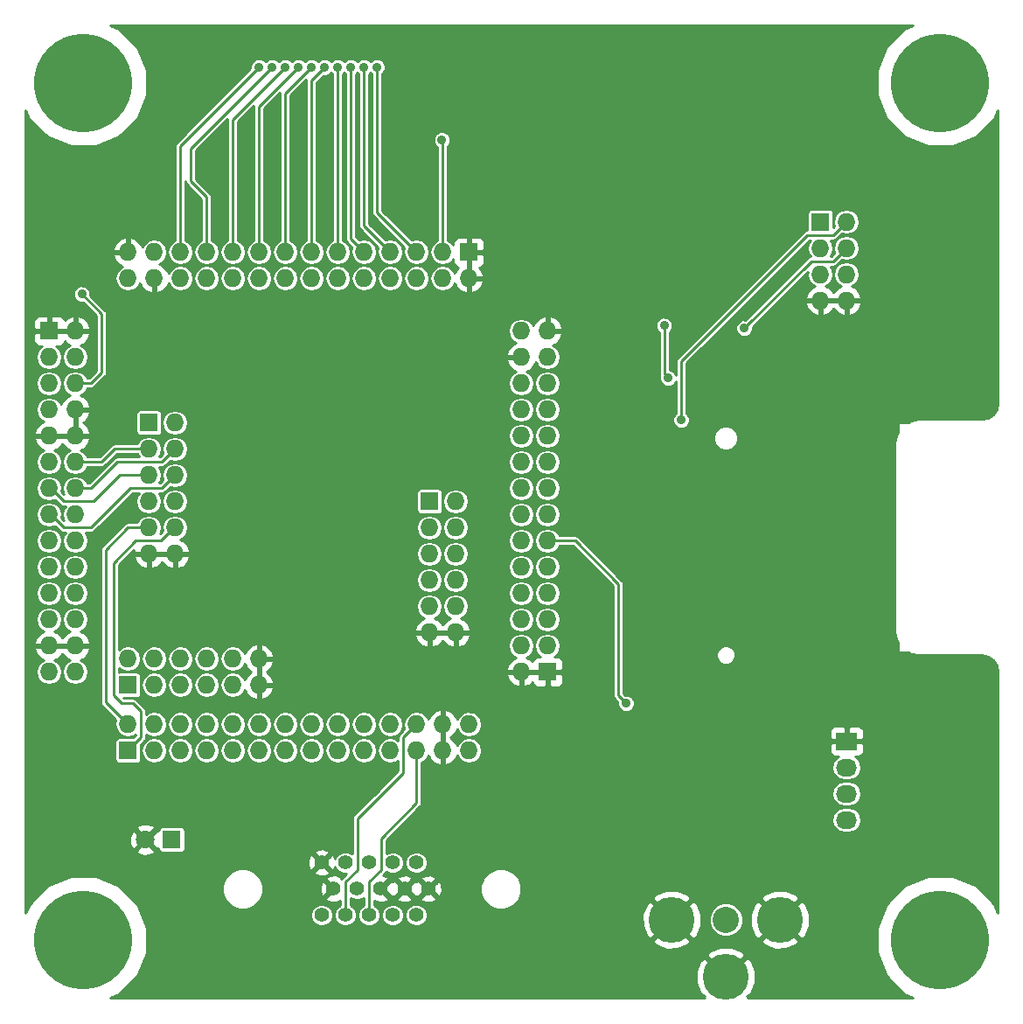
<source format=gbr>
G04 #@! TF.FileFunction,Copper,L2,Bot,Signal*
%FSLAX46Y46*%
G04 Gerber Fmt 4.6, Leading zero omitted, Abs format (unit mm)*
G04 Created by KiCad (PCBNEW (after 2015-mar-04 BZR unknown)-product) date 1/20/2017 3:32:36 PM*
%MOMM*%
G01*
G04 APERTURE LIST*
%ADD10C,0.150000*%
%ADD11C,9.525000*%
%ADD12R,1.727200X1.727200*%
%ADD13O,1.727200X1.727200*%
%ADD14C,4.445000*%
%ADD15C,2.540000*%
%ADD16R,2.032000X1.727200*%
%ADD17O,2.032000X1.727200*%
%ADD18C,1.397000*%
%ADD19R,1.800000X1.800000*%
%ADD20C,1.800000*%
%ADD21C,0.889000*%
%ADD22C,0.254000*%
G04 APERTURE END LIST*
D10*
D11*
X99000000Y-16000000D03*
X99000000Y-99000000D03*
D12*
X20320000Y-80645000D03*
D13*
X20320000Y-78105000D03*
X22860000Y-80645000D03*
X22860000Y-78105000D03*
X25400000Y-80645000D03*
X25400000Y-78105000D03*
X27940000Y-80645000D03*
X27940000Y-78105000D03*
X30480000Y-80645000D03*
X30480000Y-78105000D03*
X33020000Y-80645000D03*
X33020000Y-78105000D03*
X35560000Y-80645000D03*
X35560000Y-78105000D03*
X38100000Y-80645000D03*
X38100000Y-78105000D03*
X40640000Y-80645000D03*
X40640000Y-78105000D03*
X43180000Y-80645000D03*
X43180000Y-78105000D03*
X45720000Y-80645000D03*
X45720000Y-78105000D03*
X48260000Y-80645000D03*
X48260000Y-78105000D03*
X50800000Y-80645000D03*
X50800000Y-78105000D03*
X53340000Y-80645000D03*
X53340000Y-78105000D03*
D12*
X60960000Y-73025000D03*
D13*
X58420000Y-73025000D03*
X60960000Y-70485000D03*
X58420000Y-70485000D03*
X60960000Y-67945000D03*
X58420000Y-67945000D03*
X60960000Y-65405000D03*
X58420000Y-65405000D03*
X60960000Y-62865000D03*
X58420000Y-62865000D03*
X60960000Y-60325000D03*
X58420000Y-60325000D03*
X60960000Y-57785000D03*
X58420000Y-57785000D03*
X60960000Y-55245000D03*
X58420000Y-55245000D03*
X60960000Y-52705000D03*
X58420000Y-52705000D03*
X60960000Y-50165000D03*
X58420000Y-50165000D03*
X60960000Y-47625000D03*
X58420000Y-47625000D03*
X60960000Y-45085000D03*
X58420000Y-45085000D03*
X60960000Y-42545000D03*
X58420000Y-42545000D03*
X60960000Y-40005000D03*
X58420000Y-40005000D03*
D12*
X53340000Y-32385000D03*
D13*
X53340000Y-34925000D03*
X50800000Y-32385000D03*
X50800000Y-34925000D03*
X48260000Y-32385000D03*
X48260000Y-34925000D03*
X45720000Y-32385000D03*
X45720000Y-34925000D03*
X43180000Y-32385000D03*
X43180000Y-34925000D03*
X40640000Y-32385000D03*
X40640000Y-34925000D03*
X38100000Y-32385000D03*
X38100000Y-34925000D03*
X35560000Y-32385000D03*
X35560000Y-34925000D03*
X33020000Y-32385000D03*
X33020000Y-34925000D03*
X30480000Y-32385000D03*
X30480000Y-34925000D03*
X27940000Y-32385000D03*
X27940000Y-34925000D03*
X25400000Y-32385000D03*
X25400000Y-34925000D03*
X22860000Y-32385000D03*
X22860000Y-34925000D03*
X20320000Y-32385000D03*
X20320000Y-34925000D03*
D12*
X12700000Y-40005000D03*
D13*
X15240000Y-40005000D03*
X12700000Y-42545000D03*
X15240000Y-42545000D03*
X12700000Y-45085000D03*
X15240000Y-45085000D03*
X12700000Y-47625000D03*
X15240000Y-47625000D03*
X12700000Y-50165000D03*
X15240000Y-50165000D03*
X12700000Y-52705000D03*
X15240000Y-52705000D03*
X12700000Y-55245000D03*
X15240000Y-55245000D03*
X12700000Y-57785000D03*
X15240000Y-57785000D03*
X12700000Y-60325000D03*
X15240000Y-60325000D03*
X12700000Y-62865000D03*
X15240000Y-62865000D03*
X12700000Y-65405000D03*
X15240000Y-65405000D03*
X12700000Y-67945000D03*
X15240000Y-67945000D03*
X12700000Y-70485000D03*
X15240000Y-70485000D03*
X12700000Y-73025000D03*
X15240000Y-73025000D03*
D14*
X78232000Y-102539800D03*
X83477100Y-97028000D03*
X72986900Y-97028000D03*
D15*
X78232000Y-97028000D03*
D12*
X20320000Y-74295000D03*
D13*
X20320000Y-71755000D03*
X22860000Y-74295000D03*
X22860000Y-71755000D03*
X25400000Y-74295000D03*
X25400000Y-71755000D03*
X27940000Y-74295000D03*
X27940000Y-71755000D03*
X30480000Y-74295000D03*
X30480000Y-71755000D03*
X33020000Y-74295000D03*
X33020000Y-71755000D03*
D16*
X89916000Y-79756000D03*
D17*
X89916000Y-82296000D03*
X89916000Y-84836000D03*
X89916000Y-87376000D03*
D12*
X87376000Y-29464000D03*
D13*
X89916000Y-29464000D03*
X87376000Y-32004000D03*
X89916000Y-32004000D03*
X87376000Y-34544000D03*
X89916000Y-34544000D03*
X87376000Y-37084000D03*
X89916000Y-37084000D03*
D11*
X16000000Y-99000000D03*
D12*
X22352000Y-48895000D03*
D13*
X24892000Y-48895000D03*
X22352000Y-51435000D03*
X24892000Y-51435000D03*
X22352000Y-53975000D03*
X24892000Y-53975000D03*
X22352000Y-56515000D03*
X24892000Y-56515000D03*
X22352000Y-59055000D03*
X24892000Y-59055000D03*
X22352000Y-61595000D03*
X24892000Y-61595000D03*
D12*
X49530000Y-56515000D03*
D13*
X52070000Y-56515000D03*
X49530000Y-59055000D03*
X52070000Y-59055000D03*
X49530000Y-61595000D03*
X52070000Y-61595000D03*
X49530000Y-64135000D03*
X52070000Y-64135000D03*
X49530000Y-66675000D03*
X52070000Y-66675000D03*
X49530000Y-69215000D03*
X52070000Y-69215000D03*
D18*
X43675300Y-91493340D03*
X45961300Y-91493340D03*
X48252380Y-91493340D03*
X41381680Y-91493340D03*
X39093140Y-91493340D03*
X42527220Y-94033340D03*
X44815760Y-94033340D03*
X47106840Y-94033340D03*
X49397920Y-94033340D03*
X40236140Y-94033340D03*
X48252380Y-96573340D03*
X45961300Y-96573340D03*
X43672760Y-96570800D03*
X41381680Y-96573340D03*
X39093140Y-96573340D03*
D11*
X16000000Y-16000000D03*
D19*
X24574500Y-89281000D03*
D20*
X22034500Y-89281000D03*
D21*
X46609000Y-25654000D03*
X27940000Y-24003000D03*
X74041000Y-65532000D03*
X73660000Y-58039000D03*
X77216000Y-46990000D03*
X77343000Y-75184000D03*
X50736500Y-21526500D03*
X44450000Y-14478000D03*
X43180000Y-14478000D03*
X41910000Y-14478000D03*
X40640000Y-14478000D03*
X39370000Y-14478000D03*
X38100000Y-14478000D03*
X36830000Y-14478000D03*
X35560000Y-14478000D03*
X34290000Y-14478000D03*
X33020000Y-14478000D03*
X15875000Y-36449000D03*
X68580000Y-76073000D03*
X73914000Y-48641000D03*
X72263000Y-39497000D03*
X72644000Y-44577000D03*
X80010000Y-39751000D03*
D22*
X43672760Y-96570800D02*
X43672760Y-93360240D01*
X48260000Y-85725000D02*
X48260000Y-80645000D01*
X44831000Y-89154000D02*
X48260000Y-85725000D01*
X44831000Y-92202000D02*
X44831000Y-89154000D01*
X43672760Y-93360240D02*
X44831000Y-92202000D01*
X41381680Y-96573340D02*
X41381680Y-93365320D01*
X46990000Y-79375000D02*
X48260000Y-78105000D01*
X46990000Y-82804000D02*
X46990000Y-79375000D01*
X42545000Y-87249000D02*
X46990000Y-82804000D01*
X42545000Y-92202000D02*
X42545000Y-87249000D01*
X41381680Y-93365320D02*
X42545000Y-92202000D01*
X50800000Y-32385000D02*
X50800000Y-21590000D01*
X50800000Y-21590000D02*
X50736500Y-21526500D01*
X44450000Y-14478000D02*
X44450000Y-28575000D01*
X44450000Y-28575000D02*
X48260000Y-32385000D01*
X43180000Y-14478000D02*
X43180000Y-29845000D01*
X43180000Y-29845000D02*
X45720000Y-32385000D01*
X41910000Y-14478000D02*
X41910000Y-31115000D01*
X41910000Y-31115000D02*
X43180000Y-32385000D01*
X40640000Y-32385000D02*
X40640000Y-14478000D01*
X38100000Y-15748000D02*
X38100000Y-32385000D01*
X39370000Y-14478000D02*
X38100000Y-15748000D01*
X35560000Y-32385000D02*
X35560000Y-17018000D01*
X35560000Y-17018000D02*
X38100000Y-14478000D01*
X33020000Y-18288000D02*
X33020000Y-32385000D01*
X36830000Y-14478000D02*
X33020000Y-18288000D01*
X30480000Y-32385000D02*
X30480000Y-19558000D01*
X30480000Y-19558000D02*
X35560000Y-14478000D01*
X27940000Y-27051000D02*
X27940000Y-32385000D01*
X26416000Y-25527000D02*
X27940000Y-27051000D01*
X26416000Y-22352000D02*
X26416000Y-25527000D01*
X34290000Y-14478000D02*
X26416000Y-22352000D01*
X25400000Y-32385000D02*
X25400000Y-22098000D01*
X25400000Y-22098000D02*
X33020000Y-14478000D01*
X16764000Y-45085000D02*
X15240000Y-45085000D01*
X17780000Y-44069000D02*
X16764000Y-45085000D01*
X17780000Y-38354000D02*
X17780000Y-44069000D01*
X15875000Y-36449000D02*
X17780000Y-38354000D01*
X63627000Y-60325000D02*
X60960000Y-60325000D01*
X67818000Y-64516000D02*
X63627000Y-60325000D01*
X67818000Y-75311000D02*
X67818000Y-64516000D01*
X68580000Y-76073000D02*
X67818000Y-75311000D01*
X18923000Y-68453000D02*
X18923000Y-62484000D01*
X18923000Y-62484000D02*
X21082000Y-60325000D01*
X24892000Y-59055000D02*
X24765000Y-59055000D01*
X24765000Y-59055000D02*
X23495000Y-60325000D01*
X23495000Y-60325000D02*
X21082000Y-60325000D01*
X18923000Y-68453000D02*
X18923000Y-75311000D01*
X18923000Y-75311000D02*
X19685000Y-76073000D01*
X19685000Y-76073000D02*
X20828000Y-76073000D01*
X20828000Y-76073000D02*
X21590000Y-76835000D01*
X21590000Y-76835000D02*
X21590000Y-79375000D01*
X21590000Y-79375000D02*
X20320000Y-80645000D01*
X22352000Y-59055000D02*
X20320000Y-59055000D01*
X20320000Y-59055000D02*
X18161000Y-61214000D01*
X18161000Y-75946000D02*
X20320000Y-78105000D01*
X18161000Y-61214000D02*
X18161000Y-75946000D01*
X88519000Y-30734000D02*
X86106000Y-30734000D01*
X86106000Y-30734000D02*
X73914000Y-42926000D01*
X73914000Y-48641000D02*
X73914000Y-42926000D01*
X88519000Y-30734000D02*
X88646000Y-30734000D01*
X88646000Y-30734000D02*
X89916000Y-29464000D01*
X89916000Y-29464000D02*
X89916000Y-29591000D01*
X72644000Y-44577000D02*
X72263000Y-44196000D01*
X72263000Y-44196000D02*
X72263000Y-39497000D01*
X86487000Y-33274000D02*
X88646000Y-33274000D01*
X80010000Y-39751000D02*
X86487000Y-33274000D01*
X88646000Y-33274000D02*
X89916000Y-32004000D01*
X88646000Y-33274000D02*
X89916000Y-32004000D01*
X15240000Y-52705000D02*
X17780000Y-52705000D01*
X19050000Y-51435000D02*
X22352000Y-51435000D01*
X17780000Y-52705000D02*
X19050000Y-51435000D01*
X12700000Y-55245000D02*
X12827000Y-55245000D01*
X12827000Y-55245000D02*
X14097000Y-56515000D01*
X14097000Y-56515000D02*
X17018000Y-56515000D01*
X17018000Y-56515000D02*
X19558000Y-53975000D01*
X19558000Y-53975000D02*
X22352000Y-53975000D01*
X15240000Y-55245000D02*
X16764000Y-55245000D01*
X23622000Y-52705000D02*
X24892000Y-51435000D01*
X19304000Y-52705000D02*
X23622000Y-52705000D01*
X16764000Y-55245000D02*
X19304000Y-52705000D01*
X12700000Y-57785000D02*
X12827000Y-57785000D01*
X12827000Y-57785000D02*
X14097000Y-59055000D01*
X14097000Y-59055000D02*
X16764000Y-59055000D01*
X16764000Y-59055000D02*
X20574000Y-55245000D01*
X20574000Y-55245000D02*
X23622000Y-55245000D01*
X23622000Y-55245000D02*
X24892000Y-53975000D01*
G36*
X104569000Y-96348473D02*
X104224815Y-95515482D01*
X102493632Y-93781275D01*
X100230575Y-92841571D01*
X97780175Y-92839433D01*
X95515482Y-93775185D01*
X93781275Y-95506368D01*
X92841571Y-97769425D01*
X92839433Y-100219825D01*
X93775185Y-102484518D01*
X95506368Y-104218725D01*
X96349923Y-104569000D01*
X91567000Y-104569000D01*
X91567000Y-80745910D01*
X91567000Y-80493291D01*
X91567000Y-80041750D01*
X91567000Y-79470250D01*
X91567000Y-79018709D01*
X91567000Y-78766090D01*
X91470327Y-78532701D01*
X91370958Y-78433332D01*
X91370958Y-37443026D01*
X91370958Y-36724974D01*
X91198688Y-36309053D01*
X90804490Y-35877179D01*
X90414338Y-35694323D01*
X90416671Y-35693860D01*
X90820448Y-35424065D01*
X91090243Y-35020288D01*
X91184983Y-34544000D01*
X91090243Y-34067712D01*
X90820448Y-33663935D01*
X90416671Y-33394140D01*
X89940383Y-33299400D01*
X89891617Y-33299400D01*
X89415329Y-33394140D01*
X89011552Y-33663935D01*
X88741757Y-34067712D01*
X88647017Y-34544000D01*
X88741757Y-35020288D01*
X89011552Y-35424065D01*
X89415329Y-35693860D01*
X89417661Y-35694323D01*
X89027510Y-35877179D01*
X88646000Y-36295152D01*
X88264490Y-35877179D01*
X87874338Y-35694323D01*
X87876671Y-35693860D01*
X88280448Y-35424065D01*
X88550243Y-35020288D01*
X88644983Y-34544000D01*
X88550243Y-34067712D01*
X88359336Y-33782000D01*
X88646000Y-33782000D01*
X88840403Y-33743331D01*
X89005210Y-33633210D01*
X89473073Y-33165346D01*
X89891617Y-33248600D01*
X89940383Y-33248600D01*
X90416671Y-33153860D01*
X90820448Y-32884065D01*
X91090243Y-32480288D01*
X91184983Y-32004000D01*
X91090243Y-31527712D01*
X90820448Y-31123935D01*
X90416671Y-30854140D01*
X89940383Y-30759400D01*
X89891617Y-30759400D01*
X89415329Y-30854140D01*
X89011552Y-31123935D01*
X88741757Y-31527712D01*
X88647017Y-32004000D01*
X88738361Y-32463218D01*
X88435580Y-32766000D01*
X88359336Y-32766000D01*
X88550243Y-32480288D01*
X88644983Y-32004000D01*
X88550243Y-31527712D01*
X88359336Y-31242000D01*
X88519000Y-31242000D01*
X88646000Y-31242000D01*
X88840403Y-31203331D01*
X89005210Y-31093210D01*
X89473073Y-30625346D01*
X89891617Y-30708600D01*
X89940383Y-30708600D01*
X90416671Y-30613860D01*
X90820448Y-30344065D01*
X91090243Y-29940288D01*
X91184983Y-29464000D01*
X91090243Y-28987712D01*
X90820448Y-28583935D01*
X90416671Y-28314140D01*
X89940383Y-28219400D01*
X89891617Y-28219400D01*
X89415329Y-28314140D01*
X89011552Y-28583935D01*
X88741757Y-28987712D01*
X88647017Y-29464000D01*
X88738361Y-29923218D01*
X88628064Y-30033516D01*
X88628064Y-28600400D01*
X88599878Y-28455126D01*
X88516004Y-28327444D01*
X88389384Y-28241974D01*
X88239600Y-28211936D01*
X86512400Y-28211936D01*
X86367126Y-28240122D01*
X86239444Y-28323996D01*
X86153974Y-28450616D01*
X86123936Y-28600400D01*
X86123936Y-30226000D01*
X86106000Y-30226000D01*
X85911597Y-30264669D01*
X85746790Y-30374790D01*
X73554790Y-42566790D01*
X73444669Y-42731597D01*
X73406000Y-42926000D01*
X73406000Y-44259489D01*
X73344233Y-44110002D01*
X73112219Y-43877583D01*
X72808923Y-43751643D01*
X72771000Y-43751609D01*
X72771000Y-40156302D01*
X72962417Y-39965219D01*
X73088357Y-39661923D01*
X73088643Y-39333518D01*
X72963233Y-39030002D01*
X72731219Y-38797583D01*
X72427923Y-38671643D01*
X72099518Y-38671357D01*
X71796002Y-38796767D01*
X71563583Y-39028781D01*
X71437643Y-39332077D01*
X71437357Y-39660482D01*
X71562767Y-39963998D01*
X71755000Y-40156566D01*
X71755000Y-44196000D01*
X71793669Y-44390403D01*
X71818629Y-44427758D01*
X71818357Y-44740482D01*
X71943767Y-45043998D01*
X72175781Y-45276417D01*
X72479077Y-45402357D01*
X72807482Y-45402643D01*
X73110998Y-45277233D01*
X73343417Y-45045219D01*
X73406000Y-44894502D01*
X73406000Y-47981697D01*
X73214583Y-48172781D01*
X73088643Y-48476077D01*
X73088357Y-48804482D01*
X73213767Y-49107998D01*
X73445781Y-49340417D01*
X73749077Y-49466357D01*
X74077482Y-49466643D01*
X74380998Y-49341233D01*
X74613417Y-49109219D01*
X74739357Y-48805923D01*
X74739643Y-48477518D01*
X74614233Y-48174002D01*
X74422000Y-47981433D01*
X74422000Y-43136420D01*
X86316420Y-31242000D01*
X86392663Y-31242000D01*
X86201757Y-31527712D01*
X86107017Y-32004000D01*
X86201757Y-32480288D01*
X86403730Y-32782563D01*
X86324849Y-32798253D01*
X86292596Y-32804669D01*
X86127790Y-32914790D01*
X80116987Y-38925592D01*
X79846518Y-38925357D01*
X79543002Y-39050767D01*
X79310583Y-39282781D01*
X79184643Y-39586077D01*
X79184357Y-39914482D01*
X79309767Y-40217998D01*
X79541781Y-40450417D01*
X79845077Y-40576357D01*
X80173482Y-40576643D01*
X80476998Y-40451233D01*
X80709417Y-40219219D01*
X80835357Y-39915923D01*
X80835593Y-39643826D01*
X86149625Y-34329794D01*
X86107017Y-34544000D01*
X86201757Y-35020288D01*
X86471552Y-35424065D01*
X86875329Y-35693860D01*
X86877661Y-35694323D01*
X86487510Y-35877179D01*
X86093312Y-36309053D01*
X85921042Y-36724974D01*
X86042183Y-36957000D01*
X87249000Y-36957000D01*
X87249000Y-36937000D01*
X87503000Y-36937000D01*
X87503000Y-36957000D01*
X88582183Y-36957000D01*
X88709817Y-36957000D01*
X89789000Y-36957000D01*
X89789000Y-36937000D01*
X90043000Y-36937000D01*
X90043000Y-36957000D01*
X91249817Y-36957000D01*
X91370958Y-36724974D01*
X91370958Y-37443026D01*
X91249817Y-37211000D01*
X90043000Y-37211000D01*
X90043000Y-38418469D01*
X90275027Y-38538968D01*
X90804490Y-38290821D01*
X91198688Y-37858947D01*
X91370958Y-37443026D01*
X91370958Y-78433332D01*
X91291698Y-78354073D01*
X91058309Y-78257400D01*
X90201750Y-78257400D01*
X90043000Y-78416150D01*
X90043000Y-79629000D01*
X91408250Y-79629000D01*
X91567000Y-79470250D01*
X91567000Y-80041750D01*
X91408250Y-79883000D01*
X90043000Y-79883000D01*
X90043000Y-79903000D01*
X89789000Y-79903000D01*
X89789000Y-79883000D01*
X89789000Y-79629000D01*
X89789000Y-78416150D01*
X89789000Y-38418469D01*
X89789000Y-37211000D01*
X88709817Y-37211000D01*
X88582183Y-37211000D01*
X87503000Y-37211000D01*
X87503000Y-38418469D01*
X87735027Y-38538968D01*
X88264490Y-38290821D01*
X88646000Y-37872847D01*
X89027510Y-38290821D01*
X89556973Y-38538968D01*
X89789000Y-38418469D01*
X89789000Y-78416150D01*
X89630250Y-78257400D01*
X88773691Y-78257400D01*
X88540302Y-78354073D01*
X88361673Y-78532701D01*
X88265000Y-78766090D01*
X88265000Y-79018709D01*
X88265000Y-79470250D01*
X88423750Y-79629000D01*
X89789000Y-79629000D01*
X89789000Y-79883000D01*
X88423750Y-79883000D01*
X88265000Y-80041750D01*
X88265000Y-80493291D01*
X88265000Y-80745910D01*
X88361673Y-80979299D01*
X88540302Y-81157927D01*
X88773691Y-81254600D01*
X89097621Y-81254600D01*
X88856166Y-81415935D01*
X88586371Y-81819712D01*
X88491631Y-82296000D01*
X88586371Y-82772288D01*
X88856166Y-83176065D01*
X89259943Y-83445860D01*
X89736231Y-83540600D01*
X90095769Y-83540600D01*
X90572057Y-83445860D01*
X90975834Y-83176065D01*
X91245629Y-82772288D01*
X91340369Y-82296000D01*
X91245629Y-81819712D01*
X90975834Y-81415935D01*
X90734378Y-81254600D01*
X91058309Y-81254600D01*
X91291698Y-81157927D01*
X91470327Y-80979299D01*
X91567000Y-80745910D01*
X91567000Y-104569000D01*
X91340369Y-104569000D01*
X91340369Y-87376000D01*
X91340369Y-84836000D01*
X91245629Y-84359712D01*
X90975834Y-83955935D01*
X90572057Y-83686140D01*
X90095769Y-83591400D01*
X89736231Y-83591400D01*
X89259943Y-83686140D01*
X88856166Y-83955935D01*
X88586371Y-84359712D01*
X88491631Y-84836000D01*
X88586371Y-85312288D01*
X88856166Y-85716065D01*
X89259943Y-85985860D01*
X89736231Y-86080600D01*
X90095769Y-86080600D01*
X90572057Y-85985860D01*
X90975834Y-85716065D01*
X91245629Y-85312288D01*
X91340369Y-84836000D01*
X91340369Y-87376000D01*
X91245629Y-86899712D01*
X90975834Y-86495935D01*
X90572057Y-86226140D01*
X90095769Y-86131400D01*
X89736231Y-86131400D01*
X89259943Y-86226140D01*
X88856166Y-86495935D01*
X88586371Y-86899712D01*
X88491631Y-87376000D01*
X88586371Y-87852288D01*
X88856166Y-88256065D01*
X89259943Y-88525860D01*
X89736231Y-88620600D01*
X90095769Y-88620600D01*
X90572057Y-88525860D01*
X90975834Y-88256065D01*
X91245629Y-87852288D01*
X91340369Y-87376000D01*
X91340369Y-104569000D01*
X87249000Y-104569000D01*
X87249000Y-38418469D01*
X87249000Y-37211000D01*
X86042183Y-37211000D01*
X85921042Y-37443026D01*
X86093312Y-37858947D01*
X86487510Y-38290821D01*
X87016973Y-38538968D01*
X87249000Y-38418469D01*
X87249000Y-104569000D01*
X86337037Y-104569000D01*
X86337037Y-97584002D01*
X86332109Y-96447228D01*
X85906565Y-95419871D01*
X85512721Y-95171984D01*
X85333116Y-95351589D01*
X85333116Y-94992379D01*
X85085229Y-94598535D01*
X84033102Y-94168063D01*
X82896328Y-94172991D01*
X81868971Y-94598535D01*
X81621084Y-94992379D01*
X83477100Y-96848395D01*
X85333116Y-94992379D01*
X85333116Y-95351589D01*
X83656705Y-97028000D01*
X85512721Y-98884016D01*
X85906565Y-98636129D01*
X86337037Y-97584002D01*
X86337037Y-104569000D01*
X85333116Y-104569000D01*
X85333116Y-99063621D01*
X83477100Y-97207605D01*
X83297495Y-97387210D01*
X83297495Y-97028000D01*
X81441479Y-95171984D01*
X81047635Y-95419871D01*
X80617163Y-96471998D01*
X80622091Y-97608772D01*
X81047635Y-98636129D01*
X81441479Y-98884016D01*
X83297495Y-97028000D01*
X83297495Y-97387210D01*
X81621084Y-99063621D01*
X81868971Y-99457465D01*
X82921098Y-99887937D01*
X84057872Y-99883009D01*
X85085229Y-99457465D01*
X85333116Y-99063621D01*
X85333116Y-104569000D01*
X81091937Y-104569000D01*
X80319568Y-104569000D01*
X80380188Y-104508380D01*
X80267622Y-104395814D01*
X80661465Y-104147929D01*
X81091937Y-103095802D01*
X81087009Y-101959028D01*
X80661465Y-100931671D01*
X80267621Y-100683784D01*
X80088016Y-100863389D01*
X80088016Y-100504179D01*
X79883286Y-100178903D01*
X79883286Y-96701037D01*
X79632466Y-96094005D01*
X79413204Y-95874360D01*
X79413204Y-50178115D01*
X79233787Y-49743891D01*
X78901856Y-49411381D01*
X78467946Y-49231206D01*
X77998115Y-49230796D01*
X77563891Y-49410213D01*
X77231381Y-49742144D01*
X77051206Y-50176054D01*
X77050796Y-50645885D01*
X77230213Y-51080109D01*
X77562144Y-51412619D01*
X77996054Y-51592794D01*
X78465885Y-51593204D01*
X78900109Y-51413787D01*
X79232619Y-51081856D01*
X79412794Y-50647946D01*
X79413204Y-50178115D01*
X79413204Y-95874360D01*
X79168437Y-95629166D01*
X79163161Y-95626975D01*
X79163161Y-71227625D01*
X79021723Y-70885320D01*
X78760057Y-70623197D01*
X78418000Y-70481162D01*
X78047625Y-70480839D01*
X77705320Y-70622277D01*
X77443197Y-70883943D01*
X77301162Y-71226000D01*
X77300839Y-71596375D01*
X77442277Y-71938680D01*
X77703943Y-72200803D01*
X78046000Y-72342838D01*
X78416375Y-72343161D01*
X78758680Y-72201723D01*
X79020803Y-71940057D01*
X79162838Y-71598000D01*
X79163161Y-71227625D01*
X79163161Y-95626975D01*
X78561845Y-95377287D01*
X77905037Y-95376714D01*
X77298005Y-95627534D01*
X76833166Y-96091563D01*
X76581287Y-96698155D01*
X76580714Y-97354963D01*
X76831534Y-97961995D01*
X77295563Y-98426834D01*
X77902155Y-98678713D01*
X78558963Y-98679286D01*
X79165995Y-98428466D01*
X79630834Y-97964437D01*
X79882713Y-97357845D01*
X79883286Y-96701037D01*
X79883286Y-100178903D01*
X79840129Y-100110335D01*
X78788002Y-99679863D01*
X77651228Y-99684791D01*
X76623871Y-100110335D01*
X76375984Y-100504179D01*
X78232000Y-102360195D01*
X80088016Y-100504179D01*
X80088016Y-100863389D01*
X78411605Y-102539800D01*
X78425747Y-102553942D01*
X78246142Y-102733547D01*
X78232000Y-102719405D01*
X78217857Y-102733547D01*
X78052395Y-102568085D01*
X78038252Y-102553942D01*
X78052395Y-102539800D01*
X76196379Y-100683784D01*
X75846837Y-100903787D01*
X75846837Y-97584002D01*
X75841909Y-96447228D01*
X75416365Y-95419871D01*
X75022521Y-95171984D01*
X74842916Y-95351589D01*
X74842916Y-94992379D01*
X74595029Y-94598535D01*
X73542902Y-94168063D01*
X72406128Y-94172991D01*
X71378771Y-94598535D01*
X71130884Y-94992379D01*
X72986900Y-96848395D01*
X74842916Y-94992379D01*
X74842916Y-95351589D01*
X73166505Y-97028000D01*
X75022521Y-98884016D01*
X75416365Y-98636129D01*
X75846837Y-97584002D01*
X75846837Y-100903787D01*
X75802535Y-100931671D01*
X75372063Y-101983798D01*
X75376991Y-103120572D01*
X75802535Y-104147929D01*
X76196377Y-104395814D01*
X76083812Y-104508380D01*
X76144432Y-104569000D01*
X74842916Y-104569000D01*
X74842916Y-99063621D01*
X72986900Y-97207605D01*
X72807295Y-97387210D01*
X72807295Y-97028000D01*
X70951279Y-95171984D01*
X70557435Y-95419871D01*
X70126963Y-96471998D01*
X70131891Y-97608772D01*
X70557435Y-98636129D01*
X70951279Y-98884016D01*
X72807295Y-97028000D01*
X72807295Y-97387210D01*
X71130884Y-99063621D01*
X71378771Y-99457465D01*
X72430898Y-99887937D01*
X73567672Y-99883009D01*
X74595029Y-99457465D01*
X74842916Y-99063621D01*
X74842916Y-104569000D01*
X69405643Y-104569000D01*
X69405643Y-75909518D01*
X69280233Y-75606002D01*
X69048219Y-75373583D01*
X68744923Y-75247643D01*
X68472826Y-75247406D01*
X68326000Y-75100580D01*
X68326000Y-64516000D01*
X68287331Y-64321597D01*
X68177210Y-64156790D01*
X63986210Y-59965790D01*
X63821403Y-59855669D01*
X63627000Y-59817000D01*
X62414958Y-59817000D01*
X62414958Y-40364026D01*
X62414958Y-39645974D01*
X62242688Y-39230053D01*
X61848490Y-38798179D01*
X61319027Y-38550032D01*
X61087000Y-38670531D01*
X61087000Y-39878000D01*
X62293817Y-39878000D01*
X62414958Y-39645974D01*
X62414958Y-40364026D01*
X62293817Y-40132000D01*
X61087000Y-40132000D01*
X61087000Y-40152000D01*
X60833000Y-40152000D01*
X60833000Y-40132000D01*
X60813000Y-40132000D01*
X60813000Y-39878000D01*
X60833000Y-39878000D01*
X60833000Y-38670531D01*
X60600973Y-38550032D01*
X60071510Y-38798179D01*
X59677312Y-39230053D01*
X59569159Y-39491171D01*
X59324448Y-39124935D01*
X58920671Y-38855140D01*
X58444383Y-38760400D01*
X58395617Y-38760400D01*
X57919329Y-38855140D01*
X57515552Y-39124935D01*
X57245757Y-39528712D01*
X57151017Y-40005000D01*
X57245757Y-40481288D01*
X57515552Y-40885065D01*
X57919329Y-41154860D01*
X57921661Y-41155323D01*
X57531510Y-41338179D01*
X57137312Y-41770053D01*
X56965042Y-42185974D01*
X57086183Y-42418000D01*
X58293000Y-42418000D01*
X58293000Y-42398000D01*
X58547000Y-42398000D01*
X58547000Y-42418000D01*
X58567000Y-42418000D01*
X58567000Y-42672000D01*
X58547000Y-42672000D01*
X58547000Y-42692000D01*
X58293000Y-42692000D01*
X58293000Y-42672000D01*
X57086183Y-42672000D01*
X56965042Y-42904026D01*
X57137312Y-43319947D01*
X57531510Y-43751821D01*
X57921661Y-43934676D01*
X57919329Y-43935140D01*
X57515552Y-44204935D01*
X57245757Y-44608712D01*
X57151017Y-45085000D01*
X57245757Y-45561288D01*
X57515552Y-45965065D01*
X57919329Y-46234860D01*
X58395617Y-46329600D01*
X58444383Y-46329600D01*
X58920671Y-46234860D01*
X59324448Y-45965065D01*
X59594243Y-45561288D01*
X59688983Y-45085000D01*
X59594243Y-44608712D01*
X59324448Y-44204935D01*
X58920671Y-43935140D01*
X58918338Y-43934676D01*
X59308490Y-43751821D01*
X59702688Y-43319947D01*
X59810840Y-43058828D01*
X60055552Y-43425065D01*
X60459329Y-43694860D01*
X60935617Y-43789600D01*
X60984383Y-43789600D01*
X61460671Y-43694860D01*
X61864448Y-43425065D01*
X62134243Y-43021288D01*
X62228983Y-42545000D01*
X62134243Y-42068712D01*
X61864448Y-41664935D01*
X61460671Y-41395140D01*
X61458338Y-41394676D01*
X61848490Y-41211821D01*
X62242688Y-40779947D01*
X62414958Y-40364026D01*
X62414958Y-59817000D01*
X62228983Y-59817000D01*
X62228983Y-57785000D01*
X62228983Y-55245000D01*
X62228983Y-52705000D01*
X62228983Y-50165000D01*
X62228983Y-47625000D01*
X62228983Y-45085000D01*
X62134243Y-44608712D01*
X61864448Y-44204935D01*
X61460671Y-43935140D01*
X60984383Y-43840400D01*
X60935617Y-43840400D01*
X60459329Y-43935140D01*
X60055552Y-44204935D01*
X59785757Y-44608712D01*
X59691017Y-45085000D01*
X59785757Y-45561288D01*
X60055552Y-45965065D01*
X60459329Y-46234860D01*
X60935617Y-46329600D01*
X60984383Y-46329600D01*
X61460671Y-46234860D01*
X61864448Y-45965065D01*
X62134243Y-45561288D01*
X62228983Y-45085000D01*
X62228983Y-47625000D01*
X62134243Y-47148712D01*
X61864448Y-46744935D01*
X61460671Y-46475140D01*
X60984383Y-46380400D01*
X60935617Y-46380400D01*
X60459329Y-46475140D01*
X60055552Y-46744935D01*
X59785757Y-47148712D01*
X59691017Y-47625000D01*
X59785757Y-48101288D01*
X60055552Y-48505065D01*
X60459329Y-48774860D01*
X60935617Y-48869600D01*
X60984383Y-48869600D01*
X61460671Y-48774860D01*
X61864448Y-48505065D01*
X62134243Y-48101288D01*
X62228983Y-47625000D01*
X62228983Y-50165000D01*
X62134243Y-49688712D01*
X61864448Y-49284935D01*
X61460671Y-49015140D01*
X60984383Y-48920400D01*
X60935617Y-48920400D01*
X60459329Y-49015140D01*
X60055552Y-49284935D01*
X59785757Y-49688712D01*
X59691017Y-50165000D01*
X59785757Y-50641288D01*
X60055552Y-51045065D01*
X60459329Y-51314860D01*
X60935617Y-51409600D01*
X60984383Y-51409600D01*
X61460671Y-51314860D01*
X61864448Y-51045065D01*
X62134243Y-50641288D01*
X62228983Y-50165000D01*
X62228983Y-52705000D01*
X62134243Y-52228712D01*
X61864448Y-51824935D01*
X61460671Y-51555140D01*
X60984383Y-51460400D01*
X60935617Y-51460400D01*
X60459329Y-51555140D01*
X60055552Y-51824935D01*
X59785757Y-52228712D01*
X59691017Y-52705000D01*
X59785757Y-53181288D01*
X60055552Y-53585065D01*
X60459329Y-53854860D01*
X60935617Y-53949600D01*
X60984383Y-53949600D01*
X61460671Y-53854860D01*
X61864448Y-53585065D01*
X62134243Y-53181288D01*
X62228983Y-52705000D01*
X62228983Y-55245000D01*
X62134243Y-54768712D01*
X61864448Y-54364935D01*
X61460671Y-54095140D01*
X60984383Y-54000400D01*
X60935617Y-54000400D01*
X60459329Y-54095140D01*
X60055552Y-54364935D01*
X59785757Y-54768712D01*
X59691017Y-55245000D01*
X59785757Y-55721288D01*
X60055552Y-56125065D01*
X60459329Y-56394860D01*
X60935617Y-56489600D01*
X60984383Y-56489600D01*
X61460671Y-56394860D01*
X61864448Y-56125065D01*
X62134243Y-55721288D01*
X62228983Y-55245000D01*
X62228983Y-57785000D01*
X62134243Y-57308712D01*
X61864448Y-56904935D01*
X61460671Y-56635140D01*
X60984383Y-56540400D01*
X60935617Y-56540400D01*
X60459329Y-56635140D01*
X60055552Y-56904935D01*
X59785757Y-57308712D01*
X59691017Y-57785000D01*
X59785757Y-58261288D01*
X60055552Y-58665065D01*
X60459329Y-58934860D01*
X60935617Y-59029600D01*
X60984383Y-59029600D01*
X61460671Y-58934860D01*
X61864448Y-58665065D01*
X62134243Y-58261288D01*
X62228983Y-57785000D01*
X62228983Y-59817000D01*
X62113053Y-59817000D01*
X61864448Y-59444935D01*
X61460671Y-59175140D01*
X60984383Y-59080400D01*
X60935617Y-59080400D01*
X60459329Y-59175140D01*
X60055552Y-59444935D01*
X59785757Y-59848712D01*
X59691017Y-60325000D01*
X59785757Y-60801288D01*
X60055552Y-61205065D01*
X60459329Y-61474860D01*
X60935617Y-61569600D01*
X60984383Y-61569600D01*
X61460671Y-61474860D01*
X61864448Y-61205065D01*
X62113053Y-60833000D01*
X63416580Y-60833000D01*
X67310000Y-64726420D01*
X67310000Y-75311000D01*
X67348669Y-75505403D01*
X67458790Y-75670210D01*
X67754592Y-75966012D01*
X67754357Y-76236482D01*
X67879767Y-76539998D01*
X68111781Y-76772417D01*
X68415077Y-76898357D01*
X68743482Y-76898643D01*
X69046998Y-76773233D01*
X69279417Y-76541219D01*
X69405357Y-76237923D01*
X69405643Y-75909518D01*
X69405643Y-104569000D01*
X62458600Y-104569000D01*
X62458600Y-74014910D01*
X62458600Y-73762291D01*
X62458600Y-73310750D01*
X62458600Y-72739250D01*
X62458600Y-72287709D01*
X62458600Y-72035090D01*
X62361927Y-71801701D01*
X62183298Y-71623073D01*
X61949909Y-71526400D01*
X61622992Y-71526400D01*
X61864448Y-71365065D01*
X62134243Y-70961288D01*
X62228983Y-70485000D01*
X62228983Y-67945000D01*
X62228983Y-65405000D01*
X62228983Y-62865000D01*
X62134243Y-62388712D01*
X61864448Y-61984935D01*
X61460671Y-61715140D01*
X60984383Y-61620400D01*
X60935617Y-61620400D01*
X60459329Y-61715140D01*
X60055552Y-61984935D01*
X59785757Y-62388712D01*
X59691017Y-62865000D01*
X59785757Y-63341288D01*
X60055552Y-63745065D01*
X60459329Y-64014860D01*
X60935617Y-64109600D01*
X60984383Y-64109600D01*
X61460671Y-64014860D01*
X61864448Y-63745065D01*
X62134243Y-63341288D01*
X62228983Y-62865000D01*
X62228983Y-65405000D01*
X62134243Y-64928712D01*
X61864448Y-64524935D01*
X61460671Y-64255140D01*
X60984383Y-64160400D01*
X60935617Y-64160400D01*
X60459329Y-64255140D01*
X60055552Y-64524935D01*
X59785757Y-64928712D01*
X59691017Y-65405000D01*
X59785757Y-65881288D01*
X60055552Y-66285065D01*
X60459329Y-66554860D01*
X60935617Y-66649600D01*
X60984383Y-66649600D01*
X61460671Y-66554860D01*
X61864448Y-66285065D01*
X62134243Y-65881288D01*
X62228983Y-65405000D01*
X62228983Y-67945000D01*
X62134243Y-67468712D01*
X61864448Y-67064935D01*
X61460671Y-66795140D01*
X60984383Y-66700400D01*
X60935617Y-66700400D01*
X60459329Y-66795140D01*
X60055552Y-67064935D01*
X59785757Y-67468712D01*
X59691017Y-67945000D01*
X59785757Y-68421288D01*
X60055552Y-68825065D01*
X60459329Y-69094860D01*
X60935617Y-69189600D01*
X60984383Y-69189600D01*
X61460671Y-69094860D01*
X61864448Y-68825065D01*
X62134243Y-68421288D01*
X62228983Y-67945000D01*
X62228983Y-70485000D01*
X62134243Y-70008712D01*
X61864448Y-69604935D01*
X61460671Y-69335140D01*
X60984383Y-69240400D01*
X60935617Y-69240400D01*
X60459329Y-69335140D01*
X60055552Y-69604935D01*
X59785757Y-70008712D01*
X59691017Y-70485000D01*
X59785757Y-70961288D01*
X60055552Y-71365065D01*
X60297007Y-71526400D01*
X59970091Y-71526400D01*
X59736702Y-71623073D01*
X59558073Y-71801701D01*
X59475471Y-72001119D01*
X59308490Y-71818179D01*
X58918338Y-71635323D01*
X58920671Y-71634860D01*
X59324448Y-71365065D01*
X59594243Y-70961288D01*
X59688983Y-70485000D01*
X59688983Y-67945000D01*
X59688983Y-65405000D01*
X59688983Y-62865000D01*
X59688983Y-60325000D01*
X59688983Y-57785000D01*
X59688983Y-55245000D01*
X59688983Y-52705000D01*
X59688983Y-50165000D01*
X59688983Y-47625000D01*
X59594243Y-47148712D01*
X59324448Y-46744935D01*
X58920671Y-46475140D01*
X58444383Y-46380400D01*
X58395617Y-46380400D01*
X57919329Y-46475140D01*
X57515552Y-46744935D01*
X57245757Y-47148712D01*
X57151017Y-47625000D01*
X57245757Y-48101288D01*
X57515552Y-48505065D01*
X57919329Y-48774860D01*
X58395617Y-48869600D01*
X58444383Y-48869600D01*
X58920671Y-48774860D01*
X59324448Y-48505065D01*
X59594243Y-48101288D01*
X59688983Y-47625000D01*
X59688983Y-50165000D01*
X59594243Y-49688712D01*
X59324448Y-49284935D01*
X58920671Y-49015140D01*
X58444383Y-48920400D01*
X58395617Y-48920400D01*
X57919329Y-49015140D01*
X57515552Y-49284935D01*
X57245757Y-49688712D01*
X57151017Y-50165000D01*
X57245757Y-50641288D01*
X57515552Y-51045065D01*
X57919329Y-51314860D01*
X58395617Y-51409600D01*
X58444383Y-51409600D01*
X58920671Y-51314860D01*
X59324448Y-51045065D01*
X59594243Y-50641288D01*
X59688983Y-50165000D01*
X59688983Y-52705000D01*
X59594243Y-52228712D01*
X59324448Y-51824935D01*
X58920671Y-51555140D01*
X58444383Y-51460400D01*
X58395617Y-51460400D01*
X57919329Y-51555140D01*
X57515552Y-51824935D01*
X57245757Y-52228712D01*
X57151017Y-52705000D01*
X57245757Y-53181288D01*
X57515552Y-53585065D01*
X57919329Y-53854860D01*
X58395617Y-53949600D01*
X58444383Y-53949600D01*
X58920671Y-53854860D01*
X59324448Y-53585065D01*
X59594243Y-53181288D01*
X59688983Y-52705000D01*
X59688983Y-55245000D01*
X59594243Y-54768712D01*
X59324448Y-54364935D01*
X58920671Y-54095140D01*
X58444383Y-54000400D01*
X58395617Y-54000400D01*
X57919329Y-54095140D01*
X57515552Y-54364935D01*
X57245757Y-54768712D01*
X57151017Y-55245000D01*
X57245757Y-55721288D01*
X57515552Y-56125065D01*
X57919329Y-56394860D01*
X58395617Y-56489600D01*
X58444383Y-56489600D01*
X58920671Y-56394860D01*
X59324448Y-56125065D01*
X59594243Y-55721288D01*
X59688983Y-55245000D01*
X59688983Y-57785000D01*
X59594243Y-57308712D01*
X59324448Y-56904935D01*
X58920671Y-56635140D01*
X58444383Y-56540400D01*
X58395617Y-56540400D01*
X57919329Y-56635140D01*
X57515552Y-56904935D01*
X57245757Y-57308712D01*
X57151017Y-57785000D01*
X57245757Y-58261288D01*
X57515552Y-58665065D01*
X57919329Y-58934860D01*
X58395617Y-59029600D01*
X58444383Y-59029600D01*
X58920671Y-58934860D01*
X59324448Y-58665065D01*
X59594243Y-58261288D01*
X59688983Y-57785000D01*
X59688983Y-60325000D01*
X59594243Y-59848712D01*
X59324448Y-59444935D01*
X58920671Y-59175140D01*
X58444383Y-59080400D01*
X58395617Y-59080400D01*
X57919329Y-59175140D01*
X57515552Y-59444935D01*
X57245757Y-59848712D01*
X57151017Y-60325000D01*
X57245757Y-60801288D01*
X57515552Y-61205065D01*
X57919329Y-61474860D01*
X58395617Y-61569600D01*
X58444383Y-61569600D01*
X58920671Y-61474860D01*
X59324448Y-61205065D01*
X59594243Y-60801288D01*
X59688983Y-60325000D01*
X59688983Y-62865000D01*
X59594243Y-62388712D01*
X59324448Y-61984935D01*
X58920671Y-61715140D01*
X58444383Y-61620400D01*
X58395617Y-61620400D01*
X57919329Y-61715140D01*
X57515552Y-61984935D01*
X57245757Y-62388712D01*
X57151017Y-62865000D01*
X57245757Y-63341288D01*
X57515552Y-63745065D01*
X57919329Y-64014860D01*
X58395617Y-64109600D01*
X58444383Y-64109600D01*
X58920671Y-64014860D01*
X59324448Y-63745065D01*
X59594243Y-63341288D01*
X59688983Y-62865000D01*
X59688983Y-65405000D01*
X59594243Y-64928712D01*
X59324448Y-64524935D01*
X58920671Y-64255140D01*
X58444383Y-64160400D01*
X58395617Y-64160400D01*
X57919329Y-64255140D01*
X57515552Y-64524935D01*
X57245757Y-64928712D01*
X57151017Y-65405000D01*
X57245757Y-65881288D01*
X57515552Y-66285065D01*
X57919329Y-66554860D01*
X58395617Y-66649600D01*
X58444383Y-66649600D01*
X58920671Y-66554860D01*
X59324448Y-66285065D01*
X59594243Y-65881288D01*
X59688983Y-65405000D01*
X59688983Y-67945000D01*
X59594243Y-67468712D01*
X59324448Y-67064935D01*
X58920671Y-66795140D01*
X58444383Y-66700400D01*
X58395617Y-66700400D01*
X57919329Y-66795140D01*
X57515552Y-67064935D01*
X57245757Y-67468712D01*
X57151017Y-67945000D01*
X57245757Y-68421288D01*
X57515552Y-68825065D01*
X57919329Y-69094860D01*
X58395617Y-69189600D01*
X58444383Y-69189600D01*
X58920671Y-69094860D01*
X59324448Y-68825065D01*
X59594243Y-68421288D01*
X59688983Y-67945000D01*
X59688983Y-70485000D01*
X59594243Y-70008712D01*
X59324448Y-69604935D01*
X58920671Y-69335140D01*
X58444383Y-69240400D01*
X58395617Y-69240400D01*
X57919329Y-69335140D01*
X57515552Y-69604935D01*
X57245757Y-70008712D01*
X57151017Y-70485000D01*
X57245757Y-70961288D01*
X57515552Y-71365065D01*
X57919329Y-71634860D01*
X57921661Y-71635323D01*
X57531510Y-71818179D01*
X57137312Y-72250053D01*
X56965042Y-72665974D01*
X57086183Y-72898000D01*
X58293000Y-72898000D01*
X58293000Y-72878000D01*
X58547000Y-72878000D01*
X58547000Y-72898000D01*
X59620150Y-72898000D01*
X59753817Y-72898000D01*
X60833000Y-72898000D01*
X60833000Y-72878000D01*
X61087000Y-72878000D01*
X61087000Y-72898000D01*
X62299850Y-72898000D01*
X62458600Y-72739250D01*
X62458600Y-73310750D01*
X62299850Y-73152000D01*
X61087000Y-73152000D01*
X61087000Y-74364850D01*
X61245750Y-74523600D01*
X61949909Y-74523600D01*
X62183298Y-74426927D01*
X62361927Y-74248299D01*
X62458600Y-74014910D01*
X62458600Y-104569000D01*
X60833000Y-104569000D01*
X60833000Y-74364850D01*
X60833000Y-73152000D01*
X59753817Y-73152000D01*
X59620150Y-73152000D01*
X58547000Y-73152000D01*
X58547000Y-74359469D01*
X58779027Y-74479968D01*
X59308490Y-74231821D01*
X59475471Y-74048880D01*
X59558073Y-74248299D01*
X59736702Y-74426927D01*
X59970091Y-74523600D01*
X60674250Y-74523600D01*
X60833000Y-74364850D01*
X60833000Y-104569000D01*
X58417603Y-104569000D01*
X58417603Y-93641024D01*
X58293000Y-93339461D01*
X58293000Y-74359469D01*
X58293000Y-73152000D01*
X57086183Y-73152000D01*
X56965042Y-73384026D01*
X57137312Y-73799947D01*
X57531510Y-74231821D01*
X58060973Y-74479968D01*
X58293000Y-74359469D01*
X58293000Y-93339461D01*
X58116649Y-92912660D01*
X57559871Y-92354909D01*
X56832034Y-92052685D01*
X56043944Y-92051997D01*
X55315580Y-92352951D01*
X54838600Y-92829098D01*
X54838600Y-33374909D01*
X54838600Y-32670750D01*
X54838600Y-32099250D01*
X54838600Y-31395091D01*
X54741927Y-31161702D01*
X54563299Y-30983073D01*
X54329910Y-30886400D01*
X54077291Y-30886400D01*
X53625750Y-30886400D01*
X53467000Y-31045150D01*
X53467000Y-32258000D01*
X54679850Y-32258000D01*
X54838600Y-32099250D01*
X54838600Y-32670750D01*
X54679850Y-32512000D01*
X53467000Y-32512000D01*
X53467000Y-33591183D01*
X53467000Y-33724850D01*
X53467000Y-34798000D01*
X54674469Y-34798000D01*
X54794968Y-34565973D01*
X54546821Y-34036510D01*
X54363880Y-33869528D01*
X54563299Y-33786927D01*
X54741927Y-33608298D01*
X54838600Y-33374909D01*
X54838600Y-92829098D01*
X54794968Y-92872654D01*
X54794968Y-35284027D01*
X54674469Y-35052000D01*
X53467000Y-35052000D01*
X53467000Y-36258817D01*
X53699026Y-36379958D01*
X54114947Y-36207688D01*
X54546821Y-35813490D01*
X54794968Y-35284027D01*
X54794968Y-92872654D01*
X54757829Y-92909729D01*
X54584600Y-93326911D01*
X54584600Y-80669383D01*
X54584600Y-80620617D01*
X54489860Y-80144329D01*
X54220065Y-79740552D01*
X53816288Y-79470757D01*
X53340000Y-79376017D01*
X52863712Y-79470757D01*
X52459935Y-79740552D01*
X52190140Y-80144329D01*
X52189676Y-80146661D01*
X52006821Y-79756510D01*
X51588847Y-79375000D01*
X52006821Y-78993490D01*
X52189676Y-78603338D01*
X52190140Y-78605671D01*
X52459935Y-79009448D01*
X52863712Y-79279243D01*
X53340000Y-79373983D01*
X53816288Y-79279243D01*
X54220065Y-79009448D01*
X54489860Y-78605671D01*
X54584600Y-78129383D01*
X54584600Y-78080617D01*
X54489860Y-77604329D01*
X54220065Y-77200552D01*
X53816288Y-76930757D01*
X53524958Y-76872807D01*
X53524958Y-69574026D01*
X53524958Y-68855974D01*
X53352688Y-68440053D01*
X52958490Y-68008179D01*
X52568338Y-67825323D01*
X52570671Y-67824860D01*
X52974448Y-67555065D01*
X53244243Y-67151288D01*
X53338983Y-66675000D01*
X53338983Y-64135000D01*
X53338983Y-61595000D01*
X53338983Y-59055000D01*
X53338983Y-56515000D01*
X53244243Y-56038712D01*
X53213000Y-55991953D01*
X53213000Y-36258817D01*
X53213000Y-35052000D01*
X53193000Y-35052000D01*
X53193000Y-34798000D01*
X53213000Y-34798000D01*
X53213000Y-33724850D01*
X53213000Y-33591183D01*
X53213000Y-32512000D01*
X53193000Y-32512000D01*
X53193000Y-32258000D01*
X53213000Y-32258000D01*
X53213000Y-31045150D01*
X53054250Y-30886400D01*
X52602709Y-30886400D01*
X52350090Y-30886400D01*
X52116701Y-30983073D01*
X51938073Y-31161702D01*
X51841400Y-31395091D01*
X51841400Y-31722007D01*
X51680065Y-31480552D01*
X51308000Y-31231946D01*
X51308000Y-22122413D01*
X51435917Y-21994719D01*
X51561857Y-21691423D01*
X51562143Y-21363018D01*
X51436733Y-21059502D01*
X51204719Y-20827083D01*
X50901423Y-20701143D01*
X50573018Y-20700857D01*
X50269502Y-20826267D01*
X50037083Y-21058281D01*
X49911143Y-21361577D01*
X49910857Y-21689982D01*
X50036267Y-21993498D01*
X50268281Y-22225917D01*
X50292000Y-22235766D01*
X50292000Y-31231946D01*
X49919935Y-31480552D01*
X49650140Y-31884329D01*
X49555400Y-32360617D01*
X49555400Y-32409383D01*
X49650140Y-32885671D01*
X49919935Y-33289448D01*
X50323712Y-33559243D01*
X50800000Y-33653983D01*
X51276288Y-33559243D01*
X51680065Y-33289448D01*
X51841400Y-33047992D01*
X51841400Y-33374909D01*
X51938073Y-33608298D01*
X52116701Y-33786927D01*
X52316119Y-33869528D01*
X52133179Y-34036510D01*
X51950323Y-34426661D01*
X51949860Y-34424329D01*
X51680065Y-34020552D01*
X51276288Y-33750757D01*
X50800000Y-33656017D01*
X50323712Y-33750757D01*
X49919935Y-34020552D01*
X49650140Y-34424329D01*
X49555400Y-34900617D01*
X49555400Y-34949383D01*
X49650140Y-35425671D01*
X49919935Y-35829448D01*
X50323712Y-36099243D01*
X50800000Y-36193983D01*
X51276288Y-36099243D01*
X51680065Y-35829448D01*
X51949860Y-35425671D01*
X51950323Y-35423338D01*
X52133179Y-35813490D01*
X52565053Y-36207688D01*
X52980974Y-36379958D01*
X53213000Y-36258817D01*
X53213000Y-55991953D01*
X52974448Y-55634935D01*
X52570671Y-55365140D01*
X52094383Y-55270400D01*
X52045617Y-55270400D01*
X51569329Y-55365140D01*
X51165552Y-55634935D01*
X50895757Y-56038712D01*
X50801017Y-56515000D01*
X50895757Y-56991288D01*
X51165552Y-57395065D01*
X51569329Y-57664860D01*
X52045617Y-57759600D01*
X52094383Y-57759600D01*
X52570671Y-57664860D01*
X52974448Y-57395065D01*
X53244243Y-56991288D01*
X53338983Y-56515000D01*
X53338983Y-59055000D01*
X53244243Y-58578712D01*
X52974448Y-58174935D01*
X52570671Y-57905140D01*
X52094383Y-57810400D01*
X52045617Y-57810400D01*
X51569329Y-57905140D01*
X51165552Y-58174935D01*
X50895757Y-58578712D01*
X50801017Y-59055000D01*
X50895757Y-59531288D01*
X51165552Y-59935065D01*
X51569329Y-60204860D01*
X52045617Y-60299600D01*
X52094383Y-60299600D01*
X52570671Y-60204860D01*
X52974448Y-59935065D01*
X53244243Y-59531288D01*
X53338983Y-59055000D01*
X53338983Y-61595000D01*
X53244243Y-61118712D01*
X52974448Y-60714935D01*
X52570671Y-60445140D01*
X52094383Y-60350400D01*
X52045617Y-60350400D01*
X51569329Y-60445140D01*
X51165552Y-60714935D01*
X50895757Y-61118712D01*
X50801017Y-61595000D01*
X50895757Y-62071288D01*
X51165552Y-62475065D01*
X51569329Y-62744860D01*
X52045617Y-62839600D01*
X52094383Y-62839600D01*
X52570671Y-62744860D01*
X52974448Y-62475065D01*
X53244243Y-62071288D01*
X53338983Y-61595000D01*
X53338983Y-64135000D01*
X53244243Y-63658712D01*
X52974448Y-63254935D01*
X52570671Y-62985140D01*
X52094383Y-62890400D01*
X52045617Y-62890400D01*
X51569329Y-62985140D01*
X51165552Y-63254935D01*
X50895757Y-63658712D01*
X50801017Y-64135000D01*
X50895757Y-64611288D01*
X51165552Y-65015065D01*
X51569329Y-65284860D01*
X52045617Y-65379600D01*
X52094383Y-65379600D01*
X52570671Y-65284860D01*
X52974448Y-65015065D01*
X53244243Y-64611288D01*
X53338983Y-64135000D01*
X53338983Y-66675000D01*
X53244243Y-66198712D01*
X52974448Y-65794935D01*
X52570671Y-65525140D01*
X52094383Y-65430400D01*
X52045617Y-65430400D01*
X51569329Y-65525140D01*
X51165552Y-65794935D01*
X50895757Y-66198712D01*
X50801017Y-66675000D01*
X50895757Y-67151288D01*
X51165552Y-67555065D01*
X51569329Y-67824860D01*
X51571661Y-67825323D01*
X51181510Y-68008179D01*
X50800000Y-68426152D01*
X50418490Y-68008179D01*
X50028338Y-67825323D01*
X50030671Y-67824860D01*
X50434448Y-67555065D01*
X50704243Y-67151288D01*
X50798983Y-66675000D01*
X50798983Y-64135000D01*
X50798983Y-61595000D01*
X50798983Y-59055000D01*
X50782064Y-58969942D01*
X50782064Y-57378600D01*
X50782064Y-55651400D01*
X50753878Y-55506126D01*
X50670004Y-55378444D01*
X50543384Y-55292974D01*
X50393600Y-55262936D01*
X49504600Y-55262936D01*
X49504600Y-34949383D01*
X49504600Y-34900617D01*
X49504600Y-32409383D01*
X49504600Y-32360617D01*
X49409860Y-31884329D01*
X49140065Y-31480552D01*
X48736288Y-31210757D01*
X48260000Y-31116017D01*
X47800781Y-31207361D01*
X44958000Y-28364580D01*
X44958000Y-15137302D01*
X45149417Y-14946219D01*
X45275357Y-14642923D01*
X45275643Y-14314518D01*
X45150233Y-14011002D01*
X44918219Y-13778583D01*
X44614923Y-13652643D01*
X44286518Y-13652357D01*
X43983002Y-13777767D01*
X43814910Y-13945565D01*
X43648219Y-13778583D01*
X43344923Y-13652643D01*
X43016518Y-13652357D01*
X42713002Y-13777767D01*
X42544910Y-13945565D01*
X42378219Y-13778583D01*
X42074923Y-13652643D01*
X41746518Y-13652357D01*
X41443002Y-13777767D01*
X41274910Y-13945565D01*
X41108219Y-13778583D01*
X40804923Y-13652643D01*
X40476518Y-13652357D01*
X40173002Y-13777767D01*
X40004910Y-13945565D01*
X39838219Y-13778583D01*
X39534923Y-13652643D01*
X39206518Y-13652357D01*
X38903002Y-13777767D01*
X38734910Y-13945565D01*
X38568219Y-13778583D01*
X38264923Y-13652643D01*
X37936518Y-13652357D01*
X37633002Y-13777767D01*
X37464910Y-13945565D01*
X37298219Y-13778583D01*
X36994923Y-13652643D01*
X36666518Y-13652357D01*
X36363002Y-13777767D01*
X36194910Y-13945565D01*
X36028219Y-13778583D01*
X35724923Y-13652643D01*
X35396518Y-13652357D01*
X35093002Y-13777767D01*
X34924910Y-13945565D01*
X34758219Y-13778583D01*
X34454923Y-13652643D01*
X34126518Y-13652357D01*
X33823002Y-13777767D01*
X33654910Y-13945565D01*
X33488219Y-13778583D01*
X33184923Y-13652643D01*
X32856518Y-13652357D01*
X32553002Y-13777767D01*
X32320583Y-14009781D01*
X32194643Y-14313077D01*
X32194406Y-14585173D01*
X25040790Y-21738790D01*
X24930669Y-21903597D01*
X24892000Y-22098000D01*
X24892000Y-31231946D01*
X24519935Y-31480552D01*
X24250140Y-31884329D01*
X24155400Y-32360617D01*
X24155400Y-32409383D01*
X24250140Y-32885671D01*
X24519935Y-33289448D01*
X24923712Y-33559243D01*
X25400000Y-33653983D01*
X25876288Y-33559243D01*
X26280065Y-33289448D01*
X26549860Y-32885671D01*
X26644600Y-32409383D01*
X26644600Y-32360617D01*
X26549860Y-31884329D01*
X26280065Y-31480552D01*
X25908000Y-31231946D01*
X25908000Y-25527000D01*
X25946669Y-25721403D01*
X26056790Y-25886210D01*
X27432000Y-27261420D01*
X27432000Y-31231946D01*
X27059935Y-31480552D01*
X26790140Y-31884329D01*
X26695400Y-32360617D01*
X26695400Y-32409383D01*
X26790140Y-32885671D01*
X27059935Y-33289448D01*
X27463712Y-33559243D01*
X27940000Y-33653983D01*
X28416288Y-33559243D01*
X28820065Y-33289448D01*
X29089860Y-32885671D01*
X29184600Y-32409383D01*
X29184600Y-32360617D01*
X29089860Y-31884329D01*
X28820065Y-31480552D01*
X28448000Y-31231946D01*
X28448000Y-27051000D01*
X28409331Y-26856597D01*
X28409330Y-26856596D01*
X28372790Y-26801910D01*
X28299210Y-26691790D01*
X28299210Y-26691789D01*
X26924000Y-25316579D01*
X26924000Y-22562420D01*
X29982820Y-19503599D01*
X29972000Y-19558000D01*
X29972000Y-31231946D01*
X29599935Y-31480552D01*
X29330140Y-31884329D01*
X29235400Y-32360617D01*
X29235400Y-32409383D01*
X29330140Y-32885671D01*
X29599935Y-33289448D01*
X30003712Y-33559243D01*
X30480000Y-33653983D01*
X30956288Y-33559243D01*
X31360065Y-33289448D01*
X31629860Y-32885671D01*
X31724600Y-32409383D01*
X31724600Y-32360617D01*
X31629860Y-31884329D01*
X31360065Y-31480552D01*
X30988000Y-31231946D01*
X30988000Y-19768420D01*
X32522820Y-18233599D01*
X32512000Y-18288000D01*
X32512000Y-31231946D01*
X32139935Y-31480552D01*
X31870140Y-31884329D01*
X31775400Y-32360617D01*
X31775400Y-32409383D01*
X31870140Y-32885671D01*
X32139935Y-33289448D01*
X32543712Y-33559243D01*
X33020000Y-33653983D01*
X33496288Y-33559243D01*
X33900065Y-33289448D01*
X34169860Y-32885671D01*
X34264600Y-32409383D01*
X34264600Y-32360617D01*
X34169860Y-31884329D01*
X33900065Y-31480552D01*
X33528000Y-31231946D01*
X33528000Y-18498420D01*
X35062820Y-16963599D01*
X35052000Y-17018000D01*
X35052000Y-31231946D01*
X34679935Y-31480552D01*
X34410140Y-31884329D01*
X34315400Y-32360617D01*
X34315400Y-32409383D01*
X34410140Y-32885671D01*
X34679935Y-33289448D01*
X35083712Y-33559243D01*
X35560000Y-33653983D01*
X36036288Y-33559243D01*
X36440065Y-33289448D01*
X36709860Y-32885671D01*
X36804600Y-32409383D01*
X36804600Y-32360617D01*
X36709860Y-31884329D01*
X36440065Y-31480552D01*
X36068000Y-31231946D01*
X36068000Y-17228420D01*
X37602820Y-15693599D01*
X37592000Y-15748000D01*
X37592000Y-31231946D01*
X37219935Y-31480552D01*
X36950140Y-31884329D01*
X36855400Y-32360617D01*
X36855400Y-32409383D01*
X36950140Y-32885671D01*
X37219935Y-33289448D01*
X37623712Y-33559243D01*
X38100000Y-33653983D01*
X38576288Y-33559243D01*
X38980065Y-33289448D01*
X39249860Y-32885671D01*
X39344600Y-32409383D01*
X39344600Y-32360617D01*
X39249860Y-31884329D01*
X38980065Y-31480552D01*
X38608000Y-31231946D01*
X38608000Y-15958420D01*
X39263012Y-15303407D01*
X39533482Y-15303643D01*
X39836998Y-15178233D01*
X40005089Y-15010434D01*
X40132000Y-15137566D01*
X40132000Y-31231946D01*
X39759935Y-31480552D01*
X39490140Y-31884329D01*
X39395400Y-32360617D01*
X39395400Y-32409383D01*
X39490140Y-32885671D01*
X39759935Y-33289448D01*
X40163712Y-33559243D01*
X40640000Y-33653983D01*
X41116288Y-33559243D01*
X41520065Y-33289448D01*
X41789860Y-32885671D01*
X41884600Y-32409383D01*
X41884600Y-32360617D01*
X41789860Y-31884329D01*
X41520065Y-31480552D01*
X41148000Y-31231946D01*
X41148000Y-15137302D01*
X41275089Y-15010434D01*
X41402000Y-15137566D01*
X41402000Y-31115000D01*
X41440669Y-31309403D01*
X41550790Y-31474210D01*
X42018653Y-31942073D01*
X41935400Y-32360617D01*
X41935400Y-32409383D01*
X42030140Y-32885671D01*
X42299935Y-33289448D01*
X42703712Y-33559243D01*
X43180000Y-33653983D01*
X43656288Y-33559243D01*
X44060065Y-33289448D01*
X44329860Y-32885671D01*
X44424600Y-32409383D01*
X44424600Y-32360617D01*
X44329860Y-31884329D01*
X44060065Y-31480552D01*
X43656288Y-31210757D01*
X43180000Y-31116017D01*
X42720781Y-31207361D01*
X42418000Y-30904580D01*
X42418000Y-15137302D01*
X42545089Y-15010434D01*
X42672000Y-15137566D01*
X42672000Y-29845000D01*
X42710669Y-30039403D01*
X42820790Y-30204210D01*
X44558653Y-31942074D01*
X44475400Y-32360617D01*
X44475400Y-32409383D01*
X44570140Y-32885671D01*
X44839935Y-33289448D01*
X45243712Y-33559243D01*
X45720000Y-33653983D01*
X46196288Y-33559243D01*
X46600065Y-33289448D01*
X46869860Y-32885671D01*
X46964600Y-32409383D01*
X46964600Y-32360617D01*
X46869860Y-31884329D01*
X46600065Y-31480552D01*
X46196288Y-31210757D01*
X45720000Y-31116017D01*
X45260782Y-31207361D01*
X43688000Y-29634579D01*
X43688000Y-15137302D01*
X43815089Y-15010434D01*
X43942000Y-15137566D01*
X43942000Y-28575000D01*
X43980669Y-28769403D01*
X44090790Y-28934210D01*
X47098653Y-31942073D01*
X47015400Y-32360617D01*
X47015400Y-32409383D01*
X47110140Y-32885671D01*
X47379935Y-33289448D01*
X47783712Y-33559243D01*
X48260000Y-33653983D01*
X48736288Y-33559243D01*
X49140065Y-33289448D01*
X49409860Y-32885671D01*
X49504600Y-32409383D01*
X49504600Y-34900617D01*
X49409860Y-34424329D01*
X49140065Y-34020552D01*
X48736288Y-33750757D01*
X48260000Y-33656017D01*
X47783712Y-33750757D01*
X47379935Y-34020552D01*
X47110140Y-34424329D01*
X47015400Y-34900617D01*
X47015400Y-34949383D01*
X47110140Y-35425671D01*
X47379935Y-35829448D01*
X47783712Y-36099243D01*
X48260000Y-36193983D01*
X48736288Y-36099243D01*
X49140065Y-35829448D01*
X49409860Y-35425671D01*
X49504600Y-34949383D01*
X49504600Y-55262936D01*
X48666400Y-55262936D01*
X48521126Y-55291122D01*
X48393444Y-55374996D01*
X48307974Y-55501616D01*
X48277936Y-55651400D01*
X48277936Y-57378600D01*
X48306122Y-57523874D01*
X48389996Y-57651556D01*
X48516616Y-57737026D01*
X48666400Y-57767064D01*
X50393600Y-57767064D01*
X50538874Y-57738878D01*
X50666556Y-57655004D01*
X50752026Y-57528384D01*
X50782064Y-57378600D01*
X50782064Y-58969942D01*
X50704243Y-58578712D01*
X50434448Y-58174935D01*
X50030671Y-57905140D01*
X49554383Y-57810400D01*
X49505617Y-57810400D01*
X49029329Y-57905140D01*
X48625552Y-58174935D01*
X48355757Y-58578712D01*
X48261017Y-59055000D01*
X48355757Y-59531288D01*
X48625552Y-59935065D01*
X49029329Y-60204860D01*
X49505617Y-60299600D01*
X49554383Y-60299600D01*
X50030671Y-60204860D01*
X50434448Y-59935065D01*
X50704243Y-59531288D01*
X50798983Y-59055000D01*
X50798983Y-61595000D01*
X50704243Y-61118712D01*
X50434448Y-60714935D01*
X50030671Y-60445140D01*
X49554383Y-60350400D01*
X49505617Y-60350400D01*
X49029329Y-60445140D01*
X48625552Y-60714935D01*
X48355757Y-61118712D01*
X48261017Y-61595000D01*
X48355757Y-62071288D01*
X48625552Y-62475065D01*
X49029329Y-62744860D01*
X49505617Y-62839600D01*
X49554383Y-62839600D01*
X50030671Y-62744860D01*
X50434448Y-62475065D01*
X50704243Y-62071288D01*
X50798983Y-61595000D01*
X50798983Y-64135000D01*
X50704243Y-63658712D01*
X50434448Y-63254935D01*
X50030671Y-62985140D01*
X49554383Y-62890400D01*
X49505617Y-62890400D01*
X49029329Y-62985140D01*
X48625552Y-63254935D01*
X48355757Y-63658712D01*
X48261017Y-64135000D01*
X48355757Y-64611288D01*
X48625552Y-65015065D01*
X49029329Y-65284860D01*
X49505617Y-65379600D01*
X49554383Y-65379600D01*
X50030671Y-65284860D01*
X50434448Y-65015065D01*
X50704243Y-64611288D01*
X50798983Y-64135000D01*
X50798983Y-66675000D01*
X50704243Y-66198712D01*
X50434448Y-65794935D01*
X50030671Y-65525140D01*
X49554383Y-65430400D01*
X49505617Y-65430400D01*
X49029329Y-65525140D01*
X48625552Y-65794935D01*
X48355757Y-66198712D01*
X48261017Y-66675000D01*
X48355757Y-67151288D01*
X48625552Y-67555065D01*
X49029329Y-67824860D01*
X49031661Y-67825323D01*
X48641510Y-68008179D01*
X48247312Y-68440053D01*
X48075042Y-68855974D01*
X48196183Y-69088000D01*
X49403000Y-69088000D01*
X49403000Y-69068000D01*
X49657000Y-69068000D01*
X49657000Y-69088000D01*
X50736183Y-69088000D01*
X50863817Y-69088000D01*
X51943000Y-69088000D01*
X51943000Y-69068000D01*
X52197000Y-69068000D01*
X52197000Y-69088000D01*
X53403817Y-69088000D01*
X53524958Y-68855974D01*
X53524958Y-69574026D01*
X53403817Y-69342000D01*
X52197000Y-69342000D01*
X52197000Y-70549469D01*
X52429027Y-70669968D01*
X52958490Y-70421821D01*
X53352688Y-69989947D01*
X53524958Y-69574026D01*
X53524958Y-76872807D01*
X53340000Y-76836017D01*
X52863712Y-76930757D01*
X52459935Y-77200552D01*
X52190140Y-77604329D01*
X52189676Y-77606661D01*
X52006821Y-77216510D01*
X51943000Y-77158256D01*
X51943000Y-70549469D01*
X51943000Y-69342000D01*
X50863817Y-69342000D01*
X50736183Y-69342000D01*
X49657000Y-69342000D01*
X49657000Y-70549469D01*
X49889027Y-70669968D01*
X50418490Y-70421821D01*
X50800000Y-70003847D01*
X51181510Y-70421821D01*
X51710973Y-70669968D01*
X51943000Y-70549469D01*
X51943000Y-77158256D01*
X51574947Y-76822312D01*
X51159026Y-76650042D01*
X50927000Y-76771183D01*
X50927000Y-77978000D01*
X50947000Y-77978000D01*
X50947000Y-78232000D01*
X50927000Y-78232000D01*
X50927000Y-79311183D01*
X50927000Y-79438817D01*
X50927000Y-80518000D01*
X50947000Y-80518000D01*
X50947000Y-80772000D01*
X50927000Y-80772000D01*
X50927000Y-81978817D01*
X51159026Y-82099958D01*
X51574947Y-81927688D01*
X52006821Y-81533490D01*
X52189676Y-81143338D01*
X52190140Y-81145671D01*
X52459935Y-81549448D01*
X52863712Y-81819243D01*
X53340000Y-81913983D01*
X53816288Y-81819243D01*
X54220065Y-81549448D01*
X54489860Y-81145671D01*
X54584600Y-80669383D01*
X54584600Y-93326911D01*
X54455605Y-93637566D01*
X54454917Y-94425656D01*
X54755871Y-95154020D01*
X55312649Y-95711771D01*
X56040486Y-96013995D01*
X56828576Y-96014683D01*
X57556940Y-95713729D01*
X58114691Y-95156951D01*
X58416915Y-94429114D01*
X58417603Y-93641024D01*
X58417603Y-104569000D01*
X50743847Y-104569000D01*
X50743847Y-94225860D01*
X50715068Y-93696141D01*
X50673000Y-93594579D01*
X50673000Y-81978817D01*
X50673000Y-80772000D01*
X50653000Y-80772000D01*
X50653000Y-80518000D01*
X50673000Y-80518000D01*
X50673000Y-79438817D01*
X50673000Y-79311183D01*
X50673000Y-78232000D01*
X50653000Y-78232000D01*
X50653000Y-77978000D01*
X50673000Y-77978000D01*
X50673000Y-76771183D01*
X50440974Y-76650042D01*
X50025053Y-76822312D01*
X49593179Y-77216510D01*
X49410323Y-77606661D01*
X49409860Y-77604329D01*
X49403000Y-77594062D01*
X49403000Y-70549469D01*
X49403000Y-69342000D01*
X48196183Y-69342000D01*
X48075042Y-69574026D01*
X48247312Y-69989947D01*
X48641510Y-70421821D01*
X49170973Y-70669968D01*
X49403000Y-70549469D01*
X49403000Y-77594062D01*
X49140065Y-77200552D01*
X48736288Y-76930757D01*
X48260000Y-76836017D01*
X47783712Y-76930757D01*
X47379935Y-77200552D01*
X47110140Y-77604329D01*
X47015400Y-78080617D01*
X47015400Y-78129383D01*
X47098653Y-78547926D01*
X46964600Y-78681979D01*
X46964600Y-78129383D01*
X46964600Y-78080617D01*
X46964600Y-34949383D01*
X46964600Y-34900617D01*
X46869860Y-34424329D01*
X46600065Y-34020552D01*
X46196288Y-33750757D01*
X45720000Y-33656017D01*
X45243712Y-33750757D01*
X44839935Y-34020552D01*
X44570140Y-34424329D01*
X44475400Y-34900617D01*
X44475400Y-34949383D01*
X44570140Y-35425671D01*
X44839935Y-35829448D01*
X45243712Y-36099243D01*
X45720000Y-36193983D01*
X46196288Y-36099243D01*
X46600065Y-35829448D01*
X46869860Y-35425671D01*
X46964600Y-34949383D01*
X46964600Y-78080617D01*
X46869860Y-77604329D01*
X46600065Y-77200552D01*
X46196288Y-76930757D01*
X45720000Y-76836017D01*
X45243712Y-76930757D01*
X44839935Y-77200552D01*
X44570140Y-77604329D01*
X44475400Y-78080617D01*
X44475400Y-78129383D01*
X44570140Y-78605671D01*
X44839935Y-79009448D01*
X45243712Y-79279243D01*
X45720000Y-79373983D01*
X46196288Y-79279243D01*
X46600065Y-79009448D01*
X46869860Y-78605671D01*
X46964600Y-78129383D01*
X46964600Y-78681979D01*
X46630790Y-79015790D01*
X46520669Y-79180597D01*
X46482000Y-79375000D01*
X46482000Y-79661663D01*
X46196288Y-79470757D01*
X45720000Y-79376017D01*
X45243712Y-79470757D01*
X44839935Y-79740552D01*
X44570140Y-80144329D01*
X44475400Y-80620617D01*
X44475400Y-80669383D01*
X44570140Y-81145671D01*
X44839935Y-81549448D01*
X45243712Y-81819243D01*
X45720000Y-81913983D01*
X46196288Y-81819243D01*
X46482000Y-81628336D01*
X46482000Y-82593580D01*
X44424600Y-84650980D01*
X44424600Y-80669383D01*
X44424600Y-80620617D01*
X44424600Y-78129383D01*
X44424600Y-78080617D01*
X44424600Y-34949383D01*
X44424600Y-34900617D01*
X44329860Y-34424329D01*
X44060065Y-34020552D01*
X43656288Y-33750757D01*
X43180000Y-33656017D01*
X42703712Y-33750757D01*
X42299935Y-34020552D01*
X42030140Y-34424329D01*
X41935400Y-34900617D01*
X41935400Y-34949383D01*
X42030140Y-35425671D01*
X42299935Y-35829448D01*
X42703712Y-36099243D01*
X43180000Y-36193983D01*
X43656288Y-36099243D01*
X44060065Y-35829448D01*
X44329860Y-35425671D01*
X44424600Y-34949383D01*
X44424600Y-78080617D01*
X44329860Y-77604329D01*
X44060065Y-77200552D01*
X43656288Y-76930757D01*
X43180000Y-76836017D01*
X42703712Y-76930757D01*
X42299935Y-77200552D01*
X42030140Y-77604329D01*
X41935400Y-78080617D01*
X41935400Y-78129383D01*
X42030140Y-78605671D01*
X42299935Y-79009448D01*
X42703712Y-79279243D01*
X43180000Y-79373983D01*
X43656288Y-79279243D01*
X44060065Y-79009448D01*
X44329860Y-78605671D01*
X44424600Y-78129383D01*
X44424600Y-80620617D01*
X44329860Y-80144329D01*
X44060065Y-79740552D01*
X43656288Y-79470757D01*
X43180000Y-79376017D01*
X42703712Y-79470757D01*
X42299935Y-79740552D01*
X42030140Y-80144329D01*
X41935400Y-80620617D01*
X41935400Y-80669383D01*
X42030140Y-81145671D01*
X42299935Y-81549448D01*
X42703712Y-81819243D01*
X43180000Y-81913983D01*
X43656288Y-81819243D01*
X44060065Y-81549448D01*
X44329860Y-81145671D01*
X44424600Y-80669383D01*
X44424600Y-84650980D01*
X42185790Y-86889790D01*
X42075669Y-87054597D01*
X42037000Y-87249000D01*
X42037000Y-90621827D01*
X41993966Y-90578718D01*
X41884600Y-90533305D01*
X41884600Y-80669383D01*
X41884600Y-80620617D01*
X41884600Y-78129383D01*
X41884600Y-78080617D01*
X41884600Y-34949383D01*
X41884600Y-34900617D01*
X41789860Y-34424329D01*
X41520065Y-34020552D01*
X41116288Y-33750757D01*
X40640000Y-33656017D01*
X40163712Y-33750757D01*
X39759935Y-34020552D01*
X39490140Y-34424329D01*
X39395400Y-34900617D01*
X39395400Y-34949383D01*
X39490140Y-35425671D01*
X39759935Y-35829448D01*
X40163712Y-36099243D01*
X40640000Y-36193983D01*
X41116288Y-36099243D01*
X41520065Y-35829448D01*
X41789860Y-35425671D01*
X41884600Y-34949383D01*
X41884600Y-78080617D01*
X41789860Y-77604329D01*
X41520065Y-77200552D01*
X41116288Y-76930757D01*
X40640000Y-76836017D01*
X40163712Y-76930757D01*
X39759935Y-77200552D01*
X39490140Y-77604329D01*
X39395400Y-78080617D01*
X39395400Y-78129383D01*
X39490140Y-78605671D01*
X39759935Y-79009448D01*
X40163712Y-79279243D01*
X40640000Y-79373983D01*
X41116288Y-79279243D01*
X41520065Y-79009448D01*
X41789860Y-78605671D01*
X41884600Y-78129383D01*
X41884600Y-80620617D01*
X41789860Y-80144329D01*
X41520065Y-79740552D01*
X41116288Y-79470757D01*
X40640000Y-79376017D01*
X40163712Y-79470757D01*
X39759935Y-79740552D01*
X39490140Y-80144329D01*
X39395400Y-80620617D01*
X39395400Y-80669383D01*
X39490140Y-81145671D01*
X39759935Y-81549448D01*
X40163712Y-81819243D01*
X40640000Y-81913983D01*
X41116288Y-81819243D01*
X41520065Y-81549448D01*
X41789860Y-81145671D01*
X41884600Y-80669383D01*
X41884600Y-90533305D01*
X41597348Y-90414027D01*
X41167896Y-90413653D01*
X40770991Y-90577651D01*
X40467058Y-90881054D01*
X40381595Y-91086870D01*
X40262940Y-90800411D01*
X40027328Y-90738757D01*
X39847723Y-90918362D01*
X39847723Y-90559152D01*
X39786069Y-90323540D01*
X39344600Y-90168157D01*
X39344600Y-80669383D01*
X39344600Y-80620617D01*
X39344600Y-78129383D01*
X39344600Y-78080617D01*
X39344600Y-34949383D01*
X39344600Y-34900617D01*
X39249860Y-34424329D01*
X38980065Y-34020552D01*
X38576288Y-33750757D01*
X38100000Y-33656017D01*
X37623712Y-33750757D01*
X37219935Y-34020552D01*
X36950140Y-34424329D01*
X36855400Y-34900617D01*
X36855400Y-34949383D01*
X36950140Y-35425671D01*
X37219935Y-35829448D01*
X37623712Y-36099243D01*
X38100000Y-36193983D01*
X38576288Y-36099243D01*
X38980065Y-35829448D01*
X39249860Y-35425671D01*
X39344600Y-34949383D01*
X39344600Y-78080617D01*
X39249860Y-77604329D01*
X38980065Y-77200552D01*
X38576288Y-76930757D01*
X38100000Y-76836017D01*
X37623712Y-76930757D01*
X37219935Y-77200552D01*
X36950140Y-77604329D01*
X36855400Y-78080617D01*
X36855400Y-78129383D01*
X36950140Y-78605671D01*
X37219935Y-79009448D01*
X37623712Y-79279243D01*
X38100000Y-79373983D01*
X38576288Y-79279243D01*
X38980065Y-79009448D01*
X39249860Y-78605671D01*
X39344600Y-78129383D01*
X39344600Y-80620617D01*
X39249860Y-80144329D01*
X38980065Y-79740552D01*
X38576288Y-79470757D01*
X38100000Y-79376017D01*
X37623712Y-79470757D01*
X37219935Y-79740552D01*
X36950140Y-80144329D01*
X36855400Y-80620617D01*
X36855400Y-80669383D01*
X36950140Y-81145671D01*
X37219935Y-81549448D01*
X37623712Y-81819243D01*
X38100000Y-81913983D01*
X38576288Y-81819243D01*
X38980065Y-81549448D01*
X39249860Y-81145671D01*
X39344600Y-80669383D01*
X39344600Y-90168157D01*
X39285660Y-90147413D01*
X38755941Y-90176192D01*
X38400211Y-90323540D01*
X38338557Y-90559152D01*
X39093140Y-91313735D01*
X39847723Y-90559152D01*
X39847723Y-90918362D01*
X39272745Y-91493340D01*
X40027328Y-92247923D01*
X40262940Y-92186269D01*
X40371972Y-91876487D01*
X40465991Y-92104029D01*
X40769394Y-92407962D01*
X41166012Y-92572653D01*
X41455674Y-92572905D01*
X41022470Y-93006110D01*
X40982161Y-93066435D01*
X40929069Y-92863540D01*
X40428660Y-92687413D01*
X39898941Y-92716192D01*
X39847723Y-92737407D01*
X39847723Y-92427528D01*
X39093140Y-91672945D01*
X38913535Y-91852550D01*
X38913535Y-91493340D01*
X38158952Y-90738757D01*
X37923340Y-90800411D01*
X37747213Y-91300820D01*
X37775992Y-91830539D01*
X37923340Y-92186269D01*
X38158952Y-92247923D01*
X38913535Y-91493340D01*
X38913535Y-91852550D01*
X38338557Y-92427528D01*
X38400211Y-92663140D01*
X38900620Y-92839267D01*
X39430339Y-92810488D01*
X39786069Y-92663140D01*
X39847723Y-92427528D01*
X39847723Y-92737407D01*
X39543211Y-92863540D01*
X39481557Y-93099152D01*
X40236140Y-93853735D01*
X40250282Y-93839592D01*
X40429887Y-94019197D01*
X40415745Y-94033340D01*
X40429887Y-94047482D01*
X40250282Y-94227087D01*
X40236140Y-94212945D01*
X40056535Y-94392550D01*
X40056535Y-94033340D01*
X39301952Y-93278757D01*
X39066340Y-93340411D01*
X38890213Y-93840820D01*
X38918992Y-94370539D01*
X39066340Y-94726269D01*
X39301952Y-94787923D01*
X40056535Y-94033340D01*
X40056535Y-94392550D01*
X39481557Y-94967528D01*
X39543211Y-95203140D01*
X40043620Y-95379267D01*
X40573339Y-95350488D01*
X40873680Y-95226082D01*
X40873680Y-95615220D01*
X40770991Y-95657651D01*
X40467058Y-95961054D01*
X40302367Y-96357672D01*
X40301993Y-96787124D01*
X40465991Y-97184029D01*
X40769394Y-97487962D01*
X41166012Y-97652653D01*
X41595464Y-97653027D01*
X41992369Y-97489029D01*
X42296302Y-97185626D01*
X42460993Y-96789008D01*
X42461367Y-96359556D01*
X42297369Y-95962651D01*
X41993966Y-95658718D01*
X41889680Y-95615414D01*
X41889680Y-94922663D01*
X41914934Y-94947962D01*
X42311552Y-95112653D01*
X42741004Y-95113027D01*
X43137909Y-94949029D01*
X43164760Y-94922224D01*
X43164760Y-95612680D01*
X43062071Y-95655111D01*
X42758138Y-95958514D01*
X42593447Y-96355132D01*
X42593073Y-96784584D01*
X42757071Y-97181489D01*
X43060474Y-97485422D01*
X43457092Y-97650113D01*
X43886544Y-97650487D01*
X44283449Y-97486489D01*
X44587382Y-97183086D01*
X44752073Y-96786468D01*
X44752447Y-96357016D01*
X44588449Y-95960111D01*
X44285046Y-95656178D01*
X44180760Y-95612874D01*
X44180760Y-95223529D01*
X44623240Y-95379267D01*
X45152959Y-95350488D01*
X45508689Y-95203140D01*
X45570343Y-94967528D01*
X44815760Y-94212945D01*
X44801617Y-94227087D01*
X44622012Y-94047482D01*
X44636155Y-94033340D01*
X44622012Y-94019197D01*
X44801617Y-93839592D01*
X44815760Y-93853735D01*
X45570343Y-93099152D01*
X45508689Y-92863540D01*
X45049499Y-92701920D01*
X45190210Y-92561210D01*
X45300331Y-92396403D01*
X45306502Y-92365376D01*
X45349014Y-92407962D01*
X45745632Y-92572653D01*
X46175084Y-92573027D01*
X46571989Y-92409029D01*
X46875922Y-92105626D01*
X47040613Y-91709008D01*
X47040987Y-91279556D01*
X46876989Y-90882651D01*
X46573586Y-90578718D01*
X46176968Y-90414027D01*
X45747516Y-90413653D01*
X45350611Y-90577651D01*
X45339000Y-90589241D01*
X45339000Y-89364420D01*
X48619210Y-86084210D01*
X48729331Y-85919404D01*
X48729331Y-85919403D01*
X48735746Y-85887150D01*
X48767999Y-85725000D01*
X48768000Y-85725000D01*
X48768000Y-81798053D01*
X49140065Y-81549448D01*
X49409860Y-81145671D01*
X49410323Y-81143338D01*
X49593179Y-81533490D01*
X50025053Y-81927688D01*
X50440974Y-82099958D01*
X50673000Y-81978817D01*
X50673000Y-93594579D01*
X50567720Y-93340411D01*
X50332108Y-93278757D01*
X50152503Y-93458362D01*
X50152503Y-93099152D01*
X50090849Y-92863540D01*
X49590440Y-92687413D01*
X49332067Y-92701450D01*
X49332067Y-91279556D01*
X49168069Y-90882651D01*
X48864666Y-90578718D01*
X48468048Y-90414027D01*
X48038596Y-90413653D01*
X47641691Y-90577651D01*
X47337758Y-90881054D01*
X47173067Y-91277672D01*
X47172693Y-91707124D01*
X47336691Y-92104029D01*
X47640094Y-92407962D01*
X48036712Y-92572653D01*
X48466164Y-92573027D01*
X48863069Y-92409029D01*
X49167002Y-92105626D01*
X49331693Y-91709008D01*
X49332067Y-91279556D01*
X49332067Y-92701450D01*
X49060721Y-92716192D01*
X48704991Y-92863540D01*
X48643337Y-93099152D01*
X49397920Y-93853735D01*
X50152503Y-93099152D01*
X50152503Y-93458362D01*
X49577525Y-94033340D01*
X50332108Y-94787923D01*
X50567720Y-94726269D01*
X50743847Y-94225860D01*
X50743847Y-104569000D01*
X50152503Y-104569000D01*
X50152503Y-94967528D01*
X49397920Y-94212945D01*
X49218315Y-94392550D01*
X49218315Y-94033340D01*
X48463732Y-93278757D01*
X48252380Y-93334062D01*
X48041028Y-93278757D01*
X47861423Y-93458362D01*
X47861423Y-93099152D01*
X47799769Y-92863540D01*
X47299360Y-92687413D01*
X46769641Y-92716192D01*
X46413911Y-92863540D01*
X46352257Y-93099152D01*
X47106840Y-93853735D01*
X47861423Y-93099152D01*
X47861423Y-93458362D01*
X47286445Y-94033340D01*
X48041028Y-94787923D01*
X48252380Y-94732617D01*
X48463732Y-94787923D01*
X49218315Y-94033340D01*
X49218315Y-94392550D01*
X48643337Y-94967528D01*
X48704991Y-95203140D01*
X49205400Y-95379267D01*
X49735119Y-95350488D01*
X50090849Y-95203140D01*
X50152503Y-94967528D01*
X50152503Y-104569000D01*
X49332067Y-104569000D01*
X49332067Y-96359556D01*
X49168069Y-95962651D01*
X48864666Y-95658718D01*
X48468048Y-95494027D01*
X48038596Y-95493653D01*
X47861423Y-95566859D01*
X47861423Y-94967528D01*
X47106840Y-94212945D01*
X46927235Y-94392550D01*
X46927235Y-94033340D01*
X46172652Y-93278757D01*
X45961300Y-93334062D01*
X45749948Y-93278757D01*
X44995365Y-94033340D01*
X45749948Y-94787923D01*
X45961300Y-94732617D01*
X46172652Y-94787923D01*
X46927235Y-94033340D01*
X46927235Y-94392550D01*
X46352257Y-94967528D01*
X46413911Y-95203140D01*
X46914320Y-95379267D01*
X47444039Y-95350488D01*
X47799769Y-95203140D01*
X47861423Y-94967528D01*
X47861423Y-95566859D01*
X47641691Y-95657651D01*
X47337758Y-95961054D01*
X47173067Y-96357672D01*
X47172693Y-96787124D01*
X47336691Y-97184029D01*
X47640094Y-97487962D01*
X48036712Y-97652653D01*
X48466164Y-97653027D01*
X48863069Y-97489029D01*
X49167002Y-97185626D01*
X49331693Y-96789008D01*
X49332067Y-96359556D01*
X49332067Y-104569000D01*
X47040987Y-104569000D01*
X47040987Y-96359556D01*
X46876989Y-95962651D01*
X46573586Y-95658718D01*
X46176968Y-95494027D01*
X45747516Y-95493653D01*
X45350611Y-95657651D01*
X45046678Y-95961054D01*
X44881987Y-96357672D01*
X44881613Y-96787124D01*
X45045611Y-97184029D01*
X45349014Y-97487962D01*
X45745632Y-97652653D01*
X46175084Y-97653027D01*
X46571989Y-97489029D01*
X46875922Y-97185626D01*
X47040613Y-96789008D01*
X47040987Y-96359556D01*
X47040987Y-104569000D01*
X40172827Y-104569000D01*
X40172827Y-96359556D01*
X40008829Y-95962651D01*
X39705426Y-95658718D01*
X39308808Y-95494027D01*
X38879356Y-95493653D01*
X38482451Y-95657651D01*
X38178518Y-95961054D01*
X38013827Y-96357672D01*
X38013453Y-96787124D01*
X38177451Y-97184029D01*
X38480854Y-97487962D01*
X38877472Y-97652653D01*
X39306924Y-97653027D01*
X39703829Y-97489029D01*
X40007762Y-97185626D01*
X40172453Y-96789008D01*
X40172827Y-96359556D01*
X40172827Y-104569000D01*
X36804600Y-104569000D01*
X36804600Y-80669383D01*
X36804600Y-80620617D01*
X36804600Y-78129383D01*
X36804600Y-78080617D01*
X36804600Y-34949383D01*
X36804600Y-34900617D01*
X36709860Y-34424329D01*
X36440065Y-34020552D01*
X36036288Y-33750757D01*
X35560000Y-33656017D01*
X35083712Y-33750757D01*
X34679935Y-34020552D01*
X34410140Y-34424329D01*
X34315400Y-34900617D01*
X34315400Y-34949383D01*
X34410140Y-35425671D01*
X34679935Y-35829448D01*
X35083712Y-36099243D01*
X35560000Y-36193983D01*
X36036288Y-36099243D01*
X36440065Y-35829448D01*
X36709860Y-35425671D01*
X36804600Y-34949383D01*
X36804600Y-78080617D01*
X36709860Y-77604329D01*
X36440065Y-77200552D01*
X36036288Y-76930757D01*
X35560000Y-76836017D01*
X35083712Y-76930757D01*
X34679935Y-77200552D01*
X34474968Y-77507306D01*
X34474968Y-74654027D01*
X34474968Y-73935973D01*
X34226821Y-73406510D01*
X33808847Y-73025000D01*
X34226821Y-72643490D01*
X34474968Y-72114027D01*
X34474968Y-71395973D01*
X34264600Y-70947117D01*
X34264600Y-34949383D01*
X34264600Y-34900617D01*
X34169860Y-34424329D01*
X33900065Y-34020552D01*
X33496288Y-33750757D01*
X33020000Y-33656017D01*
X32543712Y-33750757D01*
X32139935Y-34020552D01*
X31870140Y-34424329D01*
X31775400Y-34900617D01*
X31775400Y-34949383D01*
X31870140Y-35425671D01*
X32139935Y-35829448D01*
X32543712Y-36099243D01*
X33020000Y-36193983D01*
X33496288Y-36099243D01*
X33900065Y-35829448D01*
X34169860Y-35425671D01*
X34264600Y-34949383D01*
X34264600Y-70947117D01*
X34226821Y-70866510D01*
X33794947Y-70472312D01*
X33379026Y-70300042D01*
X33147000Y-70421183D01*
X33147000Y-71628000D01*
X34354469Y-71628000D01*
X34474968Y-71395973D01*
X34474968Y-72114027D01*
X34354469Y-71882000D01*
X33147000Y-71882000D01*
X33147000Y-72961183D01*
X33147000Y-73088817D01*
X33147000Y-74168000D01*
X34354469Y-74168000D01*
X34474968Y-73935973D01*
X34474968Y-74654027D01*
X34354469Y-74422000D01*
X33147000Y-74422000D01*
X33147000Y-75628817D01*
X33379026Y-75749958D01*
X33794947Y-75577688D01*
X34226821Y-75183490D01*
X34474968Y-74654027D01*
X34474968Y-77507306D01*
X34410140Y-77604329D01*
X34315400Y-78080617D01*
X34315400Y-78129383D01*
X34410140Y-78605671D01*
X34679935Y-79009448D01*
X35083712Y-79279243D01*
X35560000Y-79373983D01*
X36036288Y-79279243D01*
X36440065Y-79009448D01*
X36709860Y-78605671D01*
X36804600Y-78129383D01*
X36804600Y-80620617D01*
X36709860Y-80144329D01*
X36440065Y-79740552D01*
X36036288Y-79470757D01*
X35560000Y-79376017D01*
X35083712Y-79470757D01*
X34679935Y-79740552D01*
X34410140Y-80144329D01*
X34315400Y-80620617D01*
X34315400Y-80669383D01*
X34410140Y-81145671D01*
X34679935Y-81549448D01*
X35083712Y-81819243D01*
X35560000Y-81913983D01*
X36036288Y-81819243D01*
X36440065Y-81549448D01*
X36709860Y-81145671D01*
X36804600Y-80669383D01*
X36804600Y-104569000D01*
X34264600Y-104569000D01*
X34264600Y-80669383D01*
X34264600Y-80620617D01*
X34264600Y-78129383D01*
X34264600Y-78080617D01*
X34169860Y-77604329D01*
X33900065Y-77200552D01*
X33496288Y-76930757D01*
X33020000Y-76836017D01*
X32893000Y-76861278D01*
X32893000Y-75628817D01*
X32893000Y-74422000D01*
X32873000Y-74422000D01*
X32873000Y-74168000D01*
X32893000Y-74168000D01*
X32893000Y-73088817D01*
X32893000Y-72961183D01*
X32893000Y-71882000D01*
X32873000Y-71882000D01*
X32873000Y-71628000D01*
X32893000Y-71628000D01*
X32893000Y-70421183D01*
X32660974Y-70300042D01*
X32245053Y-70472312D01*
X31813179Y-70866510D01*
X31724600Y-71055506D01*
X31724600Y-34949383D01*
X31724600Y-34900617D01*
X31629860Y-34424329D01*
X31360065Y-34020552D01*
X30956288Y-33750757D01*
X30480000Y-33656017D01*
X30003712Y-33750757D01*
X29599935Y-34020552D01*
X29330140Y-34424329D01*
X29235400Y-34900617D01*
X29235400Y-34949383D01*
X29330140Y-35425671D01*
X29599935Y-35829448D01*
X30003712Y-36099243D01*
X30480000Y-36193983D01*
X30956288Y-36099243D01*
X31360065Y-35829448D01*
X31629860Y-35425671D01*
X31724600Y-34949383D01*
X31724600Y-71055506D01*
X31630323Y-71256661D01*
X31629860Y-71254329D01*
X31360065Y-70850552D01*
X30956288Y-70580757D01*
X30480000Y-70486017D01*
X30003712Y-70580757D01*
X29599935Y-70850552D01*
X29330140Y-71254329D01*
X29235400Y-71730617D01*
X29235400Y-71779383D01*
X29330140Y-72255671D01*
X29599935Y-72659448D01*
X30003712Y-72929243D01*
X30480000Y-73023983D01*
X30956288Y-72929243D01*
X31360065Y-72659448D01*
X31629860Y-72255671D01*
X31630323Y-72253338D01*
X31813179Y-72643490D01*
X32231152Y-73025000D01*
X31813179Y-73406510D01*
X31630323Y-73796661D01*
X31629860Y-73794329D01*
X31360065Y-73390552D01*
X30956288Y-73120757D01*
X30480000Y-73026017D01*
X30003712Y-73120757D01*
X29599935Y-73390552D01*
X29330140Y-73794329D01*
X29235400Y-74270617D01*
X29235400Y-74319383D01*
X29330140Y-74795671D01*
X29599935Y-75199448D01*
X30003712Y-75469243D01*
X30480000Y-75563983D01*
X30956288Y-75469243D01*
X31360065Y-75199448D01*
X31629860Y-74795671D01*
X31630323Y-74793338D01*
X31813179Y-75183490D01*
X32245053Y-75577688D01*
X32660974Y-75749958D01*
X32893000Y-75628817D01*
X32893000Y-76861278D01*
X32543712Y-76930757D01*
X32139935Y-77200552D01*
X31870140Y-77604329D01*
X31775400Y-78080617D01*
X31775400Y-78129383D01*
X31870140Y-78605671D01*
X32139935Y-79009448D01*
X32543712Y-79279243D01*
X33020000Y-79373983D01*
X33496288Y-79279243D01*
X33900065Y-79009448D01*
X34169860Y-78605671D01*
X34264600Y-78129383D01*
X34264600Y-80620617D01*
X34169860Y-80144329D01*
X33900065Y-79740552D01*
X33496288Y-79470757D01*
X33020000Y-79376017D01*
X32543712Y-79470757D01*
X32139935Y-79740552D01*
X31870140Y-80144329D01*
X31775400Y-80620617D01*
X31775400Y-80669383D01*
X31870140Y-81145671D01*
X32139935Y-81549448D01*
X32543712Y-81819243D01*
X33020000Y-81913983D01*
X33496288Y-81819243D01*
X33900065Y-81549448D01*
X34169860Y-81145671D01*
X34264600Y-80669383D01*
X34264600Y-104569000D01*
X33429083Y-104569000D01*
X33429083Y-93641024D01*
X33128129Y-92912660D01*
X32571351Y-92354909D01*
X31843514Y-92052685D01*
X31724600Y-92052581D01*
X31724600Y-80669383D01*
X31724600Y-80620617D01*
X31724600Y-78129383D01*
X31724600Y-78080617D01*
X31629860Y-77604329D01*
X31360065Y-77200552D01*
X30956288Y-76930757D01*
X30480000Y-76836017D01*
X30003712Y-76930757D01*
X29599935Y-77200552D01*
X29330140Y-77604329D01*
X29235400Y-78080617D01*
X29235400Y-78129383D01*
X29330140Y-78605671D01*
X29599935Y-79009448D01*
X30003712Y-79279243D01*
X30480000Y-79373983D01*
X30956288Y-79279243D01*
X31360065Y-79009448D01*
X31629860Y-78605671D01*
X31724600Y-78129383D01*
X31724600Y-80620617D01*
X31629860Y-80144329D01*
X31360065Y-79740552D01*
X30956288Y-79470757D01*
X30480000Y-79376017D01*
X30003712Y-79470757D01*
X29599935Y-79740552D01*
X29330140Y-80144329D01*
X29235400Y-80620617D01*
X29235400Y-80669383D01*
X29330140Y-81145671D01*
X29599935Y-81549448D01*
X30003712Y-81819243D01*
X30480000Y-81913983D01*
X30956288Y-81819243D01*
X31360065Y-81549448D01*
X31629860Y-81145671D01*
X31724600Y-80669383D01*
X31724600Y-92052581D01*
X31055424Y-92051997D01*
X30327060Y-92352951D01*
X29769309Y-92909729D01*
X29467085Y-93637566D01*
X29466397Y-94425656D01*
X29767351Y-95154020D01*
X30324129Y-95711771D01*
X31051966Y-96013995D01*
X31840056Y-96014683D01*
X32568420Y-95713729D01*
X33126171Y-95156951D01*
X33428395Y-94429114D01*
X33429083Y-93641024D01*
X33429083Y-104569000D01*
X29184600Y-104569000D01*
X29184600Y-80669383D01*
X29184600Y-80620617D01*
X29184600Y-78129383D01*
X29184600Y-78080617D01*
X29184600Y-74319383D01*
X29184600Y-74270617D01*
X29184600Y-71779383D01*
X29184600Y-71730617D01*
X29184600Y-34949383D01*
X29184600Y-34900617D01*
X29089860Y-34424329D01*
X28820065Y-34020552D01*
X28416288Y-33750757D01*
X27940000Y-33656017D01*
X27463712Y-33750757D01*
X27059935Y-34020552D01*
X26790140Y-34424329D01*
X26695400Y-34900617D01*
X26695400Y-34949383D01*
X26790140Y-35425671D01*
X27059935Y-35829448D01*
X27463712Y-36099243D01*
X27940000Y-36193983D01*
X28416288Y-36099243D01*
X28820065Y-35829448D01*
X29089860Y-35425671D01*
X29184600Y-34949383D01*
X29184600Y-71730617D01*
X29089860Y-71254329D01*
X28820065Y-70850552D01*
X28416288Y-70580757D01*
X27940000Y-70486017D01*
X27463712Y-70580757D01*
X27059935Y-70850552D01*
X26790140Y-71254329D01*
X26695400Y-71730617D01*
X26695400Y-71779383D01*
X26790140Y-72255671D01*
X27059935Y-72659448D01*
X27463712Y-72929243D01*
X27940000Y-73023983D01*
X28416288Y-72929243D01*
X28820065Y-72659448D01*
X29089860Y-72255671D01*
X29184600Y-71779383D01*
X29184600Y-74270617D01*
X29089860Y-73794329D01*
X28820065Y-73390552D01*
X28416288Y-73120757D01*
X27940000Y-73026017D01*
X27463712Y-73120757D01*
X27059935Y-73390552D01*
X26790140Y-73794329D01*
X26695400Y-74270617D01*
X26695400Y-74319383D01*
X26790140Y-74795671D01*
X27059935Y-75199448D01*
X27463712Y-75469243D01*
X27940000Y-75563983D01*
X28416288Y-75469243D01*
X28820065Y-75199448D01*
X29089860Y-74795671D01*
X29184600Y-74319383D01*
X29184600Y-78080617D01*
X29089860Y-77604329D01*
X28820065Y-77200552D01*
X28416288Y-76930757D01*
X27940000Y-76836017D01*
X27463712Y-76930757D01*
X27059935Y-77200552D01*
X26790140Y-77604329D01*
X26695400Y-78080617D01*
X26695400Y-78129383D01*
X26790140Y-78605671D01*
X27059935Y-79009448D01*
X27463712Y-79279243D01*
X27940000Y-79373983D01*
X28416288Y-79279243D01*
X28820065Y-79009448D01*
X29089860Y-78605671D01*
X29184600Y-78129383D01*
X29184600Y-80620617D01*
X29089860Y-80144329D01*
X28820065Y-79740552D01*
X28416288Y-79470757D01*
X27940000Y-79376017D01*
X27463712Y-79470757D01*
X27059935Y-79740552D01*
X26790140Y-80144329D01*
X26695400Y-80620617D01*
X26695400Y-80669383D01*
X26790140Y-81145671D01*
X27059935Y-81549448D01*
X27463712Y-81819243D01*
X27940000Y-81913983D01*
X28416288Y-81819243D01*
X28820065Y-81549448D01*
X29089860Y-81145671D01*
X29184600Y-80669383D01*
X29184600Y-104569000D01*
X26644600Y-104569000D01*
X26644600Y-80669383D01*
X26644600Y-80620617D01*
X26644600Y-78129383D01*
X26644600Y-78080617D01*
X26644600Y-74319383D01*
X26644600Y-74270617D01*
X26644600Y-71779383D01*
X26644600Y-71730617D01*
X26644600Y-34949383D01*
X26644600Y-34900617D01*
X26549860Y-34424329D01*
X26280065Y-34020552D01*
X25876288Y-33750757D01*
X25400000Y-33656017D01*
X24923712Y-33750757D01*
X24519935Y-34020552D01*
X24250140Y-34424329D01*
X24249676Y-34426661D01*
X24066821Y-34036510D01*
X23634947Y-33642312D01*
X23373828Y-33534159D01*
X23740065Y-33289448D01*
X24009860Y-32885671D01*
X24104600Y-32409383D01*
X24104600Y-32360617D01*
X24009860Y-31884329D01*
X23740065Y-31480552D01*
X23336288Y-31210757D01*
X22860000Y-31116017D01*
X22383712Y-31210757D01*
X21979935Y-31480552D01*
X21710140Y-31884329D01*
X21709676Y-31886661D01*
X21526821Y-31496510D01*
X21094947Y-31102312D01*
X20679026Y-30930042D01*
X20447000Y-31051183D01*
X20447000Y-32258000D01*
X20467000Y-32258000D01*
X20467000Y-32512000D01*
X20447000Y-32512000D01*
X20447000Y-32532000D01*
X20193000Y-32532000D01*
X20193000Y-32512000D01*
X20193000Y-32258000D01*
X20193000Y-31051183D01*
X19960974Y-30930042D01*
X19545053Y-31102312D01*
X19113179Y-31496510D01*
X18865032Y-32025973D01*
X18985531Y-32258000D01*
X20193000Y-32258000D01*
X20193000Y-32512000D01*
X18985531Y-32512000D01*
X18865032Y-32744027D01*
X19113179Y-33273490D01*
X19545053Y-33667688D01*
X19806171Y-33775840D01*
X19439935Y-34020552D01*
X19170140Y-34424329D01*
X19075400Y-34900617D01*
X19075400Y-34949383D01*
X19170140Y-35425671D01*
X19439935Y-35829448D01*
X19843712Y-36099243D01*
X20320000Y-36193983D01*
X20796288Y-36099243D01*
X21200065Y-35829448D01*
X21469860Y-35425671D01*
X21470323Y-35423338D01*
X21653179Y-35813490D01*
X22085053Y-36207688D01*
X22500974Y-36379958D01*
X22733000Y-36258817D01*
X22733000Y-35052000D01*
X22713000Y-35052000D01*
X22713000Y-34798000D01*
X22733000Y-34798000D01*
X22733000Y-34778000D01*
X22987000Y-34778000D01*
X22987000Y-34798000D01*
X23007000Y-34798000D01*
X23007000Y-35052000D01*
X22987000Y-35052000D01*
X22987000Y-36258817D01*
X23219026Y-36379958D01*
X23634947Y-36207688D01*
X24066821Y-35813490D01*
X24249676Y-35423338D01*
X24250140Y-35425671D01*
X24519935Y-35829448D01*
X24923712Y-36099243D01*
X25400000Y-36193983D01*
X25876288Y-36099243D01*
X26280065Y-35829448D01*
X26549860Y-35425671D01*
X26644600Y-34949383D01*
X26644600Y-71730617D01*
X26549860Y-71254329D01*
X26346958Y-70950664D01*
X26346958Y-61954026D01*
X26346958Y-61235974D01*
X26174688Y-60820053D01*
X25780490Y-60388179D01*
X25390338Y-60205323D01*
X25392671Y-60204860D01*
X25796448Y-59935065D01*
X26066243Y-59531288D01*
X26160983Y-59055000D01*
X26160983Y-56515000D01*
X26160983Y-53975000D01*
X26066243Y-53498712D01*
X25796448Y-53094935D01*
X25392671Y-52825140D01*
X24916383Y-52730400D01*
X24867617Y-52730400D01*
X24391329Y-52825140D01*
X23987552Y-53094935D01*
X23717757Y-53498712D01*
X23623017Y-53975000D01*
X23714361Y-54434218D01*
X23411580Y-54737000D01*
X23335336Y-54737000D01*
X23526243Y-54451288D01*
X23620983Y-53975000D01*
X23526243Y-53498712D01*
X23335336Y-53213000D01*
X23622000Y-53213000D01*
X23816403Y-53174331D01*
X23981210Y-53064210D01*
X24449073Y-52596346D01*
X24867617Y-52679600D01*
X24916383Y-52679600D01*
X25392671Y-52584860D01*
X25796448Y-52315065D01*
X26066243Y-51911288D01*
X26160983Y-51435000D01*
X26160983Y-48895000D01*
X26066243Y-48418712D01*
X25796448Y-48014935D01*
X25392671Y-47745140D01*
X24916383Y-47650400D01*
X24867617Y-47650400D01*
X24391329Y-47745140D01*
X23987552Y-48014935D01*
X23717757Y-48418712D01*
X23623017Y-48895000D01*
X23717757Y-49371288D01*
X23987552Y-49775065D01*
X24391329Y-50044860D01*
X24867617Y-50139600D01*
X24916383Y-50139600D01*
X25392671Y-50044860D01*
X25796448Y-49775065D01*
X26066243Y-49371288D01*
X26160983Y-48895000D01*
X26160983Y-51435000D01*
X26066243Y-50958712D01*
X25796448Y-50554935D01*
X25392671Y-50285140D01*
X24916383Y-50190400D01*
X24867617Y-50190400D01*
X24391329Y-50285140D01*
X23987552Y-50554935D01*
X23717757Y-50958712D01*
X23623017Y-51435000D01*
X23714361Y-51894218D01*
X23411580Y-52197000D01*
X23335336Y-52197000D01*
X23526243Y-51911288D01*
X23620983Y-51435000D01*
X23604064Y-51349942D01*
X23604064Y-49758600D01*
X23604064Y-48031400D01*
X23575878Y-47886126D01*
X23492004Y-47758444D01*
X23365384Y-47672974D01*
X23215600Y-47642936D01*
X21488400Y-47642936D01*
X21343126Y-47671122D01*
X21215444Y-47754996D01*
X21129974Y-47881616D01*
X21099936Y-48031400D01*
X21099936Y-49758600D01*
X21128122Y-49903874D01*
X21211996Y-50031556D01*
X21338616Y-50117026D01*
X21488400Y-50147064D01*
X23215600Y-50147064D01*
X23360874Y-50118878D01*
X23488556Y-50035004D01*
X23574026Y-49908384D01*
X23604064Y-49758600D01*
X23604064Y-51349942D01*
X23526243Y-50958712D01*
X23256448Y-50554935D01*
X22852671Y-50285140D01*
X22376383Y-50190400D01*
X22327617Y-50190400D01*
X21851329Y-50285140D01*
X21447552Y-50554935D01*
X21198946Y-50927000D01*
X19050000Y-50927000D01*
X18887849Y-50959253D01*
X18855596Y-50965669D01*
X18690790Y-51075790D01*
X18288000Y-51478580D01*
X18288000Y-44069000D01*
X18288000Y-38354000D01*
X18249331Y-38159597D01*
X18139210Y-37994790D01*
X16700407Y-36555987D01*
X16700643Y-36285518D01*
X16575233Y-35982002D01*
X16343219Y-35749583D01*
X16039923Y-35623643D01*
X15711518Y-35623357D01*
X15408002Y-35748767D01*
X15175583Y-35980781D01*
X15049643Y-36284077D01*
X15049357Y-36612482D01*
X15174767Y-36915998D01*
X15406781Y-37148417D01*
X15710077Y-37274357D01*
X15982173Y-37274593D01*
X17272000Y-38564420D01*
X17272000Y-43858580D01*
X16694958Y-44435622D01*
X16694958Y-40364026D01*
X16694958Y-39645974D01*
X16522688Y-39230053D01*
X16128490Y-38798179D01*
X15599027Y-38550032D01*
X15367000Y-38670531D01*
X15367000Y-39878000D01*
X16573817Y-39878000D01*
X16694958Y-39645974D01*
X16694958Y-40364026D01*
X16573817Y-40132000D01*
X15367000Y-40132000D01*
X15367000Y-40152000D01*
X15113000Y-40152000D01*
X15113000Y-40132000D01*
X15113000Y-39878000D01*
X15113000Y-38670531D01*
X14880973Y-38550032D01*
X14351510Y-38798179D01*
X14184528Y-38981119D01*
X14101927Y-38781701D01*
X13923298Y-38603073D01*
X13689909Y-38506400D01*
X12985750Y-38506400D01*
X12827000Y-38665150D01*
X12827000Y-39878000D01*
X13906183Y-39878000D01*
X14039850Y-39878000D01*
X15113000Y-39878000D01*
X15113000Y-40132000D01*
X14039850Y-40132000D01*
X13906183Y-40132000D01*
X12827000Y-40132000D01*
X12827000Y-40152000D01*
X12573000Y-40152000D01*
X12573000Y-40132000D01*
X12573000Y-39878000D01*
X12573000Y-38665150D01*
X12414250Y-38506400D01*
X11710091Y-38506400D01*
X11476702Y-38603073D01*
X11298073Y-38781701D01*
X11201400Y-39015090D01*
X11201400Y-39267709D01*
X11201400Y-39719250D01*
X11360150Y-39878000D01*
X12573000Y-39878000D01*
X12573000Y-40132000D01*
X11360150Y-40132000D01*
X11201400Y-40290750D01*
X11201400Y-40742291D01*
X11201400Y-40994910D01*
X11298073Y-41228299D01*
X11476702Y-41406927D01*
X11710091Y-41503600D01*
X12037007Y-41503600D01*
X11795552Y-41664935D01*
X11525757Y-42068712D01*
X11431017Y-42545000D01*
X11525757Y-43021288D01*
X11795552Y-43425065D01*
X12199329Y-43694860D01*
X12675617Y-43789600D01*
X12724383Y-43789600D01*
X13200671Y-43694860D01*
X13604448Y-43425065D01*
X13874243Y-43021288D01*
X13968983Y-42545000D01*
X13874243Y-42068712D01*
X13604448Y-41664935D01*
X13362992Y-41503600D01*
X13689909Y-41503600D01*
X13923298Y-41406927D01*
X14101927Y-41228299D01*
X14184528Y-41028880D01*
X14351510Y-41211821D01*
X14741661Y-41394676D01*
X14739329Y-41395140D01*
X14335552Y-41664935D01*
X14065757Y-42068712D01*
X13971017Y-42545000D01*
X14065757Y-43021288D01*
X14335552Y-43425065D01*
X14739329Y-43694860D01*
X15215617Y-43789600D01*
X15264383Y-43789600D01*
X15740671Y-43694860D01*
X16144448Y-43425065D01*
X16414243Y-43021288D01*
X16508983Y-42545000D01*
X16414243Y-42068712D01*
X16144448Y-41664935D01*
X15740671Y-41395140D01*
X15738338Y-41394676D01*
X16128490Y-41211821D01*
X16522688Y-40779947D01*
X16694958Y-40364026D01*
X16694958Y-44435622D01*
X16553580Y-44577000D01*
X16393053Y-44577000D01*
X16144448Y-44204935D01*
X15740671Y-43935140D01*
X15264383Y-43840400D01*
X15215617Y-43840400D01*
X14739329Y-43935140D01*
X14335552Y-44204935D01*
X14065757Y-44608712D01*
X13971017Y-45085000D01*
X14065757Y-45561288D01*
X14335552Y-45965065D01*
X14739329Y-46234860D01*
X14741661Y-46235323D01*
X14351510Y-46418179D01*
X13968983Y-46837266D01*
X13968983Y-45085000D01*
X13874243Y-44608712D01*
X13604448Y-44204935D01*
X13200671Y-43935140D01*
X12724383Y-43840400D01*
X12675617Y-43840400D01*
X12199329Y-43935140D01*
X11795552Y-44204935D01*
X11525757Y-44608712D01*
X11431017Y-45085000D01*
X11525757Y-45561288D01*
X11795552Y-45965065D01*
X12199329Y-46234860D01*
X12675617Y-46329600D01*
X12724383Y-46329600D01*
X13200671Y-46234860D01*
X13604448Y-45965065D01*
X13874243Y-45561288D01*
X13968983Y-45085000D01*
X13968983Y-46837266D01*
X13957312Y-46850053D01*
X13849159Y-47111171D01*
X13604448Y-46744935D01*
X13200671Y-46475140D01*
X12724383Y-46380400D01*
X12675617Y-46380400D01*
X12199329Y-46475140D01*
X11795552Y-46744935D01*
X11525757Y-47148712D01*
X11431017Y-47625000D01*
X11525757Y-48101288D01*
X11795552Y-48505065D01*
X12199329Y-48774860D01*
X12201661Y-48775323D01*
X11811510Y-48958179D01*
X11417312Y-49390053D01*
X11245042Y-49805974D01*
X11366183Y-50038000D01*
X12573000Y-50038000D01*
X12573000Y-50018000D01*
X12827000Y-50018000D01*
X12827000Y-50038000D01*
X13906183Y-50038000D01*
X14033817Y-50038000D01*
X15113000Y-50038000D01*
X15113000Y-48959469D01*
X15113000Y-48830531D01*
X15113000Y-47752000D01*
X15093000Y-47752000D01*
X15093000Y-47498000D01*
X15113000Y-47498000D01*
X15113000Y-47478000D01*
X15367000Y-47478000D01*
X15367000Y-47498000D01*
X16573817Y-47498000D01*
X16694958Y-47265974D01*
X16522688Y-46850053D01*
X16128490Y-46418179D01*
X15738338Y-46235323D01*
X15740671Y-46234860D01*
X16144448Y-45965065D01*
X16393053Y-45593000D01*
X16764000Y-45593000D01*
X16958403Y-45554331D01*
X17123210Y-45444210D01*
X18139210Y-44428210D01*
X18249331Y-44263403D01*
X18288000Y-44069000D01*
X18288000Y-51478580D01*
X17569580Y-52197000D01*
X16393053Y-52197000D01*
X16144448Y-51824935D01*
X15740671Y-51555140D01*
X15738338Y-51554676D01*
X16128490Y-51371821D01*
X16522688Y-50939947D01*
X16694958Y-50524026D01*
X16694958Y-49805974D01*
X16522688Y-49390053D01*
X16128490Y-48958179D01*
X15993687Y-48895000D01*
X16128490Y-48831821D01*
X16522688Y-48399947D01*
X16694958Y-47984026D01*
X16573817Y-47752000D01*
X15367000Y-47752000D01*
X15367000Y-48830531D01*
X15367000Y-48959469D01*
X15367000Y-50038000D01*
X16573817Y-50038000D01*
X16694958Y-49805974D01*
X16694958Y-50524026D01*
X16573817Y-50292000D01*
X15367000Y-50292000D01*
X15367000Y-50312000D01*
X15113000Y-50312000D01*
X15113000Y-50292000D01*
X14033817Y-50292000D01*
X13906183Y-50292000D01*
X12827000Y-50292000D01*
X12827000Y-50312000D01*
X12573000Y-50312000D01*
X12573000Y-50292000D01*
X11366183Y-50292000D01*
X11245042Y-50524026D01*
X11417312Y-50939947D01*
X11811510Y-51371821D01*
X12201661Y-51554676D01*
X12199329Y-51555140D01*
X11795552Y-51824935D01*
X11525757Y-52228712D01*
X11431017Y-52705000D01*
X11525757Y-53181288D01*
X11795552Y-53585065D01*
X12199329Y-53854860D01*
X12675617Y-53949600D01*
X12724383Y-53949600D01*
X13200671Y-53854860D01*
X13604448Y-53585065D01*
X13874243Y-53181288D01*
X13968983Y-52705000D01*
X13874243Y-52228712D01*
X13604448Y-51824935D01*
X13200671Y-51555140D01*
X13198338Y-51554676D01*
X13588490Y-51371821D01*
X13970000Y-50953847D01*
X14351510Y-51371821D01*
X14741661Y-51554676D01*
X14739329Y-51555140D01*
X14335552Y-51824935D01*
X14065757Y-52228712D01*
X13971017Y-52705000D01*
X14065757Y-53181288D01*
X14335552Y-53585065D01*
X14739329Y-53854860D01*
X15215617Y-53949600D01*
X15264383Y-53949600D01*
X15740671Y-53854860D01*
X16144448Y-53585065D01*
X16393053Y-53213000D01*
X17780000Y-53213000D01*
X17974403Y-53174331D01*
X18139210Y-53064210D01*
X19260420Y-51943000D01*
X21198946Y-51943000D01*
X21368663Y-52197000D01*
X19304000Y-52197000D01*
X19109597Y-52235669D01*
X19054910Y-52272209D01*
X18944789Y-52345790D01*
X16553579Y-54737000D01*
X16393053Y-54737000D01*
X16144448Y-54364935D01*
X15740671Y-54095140D01*
X15264383Y-54000400D01*
X15215617Y-54000400D01*
X14739329Y-54095140D01*
X14335552Y-54364935D01*
X14065757Y-54768712D01*
X13971017Y-55245000D01*
X14065757Y-55721288D01*
X14154456Y-55854036D01*
X13898709Y-55598289D01*
X13968983Y-55245000D01*
X13874243Y-54768712D01*
X13604448Y-54364935D01*
X13200671Y-54095140D01*
X12724383Y-54000400D01*
X12675617Y-54000400D01*
X12199329Y-54095140D01*
X11795552Y-54364935D01*
X11525757Y-54768712D01*
X11431017Y-55245000D01*
X11525757Y-55721288D01*
X11795552Y-56125065D01*
X12199329Y-56394860D01*
X12675617Y-56489600D01*
X12724383Y-56489600D01*
X13200671Y-56394860D01*
X13235300Y-56371720D01*
X13737790Y-56874210D01*
X13902596Y-56984331D01*
X13902597Y-56984331D01*
X13934849Y-56990746D01*
X14097000Y-57023000D01*
X14256663Y-57023000D01*
X14065757Y-57308712D01*
X13971017Y-57785000D01*
X14065757Y-58261288D01*
X14154456Y-58394036D01*
X13898709Y-58138289D01*
X13968983Y-57785000D01*
X13874243Y-57308712D01*
X13604448Y-56904935D01*
X13200671Y-56635140D01*
X12724383Y-56540400D01*
X12675617Y-56540400D01*
X12199329Y-56635140D01*
X11795552Y-56904935D01*
X11525757Y-57308712D01*
X11431017Y-57785000D01*
X11525757Y-58261288D01*
X11795552Y-58665065D01*
X12199329Y-58934860D01*
X12675617Y-59029600D01*
X12724383Y-59029600D01*
X13200671Y-58934860D01*
X13235300Y-58911720D01*
X13737790Y-59414210D01*
X13902596Y-59524331D01*
X13902597Y-59524331D01*
X13934849Y-59530746D01*
X14097000Y-59563000D01*
X14256663Y-59563000D01*
X14065757Y-59848712D01*
X13971017Y-60325000D01*
X14065757Y-60801288D01*
X14335552Y-61205065D01*
X14739329Y-61474860D01*
X15215617Y-61569600D01*
X15264383Y-61569600D01*
X15740671Y-61474860D01*
X16144448Y-61205065D01*
X16414243Y-60801288D01*
X16508983Y-60325000D01*
X16414243Y-59848712D01*
X16223336Y-59563000D01*
X16764000Y-59563000D01*
X16958403Y-59524331D01*
X17123210Y-59414210D01*
X20784420Y-55753000D01*
X21368663Y-55753000D01*
X21177757Y-56038712D01*
X21083017Y-56515000D01*
X21177757Y-56991288D01*
X21447552Y-57395065D01*
X21851329Y-57664860D01*
X22327617Y-57759600D01*
X22376383Y-57759600D01*
X22852671Y-57664860D01*
X23256448Y-57395065D01*
X23526243Y-56991288D01*
X23620983Y-56515000D01*
X23526243Y-56038712D01*
X23335336Y-55753000D01*
X23622000Y-55753000D01*
X23816403Y-55714331D01*
X23981210Y-55604210D01*
X24449073Y-55136346D01*
X24867617Y-55219600D01*
X24916383Y-55219600D01*
X25392671Y-55124860D01*
X25796448Y-54855065D01*
X26066243Y-54451288D01*
X26160983Y-53975000D01*
X26160983Y-56515000D01*
X26066243Y-56038712D01*
X25796448Y-55634935D01*
X25392671Y-55365140D01*
X24916383Y-55270400D01*
X24867617Y-55270400D01*
X24391329Y-55365140D01*
X23987552Y-55634935D01*
X23717757Y-56038712D01*
X23623017Y-56515000D01*
X23717757Y-56991288D01*
X23987552Y-57395065D01*
X24391329Y-57664860D01*
X24867617Y-57759600D01*
X24916383Y-57759600D01*
X25392671Y-57664860D01*
X25796448Y-57395065D01*
X26066243Y-56991288D01*
X26160983Y-56515000D01*
X26160983Y-59055000D01*
X26066243Y-58578712D01*
X25796448Y-58174935D01*
X25392671Y-57905140D01*
X24916383Y-57810400D01*
X24867617Y-57810400D01*
X24391329Y-57905140D01*
X23987552Y-58174935D01*
X23717757Y-58578712D01*
X23623017Y-59055000D01*
X23693290Y-59408289D01*
X23437543Y-59664036D01*
X23526243Y-59531288D01*
X23620983Y-59055000D01*
X23526243Y-58578712D01*
X23256448Y-58174935D01*
X22852671Y-57905140D01*
X22376383Y-57810400D01*
X22327617Y-57810400D01*
X21851329Y-57905140D01*
X21447552Y-58174935D01*
X21198946Y-58547000D01*
X20320000Y-58547000D01*
X20125596Y-58585669D01*
X19960790Y-58695790D01*
X17801790Y-60854790D01*
X17691669Y-61019597D01*
X17653000Y-61214000D01*
X17653000Y-75946000D01*
X17691669Y-76140403D01*
X17801790Y-76305210D01*
X19158653Y-77662073D01*
X19075400Y-78080617D01*
X19075400Y-78129383D01*
X19170140Y-78605671D01*
X19439935Y-79009448D01*
X19843712Y-79279243D01*
X20320000Y-79373983D01*
X20796288Y-79279243D01*
X21082000Y-79088336D01*
X21082000Y-79164580D01*
X20853644Y-79392936D01*
X19456400Y-79392936D01*
X19311126Y-79421122D01*
X19183444Y-79504996D01*
X19097974Y-79631616D01*
X19067936Y-79781400D01*
X19067936Y-81508600D01*
X19096122Y-81653874D01*
X19179996Y-81781556D01*
X19306616Y-81867026D01*
X19456400Y-81897064D01*
X21183600Y-81897064D01*
X21328874Y-81868878D01*
X21456556Y-81785004D01*
X21542026Y-81658384D01*
X21572064Y-81508600D01*
X21572064Y-80111356D01*
X21949210Y-79734210D01*
X22059331Y-79569404D01*
X22059331Y-79569403D01*
X22065746Y-79537150D01*
X22097999Y-79375000D01*
X22098000Y-79375000D01*
X22098000Y-79088336D01*
X22383712Y-79279243D01*
X22860000Y-79373983D01*
X23336288Y-79279243D01*
X23740065Y-79009448D01*
X24009860Y-78605671D01*
X24104600Y-78129383D01*
X24104600Y-78080617D01*
X24104600Y-74319383D01*
X24104600Y-74270617D01*
X24104600Y-71779383D01*
X24104600Y-71730617D01*
X24009860Y-71254329D01*
X23740065Y-70850552D01*
X23336288Y-70580757D01*
X22860000Y-70486017D01*
X22383712Y-70580757D01*
X22225000Y-70686804D01*
X22225000Y-62929469D01*
X22225000Y-61722000D01*
X21018183Y-61722000D01*
X20897042Y-61954026D01*
X21069312Y-62369947D01*
X21463510Y-62801821D01*
X21992973Y-63049968D01*
X22225000Y-62929469D01*
X22225000Y-70686804D01*
X21979935Y-70850552D01*
X21710140Y-71254329D01*
X21615400Y-71730617D01*
X21615400Y-71779383D01*
X21710140Y-72255671D01*
X21979935Y-72659448D01*
X22383712Y-72929243D01*
X22860000Y-73023983D01*
X23336288Y-72929243D01*
X23740065Y-72659448D01*
X24009860Y-72255671D01*
X24104600Y-71779383D01*
X24104600Y-74270617D01*
X24009860Y-73794329D01*
X23740065Y-73390552D01*
X23336288Y-73120757D01*
X22860000Y-73026017D01*
X22383712Y-73120757D01*
X21979935Y-73390552D01*
X21710140Y-73794329D01*
X21615400Y-74270617D01*
X21615400Y-74319383D01*
X21710140Y-74795671D01*
X21979935Y-75199448D01*
X22383712Y-75469243D01*
X22860000Y-75563983D01*
X23336288Y-75469243D01*
X23740065Y-75199448D01*
X24009860Y-74795671D01*
X24104600Y-74319383D01*
X24104600Y-78080617D01*
X24009860Y-77604329D01*
X23740065Y-77200552D01*
X23336288Y-76930757D01*
X22860000Y-76836017D01*
X22383712Y-76930757D01*
X22098000Y-77121663D01*
X22098000Y-76835000D01*
X22059331Y-76640597D01*
X21949210Y-76475790D01*
X21187210Y-75713790D01*
X21022403Y-75603669D01*
X20828000Y-75565000D01*
X19895420Y-75565000D01*
X19877484Y-75547064D01*
X21183600Y-75547064D01*
X21328874Y-75518878D01*
X21456556Y-75435004D01*
X21542026Y-75308384D01*
X21572064Y-75158600D01*
X21572064Y-73431400D01*
X21543878Y-73286126D01*
X21460004Y-73158444D01*
X21333384Y-73072974D01*
X21183600Y-73042936D01*
X19456400Y-73042936D01*
X19431000Y-73047864D01*
X19431000Y-72646075D01*
X19439935Y-72659448D01*
X19843712Y-72929243D01*
X20320000Y-73023983D01*
X20796288Y-72929243D01*
X21200065Y-72659448D01*
X21469860Y-72255671D01*
X21564600Y-71779383D01*
X21564600Y-71730617D01*
X21469860Y-71254329D01*
X21200065Y-70850552D01*
X20796288Y-70580757D01*
X20320000Y-70486017D01*
X19843712Y-70580757D01*
X19439935Y-70850552D01*
X19431000Y-70863924D01*
X19431000Y-68453000D01*
X19431000Y-62694420D01*
X20902412Y-61223007D01*
X20897042Y-61235974D01*
X21018183Y-61468000D01*
X22225000Y-61468000D01*
X22225000Y-61448000D01*
X22479000Y-61448000D01*
X22479000Y-61468000D01*
X23558183Y-61468000D01*
X23685817Y-61468000D01*
X24765000Y-61468000D01*
X24765000Y-61448000D01*
X25019000Y-61448000D01*
X25019000Y-61468000D01*
X26225817Y-61468000D01*
X26346958Y-61235974D01*
X26346958Y-61954026D01*
X26225817Y-61722000D01*
X25019000Y-61722000D01*
X25019000Y-62929469D01*
X25251027Y-63049968D01*
X25780490Y-62801821D01*
X26174688Y-62369947D01*
X26346958Y-61954026D01*
X26346958Y-70950664D01*
X26280065Y-70850552D01*
X25876288Y-70580757D01*
X25400000Y-70486017D01*
X24923712Y-70580757D01*
X24765000Y-70686804D01*
X24765000Y-62929469D01*
X24765000Y-61722000D01*
X23685817Y-61722000D01*
X23558183Y-61722000D01*
X22479000Y-61722000D01*
X22479000Y-62929469D01*
X22711027Y-63049968D01*
X23240490Y-62801821D01*
X23622000Y-62383847D01*
X24003510Y-62801821D01*
X24532973Y-63049968D01*
X24765000Y-62929469D01*
X24765000Y-70686804D01*
X24519935Y-70850552D01*
X24250140Y-71254329D01*
X24155400Y-71730617D01*
X24155400Y-71779383D01*
X24250140Y-72255671D01*
X24519935Y-72659448D01*
X24923712Y-72929243D01*
X25400000Y-73023983D01*
X25876288Y-72929243D01*
X26280065Y-72659448D01*
X26549860Y-72255671D01*
X26644600Y-71779383D01*
X26644600Y-74270617D01*
X26549860Y-73794329D01*
X26280065Y-73390552D01*
X25876288Y-73120757D01*
X25400000Y-73026017D01*
X24923712Y-73120757D01*
X24519935Y-73390552D01*
X24250140Y-73794329D01*
X24155400Y-74270617D01*
X24155400Y-74319383D01*
X24250140Y-74795671D01*
X24519935Y-75199448D01*
X24923712Y-75469243D01*
X25400000Y-75563983D01*
X25876288Y-75469243D01*
X26280065Y-75199448D01*
X26549860Y-74795671D01*
X26644600Y-74319383D01*
X26644600Y-78080617D01*
X26549860Y-77604329D01*
X26280065Y-77200552D01*
X25876288Y-76930757D01*
X25400000Y-76836017D01*
X24923712Y-76930757D01*
X24519935Y-77200552D01*
X24250140Y-77604329D01*
X24155400Y-78080617D01*
X24155400Y-78129383D01*
X24250140Y-78605671D01*
X24519935Y-79009448D01*
X24923712Y-79279243D01*
X25400000Y-79373983D01*
X25876288Y-79279243D01*
X26280065Y-79009448D01*
X26549860Y-78605671D01*
X26644600Y-78129383D01*
X26644600Y-80620617D01*
X26549860Y-80144329D01*
X26280065Y-79740552D01*
X25876288Y-79470757D01*
X25400000Y-79376017D01*
X24923712Y-79470757D01*
X24519935Y-79740552D01*
X24250140Y-80144329D01*
X24155400Y-80620617D01*
X24155400Y-80669383D01*
X24250140Y-81145671D01*
X24519935Y-81549448D01*
X24923712Y-81819243D01*
X25400000Y-81913983D01*
X25876288Y-81819243D01*
X26280065Y-81549448D01*
X26549860Y-81145671D01*
X26644600Y-80669383D01*
X26644600Y-104569000D01*
X25862964Y-104569000D01*
X25862964Y-90181000D01*
X25862964Y-88381000D01*
X25834778Y-88235726D01*
X25750904Y-88108044D01*
X25624284Y-88022574D01*
X25474500Y-87992536D01*
X24104600Y-87992536D01*
X24104600Y-80669383D01*
X24104600Y-80620617D01*
X24009860Y-80144329D01*
X23740065Y-79740552D01*
X23336288Y-79470757D01*
X22860000Y-79376017D01*
X22383712Y-79470757D01*
X21979935Y-79740552D01*
X21710140Y-80144329D01*
X21615400Y-80620617D01*
X21615400Y-80669383D01*
X21710140Y-81145671D01*
X21979935Y-81549448D01*
X22383712Y-81819243D01*
X22860000Y-81913983D01*
X23336288Y-81819243D01*
X23740065Y-81549448D01*
X24009860Y-81145671D01*
X24104600Y-80669383D01*
X24104600Y-87992536D01*
X23674500Y-87992536D01*
X23529226Y-88020722D01*
X23401544Y-88104596D01*
X23316074Y-88231216D01*
X23286036Y-88381000D01*
X23286036Y-88438180D01*
X23114659Y-88380446D01*
X22935054Y-88560051D01*
X22935054Y-88200841D01*
X22848648Y-87944357D01*
X22275164Y-87734542D01*
X21665040Y-87760161D01*
X21220352Y-87944357D01*
X21133946Y-88200841D01*
X22034500Y-89101395D01*
X22935054Y-88200841D01*
X22935054Y-88560051D01*
X22214105Y-89281000D01*
X23114659Y-90181554D01*
X23286036Y-90123819D01*
X23286036Y-90181000D01*
X23314222Y-90326274D01*
X23398096Y-90453956D01*
X23524716Y-90539426D01*
X23674500Y-90569464D01*
X25474500Y-90569464D01*
X25619774Y-90541278D01*
X25747456Y-90457404D01*
X25832926Y-90330784D01*
X25862964Y-90181000D01*
X25862964Y-104569000D01*
X22935054Y-104569000D01*
X22935054Y-90361159D01*
X22034500Y-89460605D01*
X21854895Y-89640210D01*
X21854895Y-89281000D01*
X20954341Y-88380446D01*
X20697857Y-88466852D01*
X20488042Y-89040336D01*
X20513661Y-89650460D01*
X20697857Y-90095148D01*
X20954341Y-90181554D01*
X21854895Y-89281000D01*
X21854895Y-89640210D01*
X21133946Y-90361159D01*
X21220352Y-90617643D01*
X21793836Y-90827458D01*
X22403960Y-90801839D01*
X22848648Y-90617643D01*
X22935054Y-90361159D01*
X22935054Y-104569000D01*
X18651526Y-104569000D01*
X19484518Y-104224815D01*
X21218725Y-102493632D01*
X22158429Y-100230575D01*
X22160567Y-97780175D01*
X21224815Y-95515482D01*
X19493632Y-93781275D01*
X17230575Y-92841571D01*
X16694958Y-92841103D01*
X16694958Y-70844026D01*
X16694958Y-70125974D01*
X16522688Y-69710053D01*
X16128490Y-69278179D01*
X15738338Y-69095323D01*
X15740671Y-69094860D01*
X16144448Y-68825065D01*
X16414243Y-68421288D01*
X16508983Y-67945000D01*
X16508983Y-65405000D01*
X16508983Y-62865000D01*
X16414243Y-62388712D01*
X16144448Y-61984935D01*
X15740671Y-61715140D01*
X15264383Y-61620400D01*
X15215617Y-61620400D01*
X14739329Y-61715140D01*
X14335552Y-61984935D01*
X14065757Y-62388712D01*
X13971017Y-62865000D01*
X14065757Y-63341288D01*
X14335552Y-63745065D01*
X14739329Y-64014860D01*
X15215617Y-64109600D01*
X15264383Y-64109600D01*
X15740671Y-64014860D01*
X16144448Y-63745065D01*
X16414243Y-63341288D01*
X16508983Y-62865000D01*
X16508983Y-65405000D01*
X16414243Y-64928712D01*
X16144448Y-64524935D01*
X15740671Y-64255140D01*
X15264383Y-64160400D01*
X15215617Y-64160400D01*
X14739329Y-64255140D01*
X14335552Y-64524935D01*
X14065757Y-64928712D01*
X13971017Y-65405000D01*
X14065757Y-65881288D01*
X14335552Y-66285065D01*
X14739329Y-66554860D01*
X15215617Y-66649600D01*
X15264383Y-66649600D01*
X15740671Y-66554860D01*
X16144448Y-66285065D01*
X16414243Y-65881288D01*
X16508983Y-65405000D01*
X16508983Y-67945000D01*
X16414243Y-67468712D01*
X16144448Y-67064935D01*
X15740671Y-66795140D01*
X15264383Y-66700400D01*
X15215617Y-66700400D01*
X14739329Y-66795140D01*
X14335552Y-67064935D01*
X14065757Y-67468712D01*
X13971017Y-67945000D01*
X14065757Y-68421288D01*
X14335552Y-68825065D01*
X14739329Y-69094860D01*
X14741661Y-69095323D01*
X14351510Y-69278179D01*
X13970000Y-69696152D01*
X13588490Y-69278179D01*
X13198338Y-69095323D01*
X13200671Y-69094860D01*
X13604448Y-68825065D01*
X13874243Y-68421288D01*
X13968983Y-67945000D01*
X13968983Y-65405000D01*
X13968983Y-62865000D01*
X13968983Y-60325000D01*
X13874243Y-59848712D01*
X13604448Y-59444935D01*
X13200671Y-59175140D01*
X12724383Y-59080400D01*
X12675617Y-59080400D01*
X12199329Y-59175140D01*
X11795552Y-59444935D01*
X11525757Y-59848712D01*
X11431017Y-60325000D01*
X11525757Y-60801288D01*
X11795552Y-61205065D01*
X12199329Y-61474860D01*
X12675617Y-61569600D01*
X12724383Y-61569600D01*
X13200671Y-61474860D01*
X13604448Y-61205065D01*
X13874243Y-60801288D01*
X13968983Y-60325000D01*
X13968983Y-62865000D01*
X13874243Y-62388712D01*
X13604448Y-61984935D01*
X13200671Y-61715140D01*
X12724383Y-61620400D01*
X12675617Y-61620400D01*
X12199329Y-61715140D01*
X11795552Y-61984935D01*
X11525757Y-62388712D01*
X11431017Y-62865000D01*
X11525757Y-63341288D01*
X11795552Y-63745065D01*
X12199329Y-64014860D01*
X12675617Y-64109600D01*
X12724383Y-64109600D01*
X13200671Y-64014860D01*
X13604448Y-63745065D01*
X13874243Y-63341288D01*
X13968983Y-62865000D01*
X13968983Y-65405000D01*
X13874243Y-64928712D01*
X13604448Y-64524935D01*
X13200671Y-64255140D01*
X12724383Y-64160400D01*
X12675617Y-64160400D01*
X12199329Y-64255140D01*
X11795552Y-64524935D01*
X11525757Y-64928712D01*
X11431017Y-65405000D01*
X11525757Y-65881288D01*
X11795552Y-66285065D01*
X12199329Y-66554860D01*
X12675617Y-66649600D01*
X12724383Y-66649600D01*
X13200671Y-66554860D01*
X13604448Y-66285065D01*
X13874243Y-65881288D01*
X13968983Y-65405000D01*
X13968983Y-67945000D01*
X13874243Y-67468712D01*
X13604448Y-67064935D01*
X13200671Y-66795140D01*
X12724383Y-66700400D01*
X12675617Y-66700400D01*
X12199329Y-66795140D01*
X11795552Y-67064935D01*
X11525757Y-67468712D01*
X11431017Y-67945000D01*
X11525757Y-68421288D01*
X11795552Y-68825065D01*
X12199329Y-69094860D01*
X12201661Y-69095323D01*
X11811510Y-69278179D01*
X11417312Y-69710053D01*
X11245042Y-70125974D01*
X11366183Y-70358000D01*
X12573000Y-70358000D01*
X12573000Y-70338000D01*
X12827000Y-70338000D01*
X12827000Y-70358000D01*
X13906183Y-70358000D01*
X14033817Y-70358000D01*
X15113000Y-70358000D01*
X15113000Y-70338000D01*
X15367000Y-70338000D01*
X15367000Y-70358000D01*
X16573817Y-70358000D01*
X16694958Y-70125974D01*
X16694958Y-70844026D01*
X16573817Y-70612000D01*
X15367000Y-70612000D01*
X15367000Y-70632000D01*
X15113000Y-70632000D01*
X15113000Y-70612000D01*
X14033817Y-70612000D01*
X13906183Y-70612000D01*
X12827000Y-70612000D01*
X12827000Y-70632000D01*
X12573000Y-70632000D01*
X12573000Y-70612000D01*
X11366183Y-70612000D01*
X11245042Y-70844026D01*
X11417312Y-71259947D01*
X11811510Y-71691821D01*
X12201661Y-71874676D01*
X12199329Y-71875140D01*
X11795552Y-72144935D01*
X11525757Y-72548712D01*
X11431017Y-73025000D01*
X11525757Y-73501288D01*
X11795552Y-73905065D01*
X12199329Y-74174860D01*
X12675617Y-74269600D01*
X12724383Y-74269600D01*
X13200671Y-74174860D01*
X13604448Y-73905065D01*
X13874243Y-73501288D01*
X13968983Y-73025000D01*
X13874243Y-72548712D01*
X13604448Y-72144935D01*
X13200671Y-71875140D01*
X13198338Y-71874676D01*
X13588490Y-71691821D01*
X13970000Y-71273847D01*
X14351510Y-71691821D01*
X14741661Y-71874676D01*
X14739329Y-71875140D01*
X14335552Y-72144935D01*
X14065757Y-72548712D01*
X13971017Y-73025000D01*
X14065757Y-73501288D01*
X14335552Y-73905065D01*
X14739329Y-74174860D01*
X15215617Y-74269600D01*
X15264383Y-74269600D01*
X15740671Y-74174860D01*
X16144448Y-73905065D01*
X16414243Y-73501288D01*
X16508983Y-73025000D01*
X16414243Y-72548712D01*
X16144448Y-72144935D01*
X15740671Y-71875140D01*
X15738338Y-71874676D01*
X16128490Y-71691821D01*
X16522688Y-71259947D01*
X16694958Y-70844026D01*
X16694958Y-92841103D01*
X14780175Y-92839433D01*
X12515482Y-93775185D01*
X10781275Y-95506368D01*
X10431000Y-96349923D01*
X10431000Y-18651526D01*
X10775185Y-19484518D01*
X12506368Y-21218725D01*
X14769425Y-22158429D01*
X17219825Y-22160567D01*
X19484518Y-21224815D01*
X21218725Y-19493632D01*
X22158429Y-17230575D01*
X22160567Y-14780175D01*
X21224815Y-12515482D01*
X19493632Y-10781275D01*
X18650076Y-10431000D01*
X96348473Y-10431000D01*
X95515482Y-10775185D01*
X93781275Y-12506368D01*
X92841571Y-14769425D01*
X92839433Y-17219825D01*
X93775185Y-19484518D01*
X95506368Y-21218725D01*
X97769425Y-22158429D01*
X100219825Y-22160567D01*
X102484518Y-21224815D01*
X104218725Y-19493632D01*
X104569000Y-18650076D01*
X104569000Y-46957547D01*
X104441766Y-47597198D01*
X104103478Y-48103481D01*
X103597196Y-48441766D01*
X102957552Y-48569000D01*
X97000000Y-48569000D01*
X96958363Y-48577282D01*
X96915916Y-48577282D01*
X96150554Y-48729522D01*
X96150550Y-48729522D01*
X95995182Y-48793878D01*
X95876767Y-48873000D01*
X94873000Y-48873000D01*
X94873000Y-49876766D01*
X94793877Y-49995182D01*
X94748371Y-50105043D01*
X94729522Y-50150549D01*
X94577282Y-50915916D01*
X94577282Y-50958363D01*
X94569000Y-51000000D01*
X94569000Y-69000000D01*
X94577282Y-69041636D01*
X94577282Y-69084084D01*
X94729522Y-69849451D01*
X94748371Y-69894956D01*
X94793877Y-70004818D01*
X94873000Y-70123233D01*
X94873000Y-71127000D01*
X95876767Y-71127000D01*
X95995182Y-71206122D01*
X96150549Y-71270477D01*
X96150550Y-71270478D01*
X96150554Y-71270477D01*
X96915916Y-71422718D01*
X96958363Y-71422718D01*
X97000000Y-71431000D01*
X102957552Y-71431000D01*
X103597196Y-71558233D01*
X104103478Y-71896518D01*
X104441766Y-72402801D01*
X104569000Y-73042452D01*
X104569000Y-96348473D01*
X104569000Y-96348473D01*
G37*
X104569000Y-96348473D02*
X104224815Y-95515482D01*
X102493632Y-93781275D01*
X100230575Y-92841571D01*
X97780175Y-92839433D01*
X95515482Y-93775185D01*
X93781275Y-95506368D01*
X92841571Y-97769425D01*
X92839433Y-100219825D01*
X93775185Y-102484518D01*
X95506368Y-104218725D01*
X96349923Y-104569000D01*
X91567000Y-104569000D01*
X91567000Y-80745910D01*
X91567000Y-80493291D01*
X91567000Y-80041750D01*
X91567000Y-79470250D01*
X91567000Y-79018709D01*
X91567000Y-78766090D01*
X91470327Y-78532701D01*
X91370958Y-78433332D01*
X91370958Y-37443026D01*
X91370958Y-36724974D01*
X91198688Y-36309053D01*
X90804490Y-35877179D01*
X90414338Y-35694323D01*
X90416671Y-35693860D01*
X90820448Y-35424065D01*
X91090243Y-35020288D01*
X91184983Y-34544000D01*
X91090243Y-34067712D01*
X90820448Y-33663935D01*
X90416671Y-33394140D01*
X89940383Y-33299400D01*
X89891617Y-33299400D01*
X89415329Y-33394140D01*
X89011552Y-33663935D01*
X88741757Y-34067712D01*
X88647017Y-34544000D01*
X88741757Y-35020288D01*
X89011552Y-35424065D01*
X89415329Y-35693860D01*
X89417661Y-35694323D01*
X89027510Y-35877179D01*
X88646000Y-36295152D01*
X88264490Y-35877179D01*
X87874338Y-35694323D01*
X87876671Y-35693860D01*
X88280448Y-35424065D01*
X88550243Y-35020288D01*
X88644983Y-34544000D01*
X88550243Y-34067712D01*
X88359336Y-33782000D01*
X88646000Y-33782000D01*
X88840403Y-33743331D01*
X89005210Y-33633210D01*
X89473073Y-33165346D01*
X89891617Y-33248600D01*
X89940383Y-33248600D01*
X90416671Y-33153860D01*
X90820448Y-32884065D01*
X91090243Y-32480288D01*
X91184983Y-32004000D01*
X91090243Y-31527712D01*
X90820448Y-31123935D01*
X90416671Y-30854140D01*
X89940383Y-30759400D01*
X89891617Y-30759400D01*
X89415329Y-30854140D01*
X89011552Y-31123935D01*
X88741757Y-31527712D01*
X88647017Y-32004000D01*
X88738361Y-32463218D01*
X88435580Y-32766000D01*
X88359336Y-32766000D01*
X88550243Y-32480288D01*
X88644983Y-32004000D01*
X88550243Y-31527712D01*
X88359336Y-31242000D01*
X88519000Y-31242000D01*
X88646000Y-31242000D01*
X88840403Y-31203331D01*
X89005210Y-31093210D01*
X89473073Y-30625346D01*
X89891617Y-30708600D01*
X89940383Y-30708600D01*
X90416671Y-30613860D01*
X90820448Y-30344065D01*
X91090243Y-29940288D01*
X91184983Y-29464000D01*
X91090243Y-28987712D01*
X90820448Y-28583935D01*
X90416671Y-28314140D01*
X89940383Y-28219400D01*
X89891617Y-28219400D01*
X89415329Y-28314140D01*
X89011552Y-28583935D01*
X88741757Y-28987712D01*
X88647017Y-29464000D01*
X88738361Y-29923218D01*
X88628064Y-30033516D01*
X88628064Y-28600400D01*
X88599878Y-28455126D01*
X88516004Y-28327444D01*
X88389384Y-28241974D01*
X88239600Y-28211936D01*
X86512400Y-28211936D01*
X86367126Y-28240122D01*
X86239444Y-28323996D01*
X86153974Y-28450616D01*
X86123936Y-28600400D01*
X86123936Y-30226000D01*
X86106000Y-30226000D01*
X85911597Y-30264669D01*
X85746790Y-30374790D01*
X73554790Y-42566790D01*
X73444669Y-42731597D01*
X73406000Y-42926000D01*
X73406000Y-44259489D01*
X73344233Y-44110002D01*
X73112219Y-43877583D01*
X72808923Y-43751643D01*
X72771000Y-43751609D01*
X72771000Y-40156302D01*
X72962417Y-39965219D01*
X73088357Y-39661923D01*
X73088643Y-39333518D01*
X72963233Y-39030002D01*
X72731219Y-38797583D01*
X72427923Y-38671643D01*
X72099518Y-38671357D01*
X71796002Y-38796767D01*
X71563583Y-39028781D01*
X71437643Y-39332077D01*
X71437357Y-39660482D01*
X71562767Y-39963998D01*
X71755000Y-40156566D01*
X71755000Y-44196000D01*
X71793669Y-44390403D01*
X71818629Y-44427758D01*
X71818357Y-44740482D01*
X71943767Y-45043998D01*
X72175781Y-45276417D01*
X72479077Y-45402357D01*
X72807482Y-45402643D01*
X73110998Y-45277233D01*
X73343417Y-45045219D01*
X73406000Y-44894502D01*
X73406000Y-47981697D01*
X73214583Y-48172781D01*
X73088643Y-48476077D01*
X73088357Y-48804482D01*
X73213767Y-49107998D01*
X73445781Y-49340417D01*
X73749077Y-49466357D01*
X74077482Y-49466643D01*
X74380998Y-49341233D01*
X74613417Y-49109219D01*
X74739357Y-48805923D01*
X74739643Y-48477518D01*
X74614233Y-48174002D01*
X74422000Y-47981433D01*
X74422000Y-43136420D01*
X86316420Y-31242000D01*
X86392663Y-31242000D01*
X86201757Y-31527712D01*
X86107017Y-32004000D01*
X86201757Y-32480288D01*
X86403730Y-32782563D01*
X86324849Y-32798253D01*
X86292596Y-32804669D01*
X86127790Y-32914790D01*
X80116987Y-38925592D01*
X79846518Y-38925357D01*
X79543002Y-39050767D01*
X79310583Y-39282781D01*
X79184643Y-39586077D01*
X79184357Y-39914482D01*
X79309767Y-40217998D01*
X79541781Y-40450417D01*
X79845077Y-40576357D01*
X80173482Y-40576643D01*
X80476998Y-40451233D01*
X80709417Y-40219219D01*
X80835357Y-39915923D01*
X80835593Y-39643826D01*
X86149625Y-34329794D01*
X86107017Y-34544000D01*
X86201757Y-35020288D01*
X86471552Y-35424065D01*
X86875329Y-35693860D01*
X86877661Y-35694323D01*
X86487510Y-35877179D01*
X86093312Y-36309053D01*
X85921042Y-36724974D01*
X86042183Y-36957000D01*
X87249000Y-36957000D01*
X87249000Y-36937000D01*
X87503000Y-36937000D01*
X87503000Y-36957000D01*
X88582183Y-36957000D01*
X88709817Y-36957000D01*
X89789000Y-36957000D01*
X89789000Y-36937000D01*
X90043000Y-36937000D01*
X90043000Y-36957000D01*
X91249817Y-36957000D01*
X91370958Y-36724974D01*
X91370958Y-37443026D01*
X91249817Y-37211000D01*
X90043000Y-37211000D01*
X90043000Y-38418469D01*
X90275027Y-38538968D01*
X90804490Y-38290821D01*
X91198688Y-37858947D01*
X91370958Y-37443026D01*
X91370958Y-78433332D01*
X91291698Y-78354073D01*
X91058309Y-78257400D01*
X90201750Y-78257400D01*
X90043000Y-78416150D01*
X90043000Y-79629000D01*
X91408250Y-79629000D01*
X91567000Y-79470250D01*
X91567000Y-80041750D01*
X91408250Y-79883000D01*
X90043000Y-79883000D01*
X90043000Y-79903000D01*
X89789000Y-79903000D01*
X89789000Y-79883000D01*
X89789000Y-79629000D01*
X89789000Y-78416150D01*
X89789000Y-38418469D01*
X89789000Y-37211000D01*
X88709817Y-37211000D01*
X88582183Y-37211000D01*
X87503000Y-37211000D01*
X87503000Y-38418469D01*
X87735027Y-38538968D01*
X88264490Y-38290821D01*
X88646000Y-37872847D01*
X89027510Y-38290821D01*
X89556973Y-38538968D01*
X89789000Y-38418469D01*
X89789000Y-78416150D01*
X89630250Y-78257400D01*
X88773691Y-78257400D01*
X88540302Y-78354073D01*
X88361673Y-78532701D01*
X88265000Y-78766090D01*
X88265000Y-79018709D01*
X88265000Y-79470250D01*
X88423750Y-79629000D01*
X89789000Y-79629000D01*
X89789000Y-79883000D01*
X88423750Y-79883000D01*
X88265000Y-80041750D01*
X88265000Y-80493291D01*
X88265000Y-80745910D01*
X88361673Y-80979299D01*
X88540302Y-81157927D01*
X88773691Y-81254600D01*
X89097621Y-81254600D01*
X88856166Y-81415935D01*
X88586371Y-81819712D01*
X88491631Y-82296000D01*
X88586371Y-82772288D01*
X88856166Y-83176065D01*
X89259943Y-83445860D01*
X89736231Y-83540600D01*
X90095769Y-83540600D01*
X90572057Y-83445860D01*
X90975834Y-83176065D01*
X91245629Y-82772288D01*
X91340369Y-82296000D01*
X91245629Y-81819712D01*
X90975834Y-81415935D01*
X90734378Y-81254600D01*
X91058309Y-81254600D01*
X91291698Y-81157927D01*
X91470327Y-80979299D01*
X91567000Y-80745910D01*
X91567000Y-104569000D01*
X91340369Y-104569000D01*
X91340369Y-87376000D01*
X91340369Y-84836000D01*
X91245629Y-84359712D01*
X90975834Y-83955935D01*
X90572057Y-83686140D01*
X90095769Y-83591400D01*
X89736231Y-83591400D01*
X89259943Y-83686140D01*
X88856166Y-83955935D01*
X88586371Y-84359712D01*
X88491631Y-84836000D01*
X88586371Y-85312288D01*
X88856166Y-85716065D01*
X89259943Y-85985860D01*
X89736231Y-86080600D01*
X90095769Y-86080600D01*
X90572057Y-85985860D01*
X90975834Y-85716065D01*
X91245629Y-85312288D01*
X91340369Y-84836000D01*
X91340369Y-87376000D01*
X91245629Y-86899712D01*
X90975834Y-86495935D01*
X90572057Y-86226140D01*
X90095769Y-86131400D01*
X89736231Y-86131400D01*
X89259943Y-86226140D01*
X88856166Y-86495935D01*
X88586371Y-86899712D01*
X88491631Y-87376000D01*
X88586371Y-87852288D01*
X88856166Y-88256065D01*
X89259943Y-88525860D01*
X89736231Y-88620600D01*
X90095769Y-88620600D01*
X90572057Y-88525860D01*
X90975834Y-88256065D01*
X91245629Y-87852288D01*
X91340369Y-87376000D01*
X91340369Y-104569000D01*
X87249000Y-104569000D01*
X87249000Y-38418469D01*
X87249000Y-37211000D01*
X86042183Y-37211000D01*
X85921042Y-37443026D01*
X86093312Y-37858947D01*
X86487510Y-38290821D01*
X87016973Y-38538968D01*
X87249000Y-38418469D01*
X87249000Y-104569000D01*
X86337037Y-104569000D01*
X86337037Y-97584002D01*
X86332109Y-96447228D01*
X85906565Y-95419871D01*
X85512721Y-95171984D01*
X85333116Y-95351589D01*
X85333116Y-94992379D01*
X85085229Y-94598535D01*
X84033102Y-94168063D01*
X82896328Y-94172991D01*
X81868971Y-94598535D01*
X81621084Y-94992379D01*
X83477100Y-96848395D01*
X85333116Y-94992379D01*
X85333116Y-95351589D01*
X83656705Y-97028000D01*
X85512721Y-98884016D01*
X85906565Y-98636129D01*
X86337037Y-97584002D01*
X86337037Y-104569000D01*
X85333116Y-104569000D01*
X85333116Y-99063621D01*
X83477100Y-97207605D01*
X83297495Y-97387210D01*
X83297495Y-97028000D01*
X81441479Y-95171984D01*
X81047635Y-95419871D01*
X80617163Y-96471998D01*
X80622091Y-97608772D01*
X81047635Y-98636129D01*
X81441479Y-98884016D01*
X83297495Y-97028000D01*
X83297495Y-97387210D01*
X81621084Y-99063621D01*
X81868971Y-99457465D01*
X82921098Y-99887937D01*
X84057872Y-99883009D01*
X85085229Y-99457465D01*
X85333116Y-99063621D01*
X85333116Y-104569000D01*
X81091937Y-104569000D01*
X80319568Y-104569000D01*
X80380188Y-104508380D01*
X80267622Y-104395814D01*
X80661465Y-104147929D01*
X81091937Y-103095802D01*
X81087009Y-101959028D01*
X80661465Y-100931671D01*
X80267621Y-100683784D01*
X80088016Y-100863389D01*
X80088016Y-100504179D01*
X79883286Y-100178903D01*
X79883286Y-96701037D01*
X79632466Y-96094005D01*
X79413204Y-95874360D01*
X79413204Y-50178115D01*
X79233787Y-49743891D01*
X78901856Y-49411381D01*
X78467946Y-49231206D01*
X77998115Y-49230796D01*
X77563891Y-49410213D01*
X77231381Y-49742144D01*
X77051206Y-50176054D01*
X77050796Y-50645885D01*
X77230213Y-51080109D01*
X77562144Y-51412619D01*
X77996054Y-51592794D01*
X78465885Y-51593204D01*
X78900109Y-51413787D01*
X79232619Y-51081856D01*
X79412794Y-50647946D01*
X79413204Y-50178115D01*
X79413204Y-95874360D01*
X79168437Y-95629166D01*
X79163161Y-95626975D01*
X79163161Y-71227625D01*
X79021723Y-70885320D01*
X78760057Y-70623197D01*
X78418000Y-70481162D01*
X78047625Y-70480839D01*
X77705320Y-70622277D01*
X77443197Y-70883943D01*
X77301162Y-71226000D01*
X77300839Y-71596375D01*
X77442277Y-71938680D01*
X77703943Y-72200803D01*
X78046000Y-72342838D01*
X78416375Y-72343161D01*
X78758680Y-72201723D01*
X79020803Y-71940057D01*
X79162838Y-71598000D01*
X79163161Y-71227625D01*
X79163161Y-95626975D01*
X78561845Y-95377287D01*
X77905037Y-95376714D01*
X77298005Y-95627534D01*
X76833166Y-96091563D01*
X76581287Y-96698155D01*
X76580714Y-97354963D01*
X76831534Y-97961995D01*
X77295563Y-98426834D01*
X77902155Y-98678713D01*
X78558963Y-98679286D01*
X79165995Y-98428466D01*
X79630834Y-97964437D01*
X79882713Y-97357845D01*
X79883286Y-96701037D01*
X79883286Y-100178903D01*
X79840129Y-100110335D01*
X78788002Y-99679863D01*
X77651228Y-99684791D01*
X76623871Y-100110335D01*
X76375984Y-100504179D01*
X78232000Y-102360195D01*
X80088016Y-100504179D01*
X80088016Y-100863389D01*
X78411605Y-102539800D01*
X78425747Y-102553942D01*
X78246142Y-102733547D01*
X78232000Y-102719405D01*
X78217857Y-102733547D01*
X78052395Y-102568085D01*
X78038252Y-102553942D01*
X78052395Y-102539800D01*
X76196379Y-100683784D01*
X75846837Y-100903787D01*
X75846837Y-97584002D01*
X75841909Y-96447228D01*
X75416365Y-95419871D01*
X75022521Y-95171984D01*
X74842916Y-95351589D01*
X74842916Y-94992379D01*
X74595029Y-94598535D01*
X73542902Y-94168063D01*
X72406128Y-94172991D01*
X71378771Y-94598535D01*
X71130884Y-94992379D01*
X72986900Y-96848395D01*
X74842916Y-94992379D01*
X74842916Y-95351589D01*
X73166505Y-97028000D01*
X75022521Y-98884016D01*
X75416365Y-98636129D01*
X75846837Y-97584002D01*
X75846837Y-100903787D01*
X75802535Y-100931671D01*
X75372063Y-101983798D01*
X75376991Y-103120572D01*
X75802535Y-104147929D01*
X76196377Y-104395814D01*
X76083812Y-104508380D01*
X76144432Y-104569000D01*
X74842916Y-104569000D01*
X74842916Y-99063621D01*
X72986900Y-97207605D01*
X72807295Y-97387210D01*
X72807295Y-97028000D01*
X70951279Y-95171984D01*
X70557435Y-95419871D01*
X70126963Y-96471998D01*
X70131891Y-97608772D01*
X70557435Y-98636129D01*
X70951279Y-98884016D01*
X72807295Y-97028000D01*
X72807295Y-97387210D01*
X71130884Y-99063621D01*
X71378771Y-99457465D01*
X72430898Y-99887937D01*
X73567672Y-99883009D01*
X74595029Y-99457465D01*
X74842916Y-99063621D01*
X74842916Y-104569000D01*
X69405643Y-104569000D01*
X69405643Y-75909518D01*
X69280233Y-75606002D01*
X69048219Y-75373583D01*
X68744923Y-75247643D01*
X68472826Y-75247406D01*
X68326000Y-75100580D01*
X68326000Y-64516000D01*
X68287331Y-64321597D01*
X68177210Y-64156790D01*
X63986210Y-59965790D01*
X63821403Y-59855669D01*
X63627000Y-59817000D01*
X62414958Y-59817000D01*
X62414958Y-40364026D01*
X62414958Y-39645974D01*
X62242688Y-39230053D01*
X61848490Y-38798179D01*
X61319027Y-38550032D01*
X61087000Y-38670531D01*
X61087000Y-39878000D01*
X62293817Y-39878000D01*
X62414958Y-39645974D01*
X62414958Y-40364026D01*
X62293817Y-40132000D01*
X61087000Y-40132000D01*
X61087000Y-40152000D01*
X60833000Y-40152000D01*
X60833000Y-40132000D01*
X60813000Y-40132000D01*
X60813000Y-39878000D01*
X60833000Y-39878000D01*
X60833000Y-38670531D01*
X60600973Y-38550032D01*
X60071510Y-38798179D01*
X59677312Y-39230053D01*
X59569159Y-39491171D01*
X59324448Y-39124935D01*
X58920671Y-38855140D01*
X58444383Y-38760400D01*
X58395617Y-38760400D01*
X57919329Y-38855140D01*
X57515552Y-39124935D01*
X57245757Y-39528712D01*
X57151017Y-40005000D01*
X57245757Y-40481288D01*
X57515552Y-40885065D01*
X57919329Y-41154860D01*
X57921661Y-41155323D01*
X57531510Y-41338179D01*
X57137312Y-41770053D01*
X56965042Y-42185974D01*
X57086183Y-42418000D01*
X58293000Y-42418000D01*
X58293000Y-42398000D01*
X58547000Y-42398000D01*
X58547000Y-42418000D01*
X58567000Y-42418000D01*
X58567000Y-42672000D01*
X58547000Y-42672000D01*
X58547000Y-42692000D01*
X58293000Y-42692000D01*
X58293000Y-42672000D01*
X57086183Y-42672000D01*
X56965042Y-42904026D01*
X57137312Y-43319947D01*
X57531510Y-43751821D01*
X57921661Y-43934676D01*
X57919329Y-43935140D01*
X57515552Y-44204935D01*
X57245757Y-44608712D01*
X57151017Y-45085000D01*
X57245757Y-45561288D01*
X57515552Y-45965065D01*
X57919329Y-46234860D01*
X58395617Y-46329600D01*
X58444383Y-46329600D01*
X58920671Y-46234860D01*
X59324448Y-45965065D01*
X59594243Y-45561288D01*
X59688983Y-45085000D01*
X59594243Y-44608712D01*
X59324448Y-44204935D01*
X58920671Y-43935140D01*
X58918338Y-43934676D01*
X59308490Y-43751821D01*
X59702688Y-43319947D01*
X59810840Y-43058828D01*
X60055552Y-43425065D01*
X60459329Y-43694860D01*
X60935617Y-43789600D01*
X60984383Y-43789600D01*
X61460671Y-43694860D01*
X61864448Y-43425065D01*
X62134243Y-43021288D01*
X62228983Y-42545000D01*
X62134243Y-42068712D01*
X61864448Y-41664935D01*
X61460671Y-41395140D01*
X61458338Y-41394676D01*
X61848490Y-41211821D01*
X62242688Y-40779947D01*
X62414958Y-40364026D01*
X62414958Y-59817000D01*
X62228983Y-59817000D01*
X62228983Y-57785000D01*
X62228983Y-55245000D01*
X62228983Y-52705000D01*
X62228983Y-50165000D01*
X62228983Y-47625000D01*
X62228983Y-45085000D01*
X62134243Y-44608712D01*
X61864448Y-44204935D01*
X61460671Y-43935140D01*
X60984383Y-43840400D01*
X60935617Y-43840400D01*
X60459329Y-43935140D01*
X60055552Y-44204935D01*
X59785757Y-44608712D01*
X59691017Y-45085000D01*
X59785757Y-45561288D01*
X60055552Y-45965065D01*
X60459329Y-46234860D01*
X60935617Y-46329600D01*
X60984383Y-46329600D01*
X61460671Y-46234860D01*
X61864448Y-45965065D01*
X62134243Y-45561288D01*
X62228983Y-45085000D01*
X62228983Y-47625000D01*
X62134243Y-47148712D01*
X61864448Y-46744935D01*
X61460671Y-46475140D01*
X60984383Y-46380400D01*
X60935617Y-46380400D01*
X60459329Y-46475140D01*
X60055552Y-46744935D01*
X59785757Y-47148712D01*
X59691017Y-47625000D01*
X59785757Y-48101288D01*
X60055552Y-48505065D01*
X60459329Y-48774860D01*
X60935617Y-48869600D01*
X60984383Y-48869600D01*
X61460671Y-48774860D01*
X61864448Y-48505065D01*
X62134243Y-48101288D01*
X62228983Y-47625000D01*
X62228983Y-50165000D01*
X62134243Y-49688712D01*
X61864448Y-49284935D01*
X61460671Y-49015140D01*
X60984383Y-48920400D01*
X60935617Y-48920400D01*
X60459329Y-49015140D01*
X60055552Y-49284935D01*
X59785757Y-49688712D01*
X59691017Y-50165000D01*
X59785757Y-50641288D01*
X60055552Y-51045065D01*
X60459329Y-51314860D01*
X60935617Y-51409600D01*
X60984383Y-51409600D01*
X61460671Y-51314860D01*
X61864448Y-51045065D01*
X62134243Y-50641288D01*
X62228983Y-50165000D01*
X62228983Y-52705000D01*
X62134243Y-52228712D01*
X61864448Y-51824935D01*
X61460671Y-51555140D01*
X60984383Y-51460400D01*
X60935617Y-51460400D01*
X60459329Y-51555140D01*
X60055552Y-51824935D01*
X59785757Y-52228712D01*
X59691017Y-52705000D01*
X59785757Y-53181288D01*
X60055552Y-53585065D01*
X60459329Y-53854860D01*
X60935617Y-53949600D01*
X60984383Y-53949600D01*
X61460671Y-53854860D01*
X61864448Y-53585065D01*
X62134243Y-53181288D01*
X62228983Y-52705000D01*
X62228983Y-55245000D01*
X62134243Y-54768712D01*
X61864448Y-54364935D01*
X61460671Y-54095140D01*
X60984383Y-54000400D01*
X60935617Y-54000400D01*
X60459329Y-54095140D01*
X60055552Y-54364935D01*
X59785757Y-54768712D01*
X59691017Y-55245000D01*
X59785757Y-55721288D01*
X60055552Y-56125065D01*
X60459329Y-56394860D01*
X60935617Y-56489600D01*
X60984383Y-56489600D01*
X61460671Y-56394860D01*
X61864448Y-56125065D01*
X62134243Y-55721288D01*
X62228983Y-55245000D01*
X62228983Y-57785000D01*
X62134243Y-57308712D01*
X61864448Y-56904935D01*
X61460671Y-56635140D01*
X60984383Y-56540400D01*
X60935617Y-56540400D01*
X60459329Y-56635140D01*
X60055552Y-56904935D01*
X59785757Y-57308712D01*
X59691017Y-57785000D01*
X59785757Y-58261288D01*
X60055552Y-58665065D01*
X60459329Y-58934860D01*
X60935617Y-59029600D01*
X60984383Y-59029600D01*
X61460671Y-58934860D01*
X61864448Y-58665065D01*
X62134243Y-58261288D01*
X62228983Y-57785000D01*
X62228983Y-59817000D01*
X62113053Y-59817000D01*
X61864448Y-59444935D01*
X61460671Y-59175140D01*
X60984383Y-59080400D01*
X60935617Y-59080400D01*
X60459329Y-59175140D01*
X60055552Y-59444935D01*
X59785757Y-59848712D01*
X59691017Y-60325000D01*
X59785757Y-60801288D01*
X60055552Y-61205065D01*
X60459329Y-61474860D01*
X60935617Y-61569600D01*
X60984383Y-61569600D01*
X61460671Y-61474860D01*
X61864448Y-61205065D01*
X62113053Y-60833000D01*
X63416580Y-60833000D01*
X67310000Y-64726420D01*
X67310000Y-75311000D01*
X67348669Y-75505403D01*
X67458790Y-75670210D01*
X67754592Y-75966012D01*
X67754357Y-76236482D01*
X67879767Y-76539998D01*
X68111781Y-76772417D01*
X68415077Y-76898357D01*
X68743482Y-76898643D01*
X69046998Y-76773233D01*
X69279417Y-76541219D01*
X69405357Y-76237923D01*
X69405643Y-75909518D01*
X69405643Y-104569000D01*
X62458600Y-104569000D01*
X62458600Y-74014910D01*
X62458600Y-73762291D01*
X62458600Y-73310750D01*
X62458600Y-72739250D01*
X62458600Y-72287709D01*
X62458600Y-72035090D01*
X62361927Y-71801701D01*
X62183298Y-71623073D01*
X61949909Y-71526400D01*
X61622992Y-71526400D01*
X61864448Y-71365065D01*
X62134243Y-70961288D01*
X62228983Y-70485000D01*
X62228983Y-67945000D01*
X62228983Y-65405000D01*
X62228983Y-62865000D01*
X62134243Y-62388712D01*
X61864448Y-61984935D01*
X61460671Y-61715140D01*
X60984383Y-61620400D01*
X60935617Y-61620400D01*
X60459329Y-61715140D01*
X60055552Y-61984935D01*
X59785757Y-62388712D01*
X59691017Y-62865000D01*
X59785757Y-63341288D01*
X60055552Y-63745065D01*
X60459329Y-64014860D01*
X60935617Y-64109600D01*
X60984383Y-64109600D01*
X61460671Y-64014860D01*
X61864448Y-63745065D01*
X62134243Y-63341288D01*
X62228983Y-62865000D01*
X62228983Y-65405000D01*
X62134243Y-64928712D01*
X61864448Y-64524935D01*
X61460671Y-64255140D01*
X60984383Y-64160400D01*
X60935617Y-64160400D01*
X60459329Y-64255140D01*
X60055552Y-64524935D01*
X59785757Y-64928712D01*
X59691017Y-65405000D01*
X59785757Y-65881288D01*
X60055552Y-66285065D01*
X60459329Y-66554860D01*
X60935617Y-66649600D01*
X60984383Y-66649600D01*
X61460671Y-66554860D01*
X61864448Y-66285065D01*
X62134243Y-65881288D01*
X62228983Y-65405000D01*
X62228983Y-67945000D01*
X62134243Y-67468712D01*
X61864448Y-67064935D01*
X61460671Y-66795140D01*
X60984383Y-66700400D01*
X60935617Y-66700400D01*
X60459329Y-66795140D01*
X60055552Y-67064935D01*
X59785757Y-67468712D01*
X59691017Y-67945000D01*
X59785757Y-68421288D01*
X60055552Y-68825065D01*
X60459329Y-69094860D01*
X60935617Y-69189600D01*
X60984383Y-69189600D01*
X61460671Y-69094860D01*
X61864448Y-68825065D01*
X62134243Y-68421288D01*
X62228983Y-67945000D01*
X62228983Y-70485000D01*
X62134243Y-70008712D01*
X61864448Y-69604935D01*
X61460671Y-69335140D01*
X60984383Y-69240400D01*
X60935617Y-69240400D01*
X60459329Y-69335140D01*
X60055552Y-69604935D01*
X59785757Y-70008712D01*
X59691017Y-70485000D01*
X59785757Y-70961288D01*
X60055552Y-71365065D01*
X60297007Y-71526400D01*
X59970091Y-71526400D01*
X59736702Y-71623073D01*
X59558073Y-71801701D01*
X59475471Y-72001119D01*
X59308490Y-71818179D01*
X58918338Y-71635323D01*
X58920671Y-71634860D01*
X59324448Y-71365065D01*
X59594243Y-70961288D01*
X59688983Y-70485000D01*
X59688983Y-67945000D01*
X59688983Y-65405000D01*
X59688983Y-62865000D01*
X59688983Y-60325000D01*
X59688983Y-57785000D01*
X59688983Y-55245000D01*
X59688983Y-52705000D01*
X59688983Y-50165000D01*
X59688983Y-47625000D01*
X59594243Y-47148712D01*
X59324448Y-46744935D01*
X58920671Y-46475140D01*
X58444383Y-46380400D01*
X58395617Y-46380400D01*
X57919329Y-46475140D01*
X57515552Y-46744935D01*
X57245757Y-47148712D01*
X57151017Y-47625000D01*
X57245757Y-48101288D01*
X57515552Y-48505065D01*
X57919329Y-48774860D01*
X58395617Y-48869600D01*
X58444383Y-48869600D01*
X58920671Y-48774860D01*
X59324448Y-48505065D01*
X59594243Y-48101288D01*
X59688983Y-47625000D01*
X59688983Y-50165000D01*
X59594243Y-49688712D01*
X59324448Y-49284935D01*
X58920671Y-49015140D01*
X58444383Y-48920400D01*
X58395617Y-48920400D01*
X57919329Y-49015140D01*
X57515552Y-49284935D01*
X57245757Y-49688712D01*
X57151017Y-50165000D01*
X57245757Y-50641288D01*
X57515552Y-51045065D01*
X57919329Y-51314860D01*
X58395617Y-51409600D01*
X58444383Y-51409600D01*
X58920671Y-51314860D01*
X59324448Y-51045065D01*
X59594243Y-50641288D01*
X59688983Y-50165000D01*
X59688983Y-52705000D01*
X59594243Y-52228712D01*
X59324448Y-51824935D01*
X58920671Y-51555140D01*
X58444383Y-51460400D01*
X58395617Y-51460400D01*
X57919329Y-51555140D01*
X57515552Y-51824935D01*
X57245757Y-52228712D01*
X57151017Y-52705000D01*
X57245757Y-53181288D01*
X57515552Y-53585065D01*
X57919329Y-53854860D01*
X58395617Y-53949600D01*
X58444383Y-53949600D01*
X58920671Y-53854860D01*
X59324448Y-53585065D01*
X59594243Y-53181288D01*
X59688983Y-52705000D01*
X59688983Y-55245000D01*
X59594243Y-54768712D01*
X59324448Y-54364935D01*
X58920671Y-54095140D01*
X58444383Y-54000400D01*
X58395617Y-54000400D01*
X57919329Y-54095140D01*
X57515552Y-54364935D01*
X57245757Y-54768712D01*
X57151017Y-55245000D01*
X57245757Y-55721288D01*
X57515552Y-56125065D01*
X57919329Y-56394860D01*
X58395617Y-56489600D01*
X58444383Y-56489600D01*
X58920671Y-56394860D01*
X59324448Y-56125065D01*
X59594243Y-55721288D01*
X59688983Y-55245000D01*
X59688983Y-57785000D01*
X59594243Y-57308712D01*
X59324448Y-56904935D01*
X58920671Y-56635140D01*
X58444383Y-56540400D01*
X58395617Y-56540400D01*
X57919329Y-56635140D01*
X57515552Y-56904935D01*
X57245757Y-57308712D01*
X57151017Y-57785000D01*
X57245757Y-58261288D01*
X57515552Y-58665065D01*
X57919329Y-58934860D01*
X58395617Y-59029600D01*
X58444383Y-59029600D01*
X58920671Y-58934860D01*
X59324448Y-58665065D01*
X59594243Y-58261288D01*
X59688983Y-57785000D01*
X59688983Y-60325000D01*
X59594243Y-59848712D01*
X59324448Y-59444935D01*
X58920671Y-59175140D01*
X58444383Y-59080400D01*
X58395617Y-59080400D01*
X57919329Y-59175140D01*
X57515552Y-59444935D01*
X57245757Y-59848712D01*
X57151017Y-60325000D01*
X57245757Y-60801288D01*
X57515552Y-61205065D01*
X57919329Y-61474860D01*
X58395617Y-61569600D01*
X58444383Y-61569600D01*
X58920671Y-61474860D01*
X59324448Y-61205065D01*
X59594243Y-60801288D01*
X59688983Y-60325000D01*
X59688983Y-62865000D01*
X59594243Y-62388712D01*
X59324448Y-61984935D01*
X58920671Y-61715140D01*
X58444383Y-61620400D01*
X58395617Y-61620400D01*
X57919329Y-61715140D01*
X57515552Y-61984935D01*
X57245757Y-62388712D01*
X57151017Y-62865000D01*
X57245757Y-63341288D01*
X57515552Y-63745065D01*
X57919329Y-64014860D01*
X58395617Y-64109600D01*
X58444383Y-64109600D01*
X58920671Y-64014860D01*
X59324448Y-63745065D01*
X59594243Y-63341288D01*
X59688983Y-62865000D01*
X59688983Y-65405000D01*
X59594243Y-64928712D01*
X59324448Y-64524935D01*
X58920671Y-64255140D01*
X58444383Y-64160400D01*
X58395617Y-64160400D01*
X57919329Y-64255140D01*
X57515552Y-64524935D01*
X57245757Y-64928712D01*
X57151017Y-65405000D01*
X57245757Y-65881288D01*
X57515552Y-66285065D01*
X57919329Y-66554860D01*
X58395617Y-66649600D01*
X58444383Y-66649600D01*
X58920671Y-66554860D01*
X59324448Y-66285065D01*
X59594243Y-65881288D01*
X59688983Y-65405000D01*
X59688983Y-67945000D01*
X59594243Y-67468712D01*
X59324448Y-67064935D01*
X58920671Y-66795140D01*
X58444383Y-66700400D01*
X58395617Y-66700400D01*
X57919329Y-66795140D01*
X57515552Y-67064935D01*
X57245757Y-67468712D01*
X57151017Y-67945000D01*
X57245757Y-68421288D01*
X57515552Y-68825065D01*
X57919329Y-69094860D01*
X58395617Y-69189600D01*
X58444383Y-69189600D01*
X58920671Y-69094860D01*
X59324448Y-68825065D01*
X59594243Y-68421288D01*
X59688983Y-67945000D01*
X59688983Y-70485000D01*
X59594243Y-70008712D01*
X59324448Y-69604935D01*
X58920671Y-69335140D01*
X58444383Y-69240400D01*
X58395617Y-69240400D01*
X57919329Y-69335140D01*
X57515552Y-69604935D01*
X57245757Y-70008712D01*
X57151017Y-70485000D01*
X57245757Y-70961288D01*
X57515552Y-71365065D01*
X57919329Y-71634860D01*
X57921661Y-71635323D01*
X57531510Y-71818179D01*
X57137312Y-72250053D01*
X56965042Y-72665974D01*
X57086183Y-72898000D01*
X58293000Y-72898000D01*
X58293000Y-72878000D01*
X58547000Y-72878000D01*
X58547000Y-72898000D01*
X59620150Y-72898000D01*
X59753817Y-72898000D01*
X60833000Y-72898000D01*
X60833000Y-72878000D01*
X61087000Y-72878000D01*
X61087000Y-72898000D01*
X62299850Y-72898000D01*
X62458600Y-72739250D01*
X62458600Y-73310750D01*
X62299850Y-73152000D01*
X61087000Y-73152000D01*
X61087000Y-74364850D01*
X61245750Y-74523600D01*
X61949909Y-74523600D01*
X62183298Y-74426927D01*
X62361927Y-74248299D01*
X62458600Y-74014910D01*
X62458600Y-104569000D01*
X60833000Y-104569000D01*
X60833000Y-74364850D01*
X60833000Y-73152000D01*
X59753817Y-73152000D01*
X59620150Y-73152000D01*
X58547000Y-73152000D01*
X58547000Y-74359469D01*
X58779027Y-74479968D01*
X59308490Y-74231821D01*
X59475471Y-74048880D01*
X59558073Y-74248299D01*
X59736702Y-74426927D01*
X59970091Y-74523600D01*
X60674250Y-74523600D01*
X60833000Y-74364850D01*
X60833000Y-104569000D01*
X58417603Y-104569000D01*
X58417603Y-93641024D01*
X58293000Y-93339461D01*
X58293000Y-74359469D01*
X58293000Y-73152000D01*
X57086183Y-73152000D01*
X56965042Y-73384026D01*
X57137312Y-73799947D01*
X57531510Y-74231821D01*
X58060973Y-74479968D01*
X58293000Y-74359469D01*
X58293000Y-93339461D01*
X58116649Y-92912660D01*
X57559871Y-92354909D01*
X56832034Y-92052685D01*
X56043944Y-92051997D01*
X55315580Y-92352951D01*
X54838600Y-92829098D01*
X54838600Y-33374909D01*
X54838600Y-32670750D01*
X54838600Y-32099250D01*
X54838600Y-31395091D01*
X54741927Y-31161702D01*
X54563299Y-30983073D01*
X54329910Y-30886400D01*
X54077291Y-30886400D01*
X53625750Y-30886400D01*
X53467000Y-31045150D01*
X53467000Y-32258000D01*
X54679850Y-32258000D01*
X54838600Y-32099250D01*
X54838600Y-32670750D01*
X54679850Y-32512000D01*
X53467000Y-32512000D01*
X53467000Y-33591183D01*
X53467000Y-33724850D01*
X53467000Y-34798000D01*
X54674469Y-34798000D01*
X54794968Y-34565973D01*
X54546821Y-34036510D01*
X54363880Y-33869528D01*
X54563299Y-33786927D01*
X54741927Y-33608298D01*
X54838600Y-33374909D01*
X54838600Y-92829098D01*
X54794968Y-92872654D01*
X54794968Y-35284027D01*
X54674469Y-35052000D01*
X53467000Y-35052000D01*
X53467000Y-36258817D01*
X53699026Y-36379958D01*
X54114947Y-36207688D01*
X54546821Y-35813490D01*
X54794968Y-35284027D01*
X54794968Y-92872654D01*
X54757829Y-92909729D01*
X54584600Y-93326911D01*
X54584600Y-80669383D01*
X54584600Y-80620617D01*
X54489860Y-80144329D01*
X54220065Y-79740552D01*
X53816288Y-79470757D01*
X53340000Y-79376017D01*
X52863712Y-79470757D01*
X52459935Y-79740552D01*
X52190140Y-80144329D01*
X52189676Y-80146661D01*
X52006821Y-79756510D01*
X51588847Y-79375000D01*
X52006821Y-78993490D01*
X52189676Y-78603338D01*
X52190140Y-78605671D01*
X52459935Y-79009448D01*
X52863712Y-79279243D01*
X53340000Y-79373983D01*
X53816288Y-79279243D01*
X54220065Y-79009448D01*
X54489860Y-78605671D01*
X54584600Y-78129383D01*
X54584600Y-78080617D01*
X54489860Y-77604329D01*
X54220065Y-77200552D01*
X53816288Y-76930757D01*
X53524958Y-76872807D01*
X53524958Y-69574026D01*
X53524958Y-68855974D01*
X53352688Y-68440053D01*
X52958490Y-68008179D01*
X52568338Y-67825323D01*
X52570671Y-67824860D01*
X52974448Y-67555065D01*
X53244243Y-67151288D01*
X53338983Y-66675000D01*
X53338983Y-64135000D01*
X53338983Y-61595000D01*
X53338983Y-59055000D01*
X53338983Y-56515000D01*
X53244243Y-56038712D01*
X53213000Y-55991953D01*
X53213000Y-36258817D01*
X53213000Y-35052000D01*
X53193000Y-35052000D01*
X53193000Y-34798000D01*
X53213000Y-34798000D01*
X53213000Y-33724850D01*
X53213000Y-33591183D01*
X53213000Y-32512000D01*
X53193000Y-32512000D01*
X53193000Y-32258000D01*
X53213000Y-32258000D01*
X53213000Y-31045150D01*
X53054250Y-30886400D01*
X52602709Y-30886400D01*
X52350090Y-30886400D01*
X52116701Y-30983073D01*
X51938073Y-31161702D01*
X51841400Y-31395091D01*
X51841400Y-31722007D01*
X51680065Y-31480552D01*
X51308000Y-31231946D01*
X51308000Y-22122413D01*
X51435917Y-21994719D01*
X51561857Y-21691423D01*
X51562143Y-21363018D01*
X51436733Y-21059502D01*
X51204719Y-20827083D01*
X50901423Y-20701143D01*
X50573018Y-20700857D01*
X50269502Y-20826267D01*
X50037083Y-21058281D01*
X49911143Y-21361577D01*
X49910857Y-21689982D01*
X50036267Y-21993498D01*
X50268281Y-22225917D01*
X50292000Y-22235766D01*
X50292000Y-31231946D01*
X49919935Y-31480552D01*
X49650140Y-31884329D01*
X49555400Y-32360617D01*
X49555400Y-32409383D01*
X49650140Y-32885671D01*
X49919935Y-33289448D01*
X50323712Y-33559243D01*
X50800000Y-33653983D01*
X51276288Y-33559243D01*
X51680065Y-33289448D01*
X51841400Y-33047992D01*
X51841400Y-33374909D01*
X51938073Y-33608298D01*
X52116701Y-33786927D01*
X52316119Y-33869528D01*
X52133179Y-34036510D01*
X51950323Y-34426661D01*
X51949860Y-34424329D01*
X51680065Y-34020552D01*
X51276288Y-33750757D01*
X50800000Y-33656017D01*
X50323712Y-33750757D01*
X49919935Y-34020552D01*
X49650140Y-34424329D01*
X49555400Y-34900617D01*
X49555400Y-34949383D01*
X49650140Y-35425671D01*
X49919935Y-35829448D01*
X50323712Y-36099243D01*
X50800000Y-36193983D01*
X51276288Y-36099243D01*
X51680065Y-35829448D01*
X51949860Y-35425671D01*
X51950323Y-35423338D01*
X52133179Y-35813490D01*
X52565053Y-36207688D01*
X52980974Y-36379958D01*
X53213000Y-36258817D01*
X53213000Y-55991953D01*
X52974448Y-55634935D01*
X52570671Y-55365140D01*
X52094383Y-55270400D01*
X52045617Y-55270400D01*
X51569329Y-55365140D01*
X51165552Y-55634935D01*
X50895757Y-56038712D01*
X50801017Y-56515000D01*
X50895757Y-56991288D01*
X51165552Y-57395065D01*
X51569329Y-57664860D01*
X52045617Y-57759600D01*
X52094383Y-57759600D01*
X52570671Y-57664860D01*
X52974448Y-57395065D01*
X53244243Y-56991288D01*
X53338983Y-56515000D01*
X53338983Y-59055000D01*
X53244243Y-58578712D01*
X52974448Y-58174935D01*
X52570671Y-57905140D01*
X52094383Y-57810400D01*
X52045617Y-57810400D01*
X51569329Y-57905140D01*
X51165552Y-58174935D01*
X50895757Y-58578712D01*
X50801017Y-59055000D01*
X50895757Y-59531288D01*
X51165552Y-59935065D01*
X51569329Y-60204860D01*
X52045617Y-60299600D01*
X52094383Y-60299600D01*
X52570671Y-60204860D01*
X52974448Y-59935065D01*
X53244243Y-59531288D01*
X53338983Y-59055000D01*
X53338983Y-61595000D01*
X53244243Y-61118712D01*
X52974448Y-60714935D01*
X52570671Y-60445140D01*
X52094383Y-60350400D01*
X52045617Y-60350400D01*
X51569329Y-60445140D01*
X51165552Y-60714935D01*
X50895757Y-61118712D01*
X50801017Y-61595000D01*
X50895757Y-62071288D01*
X51165552Y-62475065D01*
X51569329Y-62744860D01*
X52045617Y-62839600D01*
X52094383Y-62839600D01*
X52570671Y-62744860D01*
X52974448Y-62475065D01*
X53244243Y-62071288D01*
X53338983Y-61595000D01*
X53338983Y-64135000D01*
X53244243Y-63658712D01*
X52974448Y-63254935D01*
X52570671Y-62985140D01*
X52094383Y-62890400D01*
X52045617Y-62890400D01*
X51569329Y-62985140D01*
X51165552Y-63254935D01*
X50895757Y-63658712D01*
X50801017Y-64135000D01*
X50895757Y-64611288D01*
X51165552Y-65015065D01*
X51569329Y-65284860D01*
X52045617Y-65379600D01*
X52094383Y-65379600D01*
X52570671Y-65284860D01*
X52974448Y-65015065D01*
X53244243Y-64611288D01*
X53338983Y-64135000D01*
X53338983Y-66675000D01*
X53244243Y-66198712D01*
X52974448Y-65794935D01*
X52570671Y-65525140D01*
X52094383Y-65430400D01*
X52045617Y-65430400D01*
X51569329Y-65525140D01*
X51165552Y-65794935D01*
X50895757Y-66198712D01*
X50801017Y-66675000D01*
X50895757Y-67151288D01*
X51165552Y-67555065D01*
X51569329Y-67824860D01*
X51571661Y-67825323D01*
X51181510Y-68008179D01*
X50800000Y-68426152D01*
X50418490Y-68008179D01*
X50028338Y-67825323D01*
X50030671Y-67824860D01*
X50434448Y-67555065D01*
X50704243Y-67151288D01*
X50798983Y-66675000D01*
X50798983Y-64135000D01*
X50798983Y-61595000D01*
X50798983Y-59055000D01*
X50782064Y-58969942D01*
X50782064Y-57378600D01*
X50782064Y-55651400D01*
X50753878Y-55506126D01*
X50670004Y-55378444D01*
X50543384Y-55292974D01*
X50393600Y-55262936D01*
X49504600Y-55262936D01*
X49504600Y-34949383D01*
X49504600Y-34900617D01*
X49504600Y-32409383D01*
X49504600Y-32360617D01*
X49409860Y-31884329D01*
X49140065Y-31480552D01*
X48736288Y-31210757D01*
X48260000Y-31116017D01*
X47800781Y-31207361D01*
X44958000Y-28364580D01*
X44958000Y-15137302D01*
X45149417Y-14946219D01*
X45275357Y-14642923D01*
X45275643Y-14314518D01*
X45150233Y-14011002D01*
X44918219Y-13778583D01*
X44614923Y-13652643D01*
X44286518Y-13652357D01*
X43983002Y-13777767D01*
X43814910Y-13945565D01*
X43648219Y-13778583D01*
X43344923Y-13652643D01*
X43016518Y-13652357D01*
X42713002Y-13777767D01*
X42544910Y-13945565D01*
X42378219Y-13778583D01*
X42074923Y-13652643D01*
X41746518Y-13652357D01*
X41443002Y-13777767D01*
X41274910Y-13945565D01*
X41108219Y-13778583D01*
X40804923Y-13652643D01*
X40476518Y-13652357D01*
X40173002Y-13777767D01*
X40004910Y-13945565D01*
X39838219Y-13778583D01*
X39534923Y-13652643D01*
X39206518Y-13652357D01*
X38903002Y-13777767D01*
X38734910Y-13945565D01*
X38568219Y-13778583D01*
X38264923Y-13652643D01*
X37936518Y-13652357D01*
X37633002Y-13777767D01*
X37464910Y-13945565D01*
X37298219Y-13778583D01*
X36994923Y-13652643D01*
X36666518Y-13652357D01*
X36363002Y-13777767D01*
X36194910Y-13945565D01*
X36028219Y-13778583D01*
X35724923Y-13652643D01*
X35396518Y-13652357D01*
X35093002Y-13777767D01*
X34924910Y-13945565D01*
X34758219Y-13778583D01*
X34454923Y-13652643D01*
X34126518Y-13652357D01*
X33823002Y-13777767D01*
X33654910Y-13945565D01*
X33488219Y-13778583D01*
X33184923Y-13652643D01*
X32856518Y-13652357D01*
X32553002Y-13777767D01*
X32320583Y-14009781D01*
X32194643Y-14313077D01*
X32194406Y-14585173D01*
X25040790Y-21738790D01*
X24930669Y-21903597D01*
X24892000Y-22098000D01*
X24892000Y-31231946D01*
X24519935Y-31480552D01*
X24250140Y-31884329D01*
X24155400Y-32360617D01*
X24155400Y-32409383D01*
X24250140Y-32885671D01*
X24519935Y-33289448D01*
X24923712Y-33559243D01*
X25400000Y-33653983D01*
X25876288Y-33559243D01*
X26280065Y-33289448D01*
X26549860Y-32885671D01*
X26644600Y-32409383D01*
X26644600Y-32360617D01*
X26549860Y-31884329D01*
X26280065Y-31480552D01*
X25908000Y-31231946D01*
X25908000Y-25527000D01*
X25946669Y-25721403D01*
X26056790Y-25886210D01*
X27432000Y-27261420D01*
X27432000Y-31231946D01*
X27059935Y-31480552D01*
X26790140Y-31884329D01*
X26695400Y-32360617D01*
X26695400Y-32409383D01*
X26790140Y-32885671D01*
X27059935Y-33289448D01*
X27463712Y-33559243D01*
X27940000Y-33653983D01*
X28416288Y-33559243D01*
X28820065Y-33289448D01*
X29089860Y-32885671D01*
X29184600Y-32409383D01*
X29184600Y-32360617D01*
X29089860Y-31884329D01*
X28820065Y-31480552D01*
X28448000Y-31231946D01*
X28448000Y-27051000D01*
X28409331Y-26856597D01*
X28409330Y-26856596D01*
X28372790Y-26801910D01*
X28299210Y-26691790D01*
X28299210Y-26691789D01*
X26924000Y-25316579D01*
X26924000Y-22562420D01*
X29982820Y-19503599D01*
X29972000Y-19558000D01*
X29972000Y-31231946D01*
X29599935Y-31480552D01*
X29330140Y-31884329D01*
X29235400Y-32360617D01*
X29235400Y-32409383D01*
X29330140Y-32885671D01*
X29599935Y-33289448D01*
X30003712Y-33559243D01*
X30480000Y-33653983D01*
X30956288Y-33559243D01*
X31360065Y-33289448D01*
X31629860Y-32885671D01*
X31724600Y-32409383D01*
X31724600Y-32360617D01*
X31629860Y-31884329D01*
X31360065Y-31480552D01*
X30988000Y-31231946D01*
X30988000Y-19768420D01*
X32522820Y-18233599D01*
X32512000Y-18288000D01*
X32512000Y-31231946D01*
X32139935Y-31480552D01*
X31870140Y-31884329D01*
X31775400Y-32360617D01*
X31775400Y-32409383D01*
X31870140Y-32885671D01*
X32139935Y-33289448D01*
X32543712Y-33559243D01*
X33020000Y-33653983D01*
X33496288Y-33559243D01*
X33900065Y-33289448D01*
X34169860Y-32885671D01*
X34264600Y-32409383D01*
X34264600Y-32360617D01*
X34169860Y-31884329D01*
X33900065Y-31480552D01*
X33528000Y-31231946D01*
X33528000Y-18498420D01*
X35062820Y-16963599D01*
X35052000Y-17018000D01*
X35052000Y-31231946D01*
X34679935Y-31480552D01*
X34410140Y-31884329D01*
X34315400Y-32360617D01*
X34315400Y-32409383D01*
X34410140Y-32885671D01*
X34679935Y-33289448D01*
X35083712Y-33559243D01*
X35560000Y-33653983D01*
X36036288Y-33559243D01*
X36440065Y-33289448D01*
X36709860Y-32885671D01*
X36804600Y-32409383D01*
X36804600Y-32360617D01*
X36709860Y-31884329D01*
X36440065Y-31480552D01*
X36068000Y-31231946D01*
X36068000Y-17228420D01*
X37602820Y-15693599D01*
X37592000Y-15748000D01*
X37592000Y-31231946D01*
X37219935Y-31480552D01*
X36950140Y-31884329D01*
X36855400Y-32360617D01*
X36855400Y-32409383D01*
X36950140Y-32885671D01*
X37219935Y-33289448D01*
X37623712Y-33559243D01*
X38100000Y-33653983D01*
X38576288Y-33559243D01*
X38980065Y-33289448D01*
X39249860Y-32885671D01*
X39344600Y-32409383D01*
X39344600Y-32360617D01*
X39249860Y-31884329D01*
X38980065Y-31480552D01*
X38608000Y-31231946D01*
X38608000Y-15958420D01*
X39263012Y-15303407D01*
X39533482Y-15303643D01*
X39836998Y-15178233D01*
X40005089Y-15010434D01*
X40132000Y-15137566D01*
X40132000Y-31231946D01*
X39759935Y-31480552D01*
X39490140Y-31884329D01*
X39395400Y-32360617D01*
X39395400Y-32409383D01*
X39490140Y-32885671D01*
X39759935Y-33289448D01*
X40163712Y-33559243D01*
X40640000Y-33653983D01*
X41116288Y-33559243D01*
X41520065Y-33289448D01*
X41789860Y-32885671D01*
X41884600Y-32409383D01*
X41884600Y-32360617D01*
X41789860Y-31884329D01*
X41520065Y-31480552D01*
X41148000Y-31231946D01*
X41148000Y-15137302D01*
X41275089Y-15010434D01*
X41402000Y-15137566D01*
X41402000Y-31115000D01*
X41440669Y-31309403D01*
X41550790Y-31474210D01*
X42018653Y-31942073D01*
X41935400Y-32360617D01*
X41935400Y-32409383D01*
X42030140Y-32885671D01*
X42299935Y-33289448D01*
X42703712Y-33559243D01*
X43180000Y-33653983D01*
X43656288Y-33559243D01*
X44060065Y-33289448D01*
X44329860Y-32885671D01*
X44424600Y-32409383D01*
X44424600Y-32360617D01*
X44329860Y-31884329D01*
X44060065Y-31480552D01*
X43656288Y-31210757D01*
X43180000Y-31116017D01*
X42720781Y-31207361D01*
X42418000Y-30904580D01*
X42418000Y-15137302D01*
X42545089Y-15010434D01*
X42672000Y-15137566D01*
X42672000Y-29845000D01*
X42710669Y-30039403D01*
X42820790Y-30204210D01*
X44558653Y-31942074D01*
X44475400Y-32360617D01*
X44475400Y-32409383D01*
X44570140Y-32885671D01*
X44839935Y-33289448D01*
X45243712Y-33559243D01*
X45720000Y-33653983D01*
X46196288Y-33559243D01*
X46600065Y-33289448D01*
X46869860Y-32885671D01*
X46964600Y-32409383D01*
X46964600Y-32360617D01*
X46869860Y-31884329D01*
X46600065Y-31480552D01*
X46196288Y-31210757D01*
X45720000Y-31116017D01*
X45260782Y-31207361D01*
X43688000Y-29634579D01*
X43688000Y-15137302D01*
X43815089Y-15010434D01*
X43942000Y-15137566D01*
X43942000Y-28575000D01*
X43980669Y-28769403D01*
X44090790Y-28934210D01*
X47098653Y-31942073D01*
X47015400Y-32360617D01*
X47015400Y-32409383D01*
X47110140Y-32885671D01*
X47379935Y-33289448D01*
X47783712Y-33559243D01*
X48260000Y-33653983D01*
X48736288Y-33559243D01*
X49140065Y-33289448D01*
X49409860Y-32885671D01*
X49504600Y-32409383D01*
X49504600Y-34900617D01*
X49409860Y-34424329D01*
X49140065Y-34020552D01*
X48736288Y-33750757D01*
X48260000Y-33656017D01*
X47783712Y-33750757D01*
X47379935Y-34020552D01*
X47110140Y-34424329D01*
X47015400Y-34900617D01*
X47015400Y-34949383D01*
X47110140Y-35425671D01*
X47379935Y-35829448D01*
X47783712Y-36099243D01*
X48260000Y-36193983D01*
X48736288Y-36099243D01*
X49140065Y-35829448D01*
X49409860Y-35425671D01*
X49504600Y-34949383D01*
X49504600Y-55262936D01*
X48666400Y-55262936D01*
X48521126Y-55291122D01*
X48393444Y-55374996D01*
X48307974Y-55501616D01*
X48277936Y-55651400D01*
X48277936Y-57378600D01*
X48306122Y-57523874D01*
X48389996Y-57651556D01*
X48516616Y-57737026D01*
X48666400Y-57767064D01*
X50393600Y-57767064D01*
X50538874Y-57738878D01*
X50666556Y-57655004D01*
X50752026Y-57528384D01*
X50782064Y-57378600D01*
X50782064Y-58969942D01*
X50704243Y-58578712D01*
X50434448Y-58174935D01*
X50030671Y-57905140D01*
X49554383Y-57810400D01*
X49505617Y-57810400D01*
X49029329Y-57905140D01*
X48625552Y-58174935D01*
X48355757Y-58578712D01*
X48261017Y-59055000D01*
X48355757Y-59531288D01*
X48625552Y-59935065D01*
X49029329Y-60204860D01*
X49505617Y-60299600D01*
X49554383Y-60299600D01*
X50030671Y-60204860D01*
X50434448Y-59935065D01*
X50704243Y-59531288D01*
X50798983Y-59055000D01*
X50798983Y-61595000D01*
X50704243Y-61118712D01*
X50434448Y-60714935D01*
X50030671Y-60445140D01*
X49554383Y-60350400D01*
X49505617Y-60350400D01*
X49029329Y-60445140D01*
X48625552Y-60714935D01*
X48355757Y-61118712D01*
X48261017Y-61595000D01*
X48355757Y-62071288D01*
X48625552Y-62475065D01*
X49029329Y-62744860D01*
X49505617Y-62839600D01*
X49554383Y-62839600D01*
X50030671Y-62744860D01*
X50434448Y-62475065D01*
X50704243Y-62071288D01*
X50798983Y-61595000D01*
X50798983Y-64135000D01*
X50704243Y-63658712D01*
X50434448Y-63254935D01*
X50030671Y-62985140D01*
X49554383Y-62890400D01*
X49505617Y-62890400D01*
X49029329Y-62985140D01*
X48625552Y-63254935D01*
X48355757Y-63658712D01*
X48261017Y-64135000D01*
X48355757Y-64611288D01*
X48625552Y-65015065D01*
X49029329Y-65284860D01*
X49505617Y-65379600D01*
X49554383Y-65379600D01*
X50030671Y-65284860D01*
X50434448Y-65015065D01*
X50704243Y-64611288D01*
X50798983Y-64135000D01*
X50798983Y-66675000D01*
X50704243Y-66198712D01*
X50434448Y-65794935D01*
X50030671Y-65525140D01*
X49554383Y-65430400D01*
X49505617Y-65430400D01*
X49029329Y-65525140D01*
X48625552Y-65794935D01*
X48355757Y-66198712D01*
X48261017Y-66675000D01*
X48355757Y-67151288D01*
X48625552Y-67555065D01*
X49029329Y-67824860D01*
X49031661Y-67825323D01*
X48641510Y-68008179D01*
X48247312Y-68440053D01*
X48075042Y-68855974D01*
X48196183Y-69088000D01*
X49403000Y-69088000D01*
X49403000Y-69068000D01*
X49657000Y-69068000D01*
X49657000Y-69088000D01*
X50736183Y-69088000D01*
X50863817Y-69088000D01*
X51943000Y-69088000D01*
X51943000Y-69068000D01*
X52197000Y-69068000D01*
X52197000Y-69088000D01*
X53403817Y-69088000D01*
X53524958Y-68855974D01*
X53524958Y-69574026D01*
X53403817Y-69342000D01*
X52197000Y-69342000D01*
X52197000Y-70549469D01*
X52429027Y-70669968D01*
X52958490Y-70421821D01*
X53352688Y-69989947D01*
X53524958Y-69574026D01*
X53524958Y-76872807D01*
X53340000Y-76836017D01*
X52863712Y-76930757D01*
X52459935Y-77200552D01*
X52190140Y-77604329D01*
X52189676Y-77606661D01*
X52006821Y-77216510D01*
X51943000Y-77158256D01*
X51943000Y-70549469D01*
X51943000Y-69342000D01*
X50863817Y-69342000D01*
X50736183Y-69342000D01*
X49657000Y-69342000D01*
X49657000Y-70549469D01*
X49889027Y-70669968D01*
X50418490Y-70421821D01*
X50800000Y-70003847D01*
X51181510Y-70421821D01*
X51710973Y-70669968D01*
X51943000Y-70549469D01*
X51943000Y-77158256D01*
X51574947Y-76822312D01*
X51159026Y-76650042D01*
X50927000Y-76771183D01*
X50927000Y-77978000D01*
X50947000Y-77978000D01*
X50947000Y-78232000D01*
X50927000Y-78232000D01*
X50927000Y-79311183D01*
X50927000Y-79438817D01*
X50927000Y-80518000D01*
X50947000Y-80518000D01*
X50947000Y-80772000D01*
X50927000Y-80772000D01*
X50927000Y-81978817D01*
X51159026Y-82099958D01*
X51574947Y-81927688D01*
X52006821Y-81533490D01*
X52189676Y-81143338D01*
X52190140Y-81145671D01*
X52459935Y-81549448D01*
X52863712Y-81819243D01*
X53340000Y-81913983D01*
X53816288Y-81819243D01*
X54220065Y-81549448D01*
X54489860Y-81145671D01*
X54584600Y-80669383D01*
X54584600Y-93326911D01*
X54455605Y-93637566D01*
X54454917Y-94425656D01*
X54755871Y-95154020D01*
X55312649Y-95711771D01*
X56040486Y-96013995D01*
X56828576Y-96014683D01*
X57556940Y-95713729D01*
X58114691Y-95156951D01*
X58416915Y-94429114D01*
X58417603Y-93641024D01*
X58417603Y-104569000D01*
X50743847Y-104569000D01*
X50743847Y-94225860D01*
X50715068Y-93696141D01*
X50673000Y-93594579D01*
X50673000Y-81978817D01*
X50673000Y-80772000D01*
X50653000Y-80772000D01*
X50653000Y-80518000D01*
X50673000Y-80518000D01*
X50673000Y-79438817D01*
X50673000Y-79311183D01*
X50673000Y-78232000D01*
X50653000Y-78232000D01*
X50653000Y-77978000D01*
X50673000Y-77978000D01*
X50673000Y-76771183D01*
X50440974Y-76650042D01*
X50025053Y-76822312D01*
X49593179Y-77216510D01*
X49410323Y-77606661D01*
X49409860Y-77604329D01*
X49403000Y-77594062D01*
X49403000Y-70549469D01*
X49403000Y-69342000D01*
X48196183Y-69342000D01*
X48075042Y-69574026D01*
X48247312Y-69989947D01*
X48641510Y-70421821D01*
X49170973Y-70669968D01*
X49403000Y-70549469D01*
X49403000Y-77594062D01*
X49140065Y-77200552D01*
X48736288Y-76930757D01*
X48260000Y-76836017D01*
X47783712Y-76930757D01*
X47379935Y-77200552D01*
X47110140Y-77604329D01*
X47015400Y-78080617D01*
X47015400Y-78129383D01*
X47098653Y-78547926D01*
X46964600Y-78681979D01*
X46964600Y-78129383D01*
X46964600Y-78080617D01*
X46964600Y-34949383D01*
X46964600Y-34900617D01*
X46869860Y-34424329D01*
X46600065Y-34020552D01*
X46196288Y-33750757D01*
X45720000Y-33656017D01*
X45243712Y-33750757D01*
X44839935Y-34020552D01*
X44570140Y-34424329D01*
X44475400Y-34900617D01*
X44475400Y-34949383D01*
X44570140Y-35425671D01*
X44839935Y-35829448D01*
X45243712Y-36099243D01*
X45720000Y-36193983D01*
X46196288Y-36099243D01*
X46600065Y-35829448D01*
X46869860Y-35425671D01*
X46964600Y-34949383D01*
X46964600Y-78080617D01*
X46869860Y-77604329D01*
X46600065Y-77200552D01*
X46196288Y-76930757D01*
X45720000Y-76836017D01*
X45243712Y-76930757D01*
X44839935Y-77200552D01*
X44570140Y-77604329D01*
X44475400Y-78080617D01*
X44475400Y-78129383D01*
X44570140Y-78605671D01*
X44839935Y-79009448D01*
X45243712Y-79279243D01*
X45720000Y-79373983D01*
X46196288Y-79279243D01*
X46600065Y-79009448D01*
X46869860Y-78605671D01*
X46964600Y-78129383D01*
X46964600Y-78681979D01*
X46630790Y-79015790D01*
X46520669Y-79180597D01*
X46482000Y-79375000D01*
X46482000Y-79661663D01*
X46196288Y-79470757D01*
X45720000Y-79376017D01*
X45243712Y-79470757D01*
X44839935Y-79740552D01*
X44570140Y-80144329D01*
X44475400Y-80620617D01*
X44475400Y-80669383D01*
X44570140Y-81145671D01*
X44839935Y-81549448D01*
X45243712Y-81819243D01*
X45720000Y-81913983D01*
X46196288Y-81819243D01*
X46482000Y-81628336D01*
X46482000Y-82593580D01*
X44424600Y-84650980D01*
X44424600Y-80669383D01*
X44424600Y-80620617D01*
X44424600Y-78129383D01*
X44424600Y-78080617D01*
X44424600Y-34949383D01*
X44424600Y-34900617D01*
X44329860Y-34424329D01*
X44060065Y-34020552D01*
X43656288Y-33750757D01*
X43180000Y-33656017D01*
X42703712Y-33750757D01*
X42299935Y-34020552D01*
X42030140Y-34424329D01*
X41935400Y-34900617D01*
X41935400Y-34949383D01*
X42030140Y-35425671D01*
X42299935Y-35829448D01*
X42703712Y-36099243D01*
X43180000Y-36193983D01*
X43656288Y-36099243D01*
X44060065Y-35829448D01*
X44329860Y-35425671D01*
X44424600Y-34949383D01*
X44424600Y-78080617D01*
X44329860Y-77604329D01*
X44060065Y-77200552D01*
X43656288Y-76930757D01*
X43180000Y-76836017D01*
X42703712Y-76930757D01*
X42299935Y-77200552D01*
X42030140Y-77604329D01*
X41935400Y-78080617D01*
X41935400Y-78129383D01*
X42030140Y-78605671D01*
X42299935Y-79009448D01*
X42703712Y-79279243D01*
X43180000Y-79373983D01*
X43656288Y-79279243D01*
X44060065Y-79009448D01*
X44329860Y-78605671D01*
X44424600Y-78129383D01*
X44424600Y-80620617D01*
X44329860Y-80144329D01*
X44060065Y-79740552D01*
X43656288Y-79470757D01*
X43180000Y-79376017D01*
X42703712Y-79470757D01*
X42299935Y-79740552D01*
X42030140Y-80144329D01*
X41935400Y-80620617D01*
X41935400Y-80669383D01*
X42030140Y-81145671D01*
X42299935Y-81549448D01*
X42703712Y-81819243D01*
X43180000Y-81913983D01*
X43656288Y-81819243D01*
X44060065Y-81549448D01*
X44329860Y-81145671D01*
X44424600Y-80669383D01*
X44424600Y-84650980D01*
X42185790Y-86889790D01*
X42075669Y-87054597D01*
X42037000Y-87249000D01*
X42037000Y-90621827D01*
X41993966Y-90578718D01*
X41884600Y-90533305D01*
X41884600Y-80669383D01*
X41884600Y-80620617D01*
X41884600Y-78129383D01*
X41884600Y-78080617D01*
X41884600Y-34949383D01*
X41884600Y-34900617D01*
X41789860Y-34424329D01*
X41520065Y-34020552D01*
X41116288Y-33750757D01*
X40640000Y-33656017D01*
X40163712Y-33750757D01*
X39759935Y-34020552D01*
X39490140Y-34424329D01*
X39395400Y-34900617D01*
X39395400Y-34949383D01*
X39490140Y-35425671D01*
X39759935Y-35829448D01*
X40163712Y-36099243D01*
X40640000Y-36193983D01*
X41116288Y-36099243D01*
X41520065Y-35829448D01*
X41789860Y-35425671D01*
X41884600Y-34949383D01*
X41884600Y-78080617D01*
X41789860Y-77604329D01*
X41520065Y-77200552D01*
X41116288Y-76930757D01*
X40640000Y-76836017D01*
X40163712Y-76930757D01*
X39759935Y-77200552D01*
X39490140Y-77604329D01*
X39395400Y-78080617D01*
X39395400Y-78129383D01*
X39490140Y-78605671D01*
X39759935Y-79009448D01*
X40163712Y-79279243D01*
X40640000Y-79373983D01*
X41116288Y-79279243D01*
X41520065Y-79009448D01*
X41789860Y-78605671D01*
X41884600Y-78129383D01*
X41884600Y-80620617D01*
X41789860Y-80144329D01*
X41520065Y-79740552D01*
X41116288Y-79470757D01*
X40640000Y-79376017D01*
X40163712Y-79470757D01*
X39759935Y-79740552D01*
X39490140Y-80144329D01*
X39395400Y-80620617D01*
X39395400Y-80669383D01*
X39490140Y-81145671D01*
X39759935Y-81549448D01*
X40163712Y-81819243D01*
X40640000Y-81913983D01*
X41116288Y-81819243D01*
X41520065Y-81549448D01*
X41789860Y-81145671D01*
X41884600Y-80669383D01*
X41884600Y-90533305D01*
X41597348Y-90414027D01*
X41167896Y-90413653D01*
X40770991Y-90577651D01*
X40467058Y-90881054D01*
X40381595Y-91086870D01*
X40262940Y-90800411D01*
X40027328Y-90738757D01*
X39847723Y-90918362D01*
X39847723Y-90559152D01*
X39786069Y-90323540D01*
X39344600Y-90168157D01*
X39344600Y-80669383D01*
X39344600Y-80620617D01*
X39344600Y-78129383D01*
X39344600Y-78080617D01*
X39344600Y-34949383D01*
X39344600Y-34900617D01*
X39249860Y-34424329D01*
X38980065Y-34020552D01*
X38576288Y-33750757D01*
X38100000Y-33656017D01*
X37623712Y-33750757D01*
X37219935Y-34020552D01*
X36950140Y-34424329D01*
X36855400Y-34900617D01*
X36855400Y-34949383D01*
X36950140Y-35425671D01*
X37219935Y-35829448D01*
X37623712Y-36099243D01*
X38100000Y-36193983D01*
X38576288Y-36099243D01*
X38980065Y-35829448D01*
X39249860Y-35425671D01*
X39344600Y-34949383D01*
X39344600Y-78080617D01*
X39249860Y-77604329D01*
X38980065Y-77200552D01*
X38576288Y-76930757D01*
X38100000Y-76836017D01*
X37623712Y-76930757D01*
X37219935Y-77200552D01*
X36950140Y-77604329D01*
X36855400Y-78080617D01*
X36855400Y-78129383D01*
X36950140Y-78605671D01*
X37219935Y-79009448D01*
X37623712Y-79279243D01*
X38100000Y-79373983D01*
X38576288Y-79279243D01*
X38980065Y-79009448D01*
X39249860Y-78605671D01*
X39344600Y-78129383D01*
X39344600Y-80620617D01*
X39249860Y-80144329D01*
X38980065Y-79740552D01*
X38576288Y-79470757D01*
X38100000Y-79376017D01*
X37623712Y-79470757D01*
X37219935Y-79740552D01*
X36950140Y-80144329D01*
X36855400Y-80620617D01*
X36855400Y-80669383D01*
X36950140Y-81145671D01*
X37219935Y-81549448D01*
X37623712Y-81819243D01*
X38100000Y-81913983D01*
X38576288Y-81819243D01*
X38980065Y-81549448D01*
X39249860Y-81145671D01*
X39344600Y-80669383D01*
X39344600Y-90168157D01*
X39285660Y-90147413D01*
X38755941Y-90176192D01*
X38400211Y-90323540D01*
X38338557Y-90559152D01*
X39093140Y-91313735D01*
X39847723Y-90559152D01*
X39847723Y-90918362D01*
X39272745Y-91493340D01*
X40027328Y-92247923D01*
X40262940Y-92186269D01*
X40371972Y-91876487D01*
X40465991Y-92104029D01*
X40769394Y-92407962D01*
X41166012Y-92572653D01*
X41455674Y-92572905D01*
X41022470Y-93006110D01*
X40982161Y-93066435D01*
X40929069Y-92863540D01*
X40428660Y-92687413D01*
X39898941Y-92716192D01*
X39847723Y-92737407D01*
X39847723Y-92427528D01*
X39093140Y-91672945D01*
X38913535Y-91852550D01*
X38913535Y-91493340D01*
X38158952Y-90738757D01*
X37923340Y-90800411D01*
X37747213Y-91300820D01*
X37775992Y-91830539D01*
X37923340Y-92186269D01*
X38158952Y-92247923D01*
X38913535Y-91493340D01*
X38913535Y-91852550D01*
X38338557Y-92427528D01*
X38400211Y-92663140D01*
X38900620Y-92839267D01*
X39430339Y-92810488D01*
X39786069Y-92663140D01*
X39847723Y-92427528D01*
X39847723Y-92737407D01*
X39543211Y-92863540D01*
X39481557Y-93099152D01*
X40236140Y-93853735D01*
X40250282Y-93839592D01*
X40429887Y-94019197D01*
X40415745Y-94033340D01*
X40429887Y-94047482D01*
X40250282Y-94227087D01*
X40236140Y-94212945D01*
X40056535Y-94392550D01*
X40056535Y-94033340D01*
X39301952Y-93278757D01*
X39066340Y-93340411D01*
X38890213Y-93840820D01*
X38918992Y-94370539D01*
X39066340Y-94726269D01*
X39301952Y-94787923D01*
X40056535Y-94033340D01*
X40056535Y-94392550D01*
X39481557Y-94967528D01*
X39543211Y-95203140D01*
X40043620Y-95379267D01*
X40573339Y-95350488D01*
X40873680Y-95226082D01*
X40873680Y-95615220D01*
X40770991Y-95657651D01*
X40467058Y-95961054D01*
X40302367Y-96357672D01*
X40301993Y-96787124D01*
X40465991Y-97184029D01*
X40769394Y-97487962D01*
X41166012Y-97652653D01*
X41595464Y-97653027D01*
X41992369Y-97489029D01*
X42296302Y-97185626D01*
X42460993Y-96789008D01*
X42461367Y-96359556D01*
X42297369Y-95962651D01*
X41993966Y-95658718D01*
X41889680Y-95615414D01*
X41889680Y-94922663D01*
X41914934Y-94947962D01*
X42311552Y-95112653D01*
X42741004Y-95113027D01*
X43137909Y-94949029D01*
X43164760Y-94922224D01*
X43164760Y-95612680D01*
X43062071Y-95655111D01*
X42758138Y-95958514D01*
X42593447Y-96355132D01*
X42593073Y-96784584D01*
X42757071Y-97181489D01*
X43060474Y-97485422D01*
X43457092Y-97650113D01*
X43886544Y-97650487D01*
X44283449Y-97486489D01*
X44587382Y-97183086D01*
X44752073Y-96786468D01*
X44752447Y-96357016D01*
X44588449Y-95960111D01*
X44285046Y-95656178D01*
X44180760Y-95612874D01*
X44180760Y-95223529D01*
X44623240Y-95379267D01*
X45152959Y-95350488D01*
X45508689Y-95203140D01*
X45570343Y-94967528D01*
X44815760Y-94212945D01*
X44801617Y-94227087D01*
X44622012Y-94047482D01*
X44636155Y-94033340D01*
X44622012Y-94019197D01*
X44801617Y-93839592D01*
X44815760Y-93853735D01*
X45570343Y-93099152D01*
X45508689Y-92863540D01*
X45049499Y-92701920D01*
X45190210Y-92561210D01*
X45300331Y-92396403D01*
X45306502Y-92365376D01*
X45349014Y-92407962D01*
X45745632Y-92572653D01*
X46175084Y-92573027D01*
X46571989Y-92409029D01*
X46875922Y-92105626D01*
X47040613Y-91709008D01*
X47040987Y-91279556D01*
X46876989Y-90882651D01*
X46573586Y-90578718D01*
X46176968Y-90414027D01*
X45747516Y-90413653D01*
X45350611Y-90577651D01*
X45339000Y-90589241D01*
X45339000Y-89364420D01*
X48619210Y-86084210D01*
X48729331Y-85919404D01*
X48729331Y-85919403D01*
X48735746Y-85887150D01*
X48767999Y-85725000D01*
X48768000Y-85725000D01*
X48768000Y-81798053D01*
X49140065Y-81549448D01*
X49409860Y-81145671D01*
X49410323Y-81143338D01*
X49593179Y-81533490D01*
X50025053Y-81927688D01*
X50440974Y-82099958D01*
X50673000Y-81978817D01*
X50673000Y-93594579D01*
X50567720Y-93340411D01*
X50332108Y-93278757D01*
X50152503Y-93458362D01*
X50152503Y-93099152D01*
X50090849Y-92863540D01*
X49590440Y-92687413D01*
X49332067Y-92701450D01*
X49332067Y-91279556D01*
X49168069Y-90882651D01*
X48864666Y-90578718D01*
X48468048Y-90414027D01*
X48038596Y-90413653D01*
X47641691Y-90577651D01*
X47337758Y-90881054D01*
X47173067Y-91277672D01*
X47172693Y-91707124D01*
X47336691Y-92104029D01*
X47640094Y-92407962D01*
X48036712Y-92572653D01*
X48466164Y-92573027D01*
X48863069Y-92409029D01*
X49167002Y-92105626D01*
X49331693Y-91709008D01*
X49332067Y-91279556D01*
X49332067Y-92701450D01*
X49060721Y-92716192D01*
X48704991Y-92863540D01*
X48643337Y-93099152D01*
X49397920Y-93853735D01*
X50152503Y-93099152D01*
X50152503Y-93458362D01*
X49577525Y-94033340D01*
X50332108Y-94787923D01*
X50567720Y-94726269D01*
X50743847Y-94225860D01*
X50743847Y-104569000D01*
X50152503Y-104569000D01*
X50152503Y-94967528D01*
X49397920Y-94212945D01*
X49218315Y-94392550D01*
X49218315Y-94033340D01*
X48463732Y-93278757D01*
X48252380Y-93334062D01*
X48041028Y-93278757D01*
X47861423Y-93458362D01*
X47861423Y-93099152D01*
X47799769Y-92863540D01*
X47299360Y-92687413D01*
X46769641Y-92716192D01*
X46413911Y-92863540D01*
X46352257Y-93099152D01*
X47106840Y-93853735D01*
X47861423Y-93099152D01*
X47861423Y-93458362D01*
X47286445Y-94033340D01*
X48041028Y-94787923D01*
X48252380Y-94732617D01*
X48463732Y-94787923D01*
X49218315Y-94033340D01*
X49218315Y-94392550D01*
X48643337Y-94967528D01*
X48704991Y-95203140D01*
X49205400Y-95379267D01*
X49735119Y-95350488D01*
X50090849Y-95203140D01*
X50152503Y-94967528D01*
X50152503Y-104569000D01*
X49332067Y-104569000D01*
X49332067Y-96359556D01*
X49168069Y-95962651D01*
X48864666Y-95658718D01*
X48468048Y-95494027D01*
X48038596Y-95493653D01*
X47861423Y-95566859D01*
X47861423Y-94967528D01*
X47106840Y-94212945D01*
X46927235Y-94392550D01*
X46927235Y-94033340D01*
X46172652Y-93278757D01*
X45961300Y-93334062D01*
X45749948Y-93278757D01*
X44995365Y-94033340D01*
X45749948Y-94787923D01*
X45961300Y-94732617D01*
X46172652Y-94787923D01*
X46927235Y-94033340D01*
X46927235Y-94392550D01*
X46352257Y-94967528D01*
X46413911Y-95203140D01*
X46914320Y-95379267D01*
X47444039Y-95350488D01*
X47799769Y-95203140D01*
X47861423Y-94967528D01*
X47861423Y-95566859D01*
X47641691Y-95657651D01*
X47337758Y-95961054D01*
X47173067Y-96357672D01*
X47172693Y-96787124D01*
X47336691Y-97184029D01*
X47640094Y-97487962D01*
X48036712Y-97652653D01*
X48466164Y-97653027D01*
X48863069Y-97489029D01*
X49167002Y-97185626D01*
X49331693Y-96789008D01*
X49332067Y-96359556D01*
X49332067Y-104569000D01*
X47040987Y-104569000D01*
X47040987Y-96359556D01*
X46876989Y-95962651D01*
X46573586Y-95658718D01*
X46176968Y-95494027D01*
X45747516Y-95493653D01*
X45350611Y-95657651D01*
X45046678Y-95961054D01*
X44881987Y-96357672D01*
X44881613Y-96787124D01*
X45045611Y-97184029D01*
X45349014Y-97487962D01*
X45745632Y-97652653D01*
X46175084Y-97653027D01*
X46571989Y-97489029D01*
X46875922Y-97185626D01*
X47040613Y-96789008D01*
X47040987Y-96359556D01*
X47040987Y-104569000D01*
X40172827Y-104569000D01*
X40172827Y-96359556D01*
X40008829Y-95962651D01*
X39705426Y-95658718D01*
X39308808Y-95494027D01*
X38879356Y-95493653D01*
X38482451Y-95657651D01*
X38178518Y-95961054D01*
X38013827Y-96357672D01*
X38013453Y-96787124D01*
X38177451Y-97184029D01*
X38480854Y-97487962D01*
X38877472Y-97652653D01*
X39306924Y-97653027D01*
X39703829Y-97489029D01*
X40007762Y-97185626D01*
X40172453Y-96789008D01*
X40172827Y-96359556D01*
X40172827Y-104569000D01*
X36804600Y-104569000D01*
X36804600Y-80669383D01*
X36804600Y-80620617D01*
X36804600Y-78129383D01*
X36804600Y-78080617D01*
X36804600Y-34949383D01*
X36804600Y-34900617D01*
X36709860Y-34424329D01*
X36440065Y-34020552D01*
X36036288Y-33750757D01*
X35560000Y-33656017D01*
X35083712Y-33750757D01*
X34679935Y-34020552D01*
X34410140Y-34424329D01*
X34315400Y-34900617D01*
X34315400Y-34949383D01*
X34410140Y-35425671D01*
X34679935Y-35829448D01*
X35083712Y-36099243D01*
X35560000Y-36193983D01*
X36036288Y-36099243D01*
X36440065Y-35829448D01*
X36709860Y-35425671D01*
X36804600Y-34949383D01*
X36804600Y-78080617D01*
X36709860Y-77604329D01*
X36440065Y-77200552D01*
X36036288Y-76930757D01*
X35560000Y-76836017D01*
X35083712Y-76930757D01*
X34679935Y-77200552D01*
X34474968Y-77507306D01*
X34474968Y-74654027D01*
X34474968Y-73935973D01*
X34226821Y-73406510D01*
X33808847Y-73025000D01*
X34226821Y-72643490D01*
X34474968Y-72114027D01*
X34474968Y-71395973D01*
X34264600Y-70947117D01*
X34264600Y-34949383D01*
X34264600Y-34900617D01*
X34169860Y-34424329D01*
X33900065Y-34020552D01*
X33496288Y-33750757D01*
X33020000Y-33656017D01*
X32543712Y-33750757D01*
X32139935Y-34020552D01*
X31870140Y-34424329D01*
X31775400Y-34900617D01*
X31775400Y-34949383D01*
X31870140Y-35425671D01*
X32139935Y-35829448D01*
X32543712Y-36099243D01*
X33020000Y-36193983D01*
X33496288Y-36099243D01*
X33900065Y-35829448D01*
X34169860Y-35425671D01*
X34264600Y-34949383D01*
X34264600Y-70947117D01*
X34226821Y-70866510D01*
X33794947Y-70472312D01*
X33379026Y-70300042D01*
X33147000Y-70421183D01*
X33147000Y-71628000D01*
X34354469Y-71628000D01*
X34474968Y-71395973D01*
X34474968Y-72114027D01*
X34354469Y-71882000D01*
X33147000Y-71882000D01*
X33147000Y-72961183D01*
X33147000Y-73088817D01*
X33147000Y-74168000D01*
X34354469Y-74168000D01*
X34474968Y-73935973D01*
X34474968Y-74654027D01*
X34354469Y-74422000D01*
X33147000Y-74422000D01*
X33147000Y-75628817D01*
X33379026Y-75749958D01*
X33794947Y-75577688D01*
X34226821Y-75183490D01*
X34474968Y-74654027D01*
X34474968Y-77507306D01*
X34410140Y-77604329D01*
X34315400Y-78080617D01*
X34315400Y-78129383D01*
X34410140Y-78605671D01*
X34679935Y-79009448D01*
X35083712Y-79279243D01*
X35560000Y-79373983D01*
X36036288Y-79279243D01*
X36440065Y-79009448D01*
X36709860Y-78605671D01*
X36804600Y-78129383D01*
X36804600Y-80620617D01*
X36709860Y-80144329D01*
X36440065Y-79740552D01*
X36036288Y-79470757D01*
X35560000Y-79376017D01*
X35083712Y-79470757D01*
X34679935Y-79740552D01*
X34410140Y-80144329D01*
X34315400Y-80620617D01*
X34315400Y-80669383D01*
X34410140Y-81145671D01*
X34679935Y-81549448D01*
X35083712Y-81819243D01*
X35560000Y-81913983D01*
X36036288Y-81819243D01*
X36440065Y-81549448D01*
X36709860Y-81145671D01*
X36804600Y-80669383D01*
X36804600Y-104569000D01*
X34264600Y-104569000D01*
X34264600Y-80669383D01*
X34264600Y-80620617D01*
X34264600Y-78129383D01*
X34264600Y-78080617D01*
X34169860Y-77604329D01*
X33900065Y-77200552D01*
X33496288Y-76930757D01*
X33020000Y-76836017D01*
X32893000Y-76861278D01*
X32893000Y-75628817D01*
X32893000Y-74422000D01*
X32873000Y-74422000D01*
X32873000Y-74168000D01*
X32893000Y-74168000D01*
X32893000Y-73088817D01*
X32893000Y-72961183D01*
X32893000Y-71882000D01*
X32873000Y-71882000D01*
X32873000Y-71628000D01*
X32893000Y-71628000D01*
X32893000Y-70421183D01*
X32660974Y-70300042D01*
X32245053Y-70472312D01*
X31813179Y-70866510D01*
X31724600Y-71055506D01*
X31724600Y-34949383D01*
X31724600Y-34900617D01*
X31629860Y-34424329D01*
X31360065Y-34020552D01*
X30956288Y-33750757D01*
X30480000Y-33656017D01*
X30003712Y-33750757D01*
X29599935Y-34020552D01*
X29330140Y-34424329D01*
X29235400Y-34900617D01*
X29235400Y-34949383D01*
X29330140Y-35425671D01*
X29599935Y-35829448D01*
X30003712Y-36099243D01*
X30480000Y-36193983D01*
X30956288Y-36099243D01*
X31360065Y-35829448D01*
X31629860Y-35425671D01*
X31724600Y-34949383D01*
X31724600Y-71055506D01*
X31630323Y-71256661D01*
X31629860Y-71254329D01*
X31360065Y-70850552D01*
X30956288Y-70580757D01*
X30480000Y-70486017D01*
X30003712Y-70580757D01*
X29599935Y-70850552D01*
X29330140Y-71254329D01*
X29235400Y-71730617D01*
X29235400Y-71779383D01*
X29330140Y-72255671D01*
X29599935Y-72659448D01*
X30003712Y-72929243D01*
X30480000Y-73023983D01*
X30956288Y-72929243D01*
X31360065Y-72659448D01*
X31629860Y-72255671D01*
X31630323Y-72253338D01*
X31813179Y-72643490D01*
X32231152Y-73025000D01*
X31813179Y-73406510D01*
X31630323Y-73796661D01*
X31629860Y-73794329D01*
X31360065Y-73390552D01*
X30956288Y-73120757D01*
X30480000Y-73026017D01*
X30003712Y-73120757D01*
X29599935Y-73390552D01*
X29330140Y-73794329D01*
X29235400Y-74270617D01*
X29235400Y-74319383D01*
X29330140Y-74795671D01*
X29599935Y-75199448D01*
X30003712Y-75469243D01*
X30480000Y-75563983D01*
X30956288Y-75469243D01*
X31360065Y-75199448D01*
X31629860Y-74795671D01*
X31630323Y-74793338D01*
X31813179Y-75183490D01*
X32245053Y-75577688D01*
X32660974Y-75749958D01*
X32893000Y-75628817D01*
X32893000Y-76861278D01*
X32543712Y-76930757D01*
X32139935Y-77200552D01*
X31870140Y-77604329D01*
X31775400Y-78080617D01*
X31775400Y-78129383D01*
X31870140Y-78605671D01*
X32139935Y-79009448D01*
X32543712Y-79279243D01*
X33020000Y-79373983D01*
X33496288Y-79279243D01*
X33900065Y-79009448D01*
X34169860Y-78605671D01*
X34264600Y-78129383D01*
X34264600Y-80620617D01*
X34169860Y-80144329D01*
X33900065Y-79740552D01*
X33496288Y-79470757D01*
X33020000Y-79376017D01*
X32543712Y-79470757D01*
X32139935Y-79740552D01*
X31870140Y-80144329D01*
X31775400Y-80620617D01*
X31775400Y-80669383D01*
X31870140Y-81145671D01*
X32139935Y-81549448D01*
X32543712Y-81819243D01*
X33020000Y-81913983D01*
X33496288Y-81819243D01*
X33900065Y-81549448D01*
X34169860Y-81145671D01*
X34264600Y-80669383D01*
X34264600Y-104569000D01*
X33429083Y-104569000D01*
X33429083Y-93641024D01*
X33128129Y-92912660D01*
X32571351Y-92354909D01*
X31843514Y-92052685D01*
X31724600Y-92052581D01*
X31724600Y-80669383D01*
X31724600Y-80620617D01*
X31724600Y-78129383D01*
X31724600Y-78080617D01*
X31629860Y-77604329D01*
X31360065Y-77200552D01*
X30956288Y-76930757D01*
X30480000Y-76836017D01*
X30003712Y-76930757D01*
X29599935Y-77200552D01*
X29330140Y-77604329D01*
X29235400Y-78080617D01*
X29235400Y-78129383D01*
X29330140Y-78605671D01*
X29599935Y-79009448D01*
X30003712Y-79279243D01*
X30480000Y-79373983D01*
X30956288Y-79279243D01*
X31360065Y-79009448D01*
X31629860Y-78605671D01*
X31724600Y-78129383D01*
X31724600Y-80620617D01*
X31629860Y-80144329D01*
X31360065Y-79740552D01*
X30956288Y-79470757D01*
X30480000Y-79376017D01*
X30003712Y-79470757D01*
X29599935Y-79740552D01*
X29330140Y-80144329D01*
X29235400Y-80620617D01*
X29235400Y-80669383D01*
X29330140Y-81145671D01*
X29599935Y-81549448D01*
X30003712Y-81819243D01*
X30480000Y-81913983D01*
X30956288Y-81819243D01*
X31360065Y-81549448D01*
X31629860Y-81145671D01*
X31724600Y-80669383D01*
X31724600Y-92052581D01*
X31055424Y-92051997D01*
X30327060Y-92352951D01*
X29769309Y-92909729D01*
X29467085Y-93637566D01*
X29466397Y-94425656D01*
X29767351Y-95154020D01*
X30324129Y-95711771D01*
X31051966Y-96013995D01*
X31840056Y-96014683D01*
X32568420Y-95713729D01*
X33126171Y-95156951D01*
X33428395Y-94429114D01*
X33429083Y-93641024D01*
X33429083Y-104569000D01*
X29184600Y-104569000D01*
X29184600Y-80669383D01*
X29184600Y-80620617D01*
X29184600Y-78129383D01*
X29184600Y-78080617D01*
X29184600Y-74319383D01*
X29184600Y-74270617D01*
X29184600Y-71779383D01*
X29184600Y-71730617D01*
X29184600Y-34949383D01*
X29184600Y-34900617D01*
X29089860Y-34424329D01*
X28820065Y-34020552D01*
X28416288Y-33750757D01*
X27940000Y-33656017D01*
X27463712Y-33750757D01*
X27059935Y-34020552D01*
X26790140Y-34424329D01*
X26695400Y-34900617D01*
X26695400Y-34949383D01*
X26790140Y-35425671D01*
X27059935Y-35829448D01*
X27463712Y-36099243D01*
X27940000Y-36193983D01*
X28416288Y-36099243D01*
X28820065Y-35829448D01*
X29089860Y-35425671D01*
X29184600Y-34949383D01*
X29184600Y-71730617D01*
X29089860Y-71254329D01*
X28820065Y-70850552D01*
X28416288Y-70580757D01*
X27940000Y-70486017D01*
X27463712Y-70580757D01*
X27059935Y-70850552D01*
X26790140Y-71254329D01*
X26695400Y-71730617D01*
X26695400Y-71779383D01*
X26790140Y-72255671D01*
X27059935Y-72659448D01*
X27463712Y-72929243D01*
X27940000Y-73023983D01*
X28416288Y-72929243D01*
X28820065Y-72659448D01*
X29089860Y-72255671D01*
X29184600Y-71779383D01*
X29184600Y-74270617D01*
X29089860Y-73794329D01*
X28820065Y-73390552D01*
X28416288Y-73120757D01*
X27940000Y-73026017D01*
X27463712Y-73120757D01*
X27059935Y-73390552D01*
X26790140Y-73794329D01*
X26695400Y-74270617D01*
X26695400Y-74319383D01*
X26790140Y-74795671D01*
X27059935Y-75199448D01*
X27463712Y-75469243D01*
X27940000Y-75563983D01*
X28416288Y-75469243D01*
X28820065Y-75199448D01*
X29089860Y-74795671D01*
X29184600Y-74319383D01*
X29184600Y-78080617D01*
X29089860Y-77604329D01*
X28820065Y-77200552D01*
X28416288Y-76930757D01*
X27940000Y-76836017D01*
X27463712Y-76930757D01*
X27059935Y-77200552D01*
X26790140Y-77604329D01*
X26695400Y-78080617D01*
X26695400Y-78129383D01*
X26790140Y-78605671D01*
X27059935Y-79009448D01*
X27463712Y-79279243D01*
X27940000Y-79373983D01*
X28416288Y-79279243D01*
X28820065Y-79009448D01*
X29089860Y-78605671D01*
X29184600Y-78129383D01*
X29184600Y-80620617D01*
X29089860Y-80144329D01*
X28820065Y-79740552D01*
X28416288Y-79470757D01*
X27940000Y-79376017D01*
X27463712Y-79470757D01*
X27059935Y-79740552D01*
X26790140Y-80144329D01*
X26695400Y-80620617D01*
X26695400Y-80669383D01*
X26790140Y-81145671D01*
X27059935Y-81549448D01*
X27463712Y-81819243D01*
X27940000Y-81913983D01*
X28416288Y-81819243D01*
X28820065Y-81549448D01*
X29089860Y-81145671D01*
X29184600Y-80669383D01*
X29184600Y-104569000D01*
X26644600Y-104569000D01*
X26644600Y-80669383D01*
X26644600Y-80620617D01*
X26644600Y-78129383D01*
X26644600Y-78080617D01*
X26644600Y-74319383D01*
X26644600Y-74270617D01*
X26644600Y-71779383D01*
X26644600Y-71730617D01*
X26644600Y-34949383D01*
X26644600Y-34900617D01*
X26549860Y-34424329D01*
X26280065Y-34020552D01*
X25876288Y-33750757D01*
X25400000Y-33656017D01*
X24923712Y-33750757D01*
X24519935Y-34020552D01*
X24250140Y-34424329D01*
X24249676Y-34426661D01*
X24066821Y-34036510D01*
X23634947Y-33642312D01*
X23373828Y-33534159D01*
X23740065Y-33289448D01*
X24009860Y-32885671D01*
X24104600Y-32409383D01*
X24104600Y-32360617D01*
X24009860Y-31884329D01*
X23740065Y-31480552D01*
X23336288Y-31210757D01*
X22860000Y-31116017D01*
X22383712Y-31210757D01*
X21979935Y-31480552D01*
X21710140Y-31884329D01*
X21709676Y-31886661D01*
X21526821Y-31496510D01*
X21094947Y-31102312D01*
X20679026Y-30930042D01*
X20447000Y-31051183D01*
X20447000Y-32258000D01*
X20467000Y-32258000D01*
X20467000Y-32512000D01*
X20447000Y-32512000D01*
X20447000Y-32532000D01*
X20193000Y-32532000D01*
X20193000Y-32512000D01*
X20193000Y-32258000D01*
X20193000Y-31051183D01*
X19960974Y-30930042D01*
X19545053Y-31102312D01*
X19113179Y-31496510D01*
X18865032Y-32025973D01*
X18985531Y-32258000D01*
X20193000Y-32258000D01*
X20193000Y-32512000D01*
X18985531Y-32512000D01*
X18865032Y-32744027D01*
X19113179Y-33273490D01*
X19545053Y-33667688D01*
X19806171Y-33775840D01*
X19439935Y-34020552D01*
X19170140Y-34424329D01*
X19075400Y-34900617D01*
X19075400Y-34949383D01*
X19170140Y-35425671D01*
X19439935Y-35829448D01*
X19843712Y-36099243D01*
X20320000Y-36193983D01*
X20796288Y-36099243D01*
X21200065Y-35829448D01*
X21469860Y-35425671D01*
X21470323Y-35423338D01*
X21653179Y-35813490D01*
X22085053Y-36207688D01*
X22500974Y-36379958D01*
X22733000Y-36258817D01*
X22733000Y-35052000D01*
X22713000Y-35052000D01*
X22713000Y-34798000D01*
X22733000Y-34798000D01*
X22733000Y-34778000D01*
X22987000Y-34778000D01*
X22987000Y-34798000D01*
X23007000Y-34798000D01*
X23007000Y-35052000D01*
X22987000Y-35052000D01*
X22987000Y-36258817D01*
X23219026Y-36379958D01*
X23634947Y-36207688D01*
X24066821Y-35813490D01*
X24249676Y-35423338D01*
X24250140Y-35425671D01*
X24519935Y-35829448D01*
X24923712Y-36099243D01*
X25400000Y-36193983D01*
X25876288Y-36099243D01*
X26280065Y-35829448D01*
X26549860Y-35425671D01*
X26644600Y-34949383D01*
X26644600Y-71730617D01*
X26549860Y-71254329D01*
X26346958Y-70950664D01*
X26346958Y-61954026D01*
X26346958Y-61235974D01*
X26174688Y-60820053D01*
X25780490Y-60388179D01*
X25390338Y-60205323D01*
X25392671Y-60204860D01*
X25796448Y-59935065D01*
X26066243Y-59531288D01*
X26160983Y-59055000D01*
X26160983Y-56515000D01*
X26160983Y-53975000D01*
X26066243Y-53498712D01*
X25796448Y-53094935D01*
X25392671Y-52825140D01*
X24916383Y-52730400D01*
X24867617Y-52730400D01*
X24391329Y-52825140D01*
X23987552Y-53094935D01*
X23717757Y-53498712D01*
X23623017Y-53975000D01*
X23714361Y-54434218D01*
X23411580Y-54737000D01*
X23335336Y-54737000D01*
X23526243Y-54451288D01*
X23620983Y-53975000D01*
X23526243Y-53498712D01*
X23335336Y-53213000D01*
X23622000Y-53213000D01*
X23816403Y-53174331D01*
X23981210Y-53064210D01*
X24449073Y-52596346D01*
X24867617Y-52679600D01*
X24916383Y-52679600D01*
X25392671Y-52584860D01*
X25796448Y-52315065D01*
X26066243Y-51911288D01*
X26160983Y-51435000D01*
X26160983Y-48895000D01*
X26066243Y-48418712D01*
X25796448Y-48014935D01*
X25392671Y-47745140D01*
X24916383Y-47650400D01*
X24867617Y-47650400D01*
X24391329Y-47745140D01*
X23987552Y-48014935D01*
X23717757Y-48418712D01*
X23623017Y-48895000D01*
X23717757Y-49371288D01*
X23987552Y-49775065D01*
X24391329Y-50044860D01*
X24867617Y-50139600D01*
X24916383Y-50139600D01*
X25392671Y-50044860D01*
X25796448Y-49775065D01*
X26066243Y-49371288D01*
X26160983Y-48895000D01*
X26160983Y-51435000D01*
X26066243Y-50958712D01*
X25796448Y-50554935D01*
X25392671Y-50285140D01*
X24916383Y-50190400D01*
X24867617Y-50190400D01*
X24391329Y-50285140D01*
X23987552Y-50554935D01*
X23717757Y-50958712D01*
X23623017Y-51435000D01*
X23714361Y-51894218D01*
X23411580Y-52197000D01*
X23335336Y-52197000D01*
X23526243Y-51911288D01*
X23620983Y-51435000D01*
X23604064Y-51349942D01*
X23604064Y-49758600D01*
X23604064Y-48031400D01*
X23575878Y-47886126D01*
X23492004Y-47758444D01*
X23365384Y-47672974D01*
X23215600Y-47642936D01*
X21488400Y-47642936D01*
X21343126Y-47671122D01*
X21215444Y-47754996D01*
X21129974Y-47881616D01*
X21099936Y-48031400D01*
X21099936Y-49758600D01*
X21128122Y-49903874D01*
X21211996Y-50031556D01*
X21338616Y-50117026D01*
X21488400Y-50147064D01*
X23215600Y-50147064D01*
X23360874Y-50118878D01*
X23488556Y-50035004D01*
X23574026Y-49908384D01*
X23604064Y-49758600D01*
X23604064Y-51349942D01*
X23526243Y-50958712D01*
X23256448Y-50554935D01*
X22852671Y-50285140D01*
X22376383Y-50190400D01*
X22327617Y-50190400D01*
X21851329Y-50285140D01*
X21447552Y-50554935D01*
X21198946Y-50927000D01*
X19050000Y-50927000D01*
X18887849Y-50959253D01*
X18855596Y-50965669D01*
X18690790Y-51075790D01*
X18288000Y-51478580D01*
X18288000Y-44069000D01*
X18288000Y-38354000D01*
X18249331Y-38159597D01*
X18139210Y-37994790D01*
X16700407Y-36555987D01*
X16700643Y-36285518D01*
X16575233Y-35982002D01*
X16343219Y-35749583D01*
X16039923Y-35623643D01*
X15711518Y-35623357D01*
X15408002Y-35748767D01*
X15175583Y-35980781D01*
X15049643Y-36284077D01*
X15049357Y-36612482D01*
X15174767Y-36915998D01*
X15406781Y-37148417D01*
X15710077Y-37274357D01*
X15982173Y-37274593D01*
X17272000Y-38564420D01*
X17272000Y-43858580D01*
X16694958Y-44435622D01*
X16694958Y-40364026D01*
X16694958Y-39645974D01*
X16522688Y-39230053D01*
X16128490Y-38798179D01*
X15599027Y-38550032D01*
X15367000Y-38670531D01*
X15367000Y-39878000D01*
X16573817Y-39878000D01*
X16694958Y-39645974D01*
X16694958Y-40364026D01*
X16573817Y-40132000D01*
X15367000Y-40132000D01*
X15367000Y-40152000D01*
X15113000Y-40152000D01*
X15113000Y-40132000D01*
X15113000Y-39878000D01*
X15113000Y-38670531D01*
X14880973Y-38550032D01*
X14351510Y-38798179D01*
X14184528Y-38981119D01*
X14101927Y-38781701D01*
X13923298Y-38603073D01*
X13689909Y-38506400D01*
X12985750Y-38506400D01*
X12827000Y-38665150D01*
X12827000Y-39878000D01*
X13906183Y-39878000D01*
X14039850Y-39878000D01*
X15113000Y-39878000D01*
X15113000Y-40132000D01*
X14039850Y-40132000D01*
X13906183Y-40132000D01*
X12827000Y-40132000D01*
X12827000Y-40152000D01*
X12573000Y-40152000D01*
X12573000Y-40132000D01*
X12573000Y-39878000D01*
X12573000Y-38665150D01*
X12414250Y-38506400D01*
X11710091Y-38506400D01*
X11476702Y-38603073D01*
X11298073Y-38781701D01*
X11201400Y-39015090D01*
X11201400Y-39267709D01*
X11201400Y-39719250D01*
X11360150Y-39878000D01*
X12573000Y-39878000D01*
X12573000Y-40132000D01*
X11360150Y-40132000D01*
X11201400Y-40290750D01*
X11201400Y-40742291D01*
X11201400Y-40994910D01*
X11298073Y-41228299D01*
X11476702Y-41406927D01*
X11710091Y-41503600D01*
X12037007Y-41503600D01*
X11795552Y-41664935D01*
X11525757Y-42068712D01*
X11431017Y-42545000D01*
X11525757Y-43021288D01*
X11795552Y-43425065D01*
X12199329Y-43694860D01*
X12675617Y-43789600D01*
X12724383Y-43789600D01*
X13200671Y-43694860D01*
X13604448Y-43425065D01*
X13874243Y-43021288D01*
X13968983Y-42545000D01*
X13874243Y-42068712D01*
X13604448Y-41664935D01*
X13362992Y-41503600D01*
X13689909Y-41503600D01*
X13923298Y-41406927D01*
X14101927Y-41228299D01*
X14184528Y-41028880D01*
X14351510Y-41211821D01*
X14741661Y-41394676D01*
X14739329Y-41395140D01*
X14335552Y-41664935D01*
X14065757Y-42068712D01*
X13971017Y-42545000D01*
X14065757Y-43021288D01*
X14335552Y-43425065D01*
X14739329Y-43694860D01*
X15215617Y-43789600D01*
X15264383Y-43789600D01*
X15740671Y-43694860D01*
X16144448Y-43425065D01*
X16414243Y-43021288D01*
X16508983Y-42545000D01*
X16414243Y-42068712D01*
X16144448Y-41664935D01*
X15740671Y-41395140D01*
X15738338Y-41394676D01*
X16128490Y-41211821D01*
X16522688Y-40779947D01*
X16694958Y-40364026D01*
X16694958Y-44435622D01*
X16553580Y-44577000D01*
X16393053Y-44577000D01*
X16144448Y-44204935D01*
X15740671Y-43935140D01*
X15264383Y-43840400D01*
X15215617Y-43840400D01*
X14739329Y-43935140D01*
X14335552Y-44204935D01*
X14065757Y-44608712D01*
X13971017Y-45085000D01*
X14065757Y-45561288D01*
X14335552Y-45965065D01*
X14739329Y-46234860D01*
X14741661Y-46235323D01*
X14351510Y-46418179D01*
X13968983Y-46837266D01*
X13968983Y-45085000D01*
X13874243Y-44608712D01*
X13604448Y-44204935D01*
X13200671Y-43935140D01*
X12724383Y-43840400D01*
X12675617Y-43840400D01*
X12199329Y-43935140D01*
X11795552Y-44204935D01*
X11525757Y-44608712D01*
X11431017Y-45085000D01*
X11525757Y-45561288D01*
X11795552Y-45965065D01*
X12199329Y-46234860D01*
X12675617Y-46329600D01*
X12724383Y-46329600D01*
X13200671Y-46234860D01*
X13604448Y-45965065D01*
X13874243Y-45561288D01*
X13968983Y-45085000D01*
X13968983Y-46837266D01*
X13957312Y-46850053D01*
X13849159Y-47111171D01*
X13604448Y-46744935D01*
X13200671Y-46475140D01*
X12724383Y-46380400D01*
X12675617Y-46380400D01*
X12199329Y-46475140D01*
X11795552Y-46744935D01*
X11525757Y-47148712D01*
X11431017Y-47625000D01*
X11525757Y-48101288D01*
X11795552Y-48505065D01*
X12199329Y-48774860D01*
X12201661Y-48775323D01*
X11811510Y-48958179D01*
X11417312Y-49390053D01*
X11245042Y-49805974D01*
X11366183Y-50038000D01*
X12573000Y-50038000D01*
X12573000Y-50018000D01*
X12827000Y-50018000D01*
X12827000Y-50038000D01*
X13906183Y-50038000D01*
X14033817Y-50038000D01*
X15113000Y-50038000D01*
X15113000Y-48959469D01*
X15113000Y-48830531D01*
X15113000Y-47752000D01*
X15093000Y-47752000D01*
X15093000Y-47498000D01*
X15113000Y-47498000D01*
X15113000Y-47478000D01*
X15367000Y-47478000D01*
X15367000Y-47498000D01*
X16573817Y-47498000D01*
X16694958Y-47265974D01*
X16522688Y-46850053D01*
X16128490Y-46418179D01*
X15738338Y-46235323D01*
X15740671Y-46234860D01*
X16144448Y-45965065D01*
X16393053Y-45593000D01*
X16764000Y-45593000D01*
X16958403Y-45554331D01*
X17123210Y-45444210D01*
X18139210Y-44428210D01*
X18249331Y-44263403D01*
X18288000Y-44069000D01*
X18288000Y-51478580D01*
X17569580Y-52197000D01*
X16393053Y-52197000D01*
X16144448Y-51824935D01*
X15740671Y-51555140D01*
X15738338Y-51554676D01*
X16128490Y-51371821D01*
X16522688Y-50939947D01*
X16694958Y-50524026D01*
X16694958Y-49805974D01*
X16522688Y-49390053D01*
X16128490Y-48958179D01*
X15993687Y-48895000D01*
X16128490Y-48831821D01*
X16522688Y-48399947D01*
X16694958Y-47984026D01*
X16573817Y-47752000D01*
X15367000Y-47752000D01*
X15367000Y-48830531D01*
X15367000Y-48959469D01*
X15367000Y-50038000D01*
X16573817Y-50038000D01*
X16694958Y-49805974D01*
X16694958Y-50524026D01*
X16573817Y-50292000D01*
X15367000Y-50292000D01*
X15367000Y-50312000D01*
X15113000Y-50312000D01*
X15113000Y-50292000D01*
X14033817Y-50292000D01*
X13906183Y-50292000D01*
X12827000Y-50292000D01*
X12827000Y-50312000D01*
X12573000Y-50312000D01*
X12573000Y-50292000D01*
X11366183Y-50292000D01*
X11245042Y-50524026D01*
X11417312Y-50939947D01*
X11811510Y-51371821D01*
X12201661Y-51554676D01*
X12199329Y-51555140D01*
X11795552Y-51824935D01*
X11525757Y-52228712D01*
X11431017Y-52705000D01*
X11525757Y-53181288D01*
X11795552Y-53585065D01*
X12199329Y-53854860D01*
X12675617Y-53949600D01*
X12724383Y-53949600D01*
X13200671Y-53854860D01*
X13604448Y-53585065D01*
X13874243Y-53181288D01*
X13968983Y-52705000D01*
X13874243Y-52228712D01*
X13604448Y-51824935D01*
X13200671Y-51555140D01*
X13198338Y-51554676D01*
X13588490Y-51371821D01*
X13970000Y-50953847D01*
X14351510Y-51371821D01*
X14741661Y-51554676D01*
X14739329Y-51555140D01*
X14335552Y-51824935D01*
X14065757Y-52228712D01*
X13971017Y-52705000D01*
X14065757Y-53181288D01*
X14335552Y-53585065D01*
X14739329Y-53854860D01*
X15215617Y-53949600D01*
X15264383Y-53949600D01*
X15740671Y-53854860D01*
X16144448Y-53585065D01*
X16393053Y-53213000D01*
X17780000Y-53213000D01*
X17974403Y-53174331D01*
X18139210Y-53064210D01*
X19260420Y-51943000D01*
X21198946Y-51943000D01*
X21368663Y-52197000D01*
X19304000Y-52197000D01*
X19109597Y-52235669D01*
X19054910Y-52272209D01*
X18944789Y-52345790D01*
X16553579Y-54737000D01*
X16393053Y-54737000D01*
X16144448Y-54364935D01*
X15740671Y-54095140D01*
X15264383Y-54000400D01*
X15215617Y-54000400D01*
X14739329Y-54095140D01*
X14335552Y-54364935D01*
X14065757Y-54768712D01*
X13971017Y-55245000D01*
X14065757Y-55721288D01*
X14154456Y-55854036D01*
X13898709Y-55598289D01*
X13968983Y-55245000D01*
X13874243Y-54768712D01*
X13604448Y-54364935D01*
X13200671Y-54095140D01*
X12724383Y-54000400D01*
X12675617Y-54000400D01*
X12199329Y-54095140D01*
X11795552Y-54364935D01*
X11525757Y-54768712D01*
X11431017Y-55245000D01*
X11525757Y-55721288D01*
X11795552Y-56125065D01*
X12199329Y-56394860D01*
X12675617Y-56489600D01*
X12724383Y-56489600D01*
X13200671Y-56394860D01*
X13235300Y-56371720D01*
X13737790Y-56874210D01*
X13902596Y-56984331D01*
X13902597Y-56984331D01*
X13934849Y-56990746D01*
X14097000Y-57023000D01*
X14256663Y-57023000D01*
X14065757Y-57308712D01*
X13971017Y-57785000D01*
X14065757Y-58261288D01*
X14154456Y-58394036D01*
X13898709Y-58138289D01*
X13968983Y-57785000D01*
X13874243Y-57308712D01*
X13604448Y-56904935D01*
X13200671Y-56635140D01*
X12724383Y-56540400D01*
X12675617Y-56540400D01*
X12199329Y-56635140D01*
X11795552Y-56904935D01*
X11525757Y-57308712D01*
X11431017Y-57785000D01*
X11525757Y-58261288D01*
X11795552Y-58665065D01*
X12199329Y-58934860D01*
X12675617Y-59029600D01*
X12724383Y-59029600D01*
X13200671Y-58934860D01*
X13235300Y-58911720D01*
X13737790Y-59414210D01*
X13902596Y-59524331D01*
X13902597Y-59524331D01*
X13934849Y-59530746D01*
X14097000Y-59563000D01*
X14256663Y-59563000D01*
X14065757Y-59848712D01*
X13971017Y-60325000D01*
X14065757Y-60801288D01*
X14335552Y-61205065D01*
X14739329Y-61474860D01*
X15215617Y-61569600D01*
X15264383Y-61569600D01*
X15740671Y-61474860D01*
X16144448Y-61205065D01*
X16414243Y-60801288D01*
X16508983Y-60325000D01*
X16414243Y-59848712D01*
X16223336Y-59563000D01*
X16764000Y-59563000D01*
X16958403Y-59524331D01*
X17123210Y-59414210D01*
X20784420Y-55753000D01*
X21368663Y-55753000D01*
X21177757Y-56038712D01*
X21083017Y-56515000D01*
X21177757Y-56991288D01*
X21447552Y-57395065D01*
X21851329Y-57664860D01*
X22327617Y-57759600D01*
X22376383Y-57759600D01*
X22852671Y-57664860D01*
X23256448Y-57395065D01*
X23526243Y-56991288D01*
X23620983Y-56515000D01*
X23526243Y-56038712D01*
X23335336Y-55753000D01*
X23622000Y-55753000D01*
X23816403Y-55714331D01*
X23981210Y-55604210D01*
X24449073Y-55136346D01*
X24867617Y-55219600D01*
X24916383Y-55219600D01*
X25392671Y-55124860D01*
X25796448Y-54855065D01*
X26066243Y-54451288D01*
X26160983Y-53975000D01*
X26160983Y-56515000D01*
X26066243Y-56038712D01*
X25796448Y-55634935D01*
X25392671Y-55365140D01*
X24916383Y-55270400D01*
X24867617Y-55270400D01*
X24391329Y-55365140D01*
X23987552Y-55634935D01*
X23717757Y-56038712D01*
X23623017Y-56515000D01*
X23717757Y-56991288D01*
X23987552Y-57395065D01*
X24391329Y-57664860D01*
X24867617Y-57759600D01*
X24916383Y-57759600D01*
X25392671Y-57664860D01*
X25796448Y-57395065D01*
X26066243Y-56991288D01*
X26160983Y-56515000D01*
X26160983Y-59055000D01*
X26066243Y-58578712D01*
X25796448Y-58174935D01*
X25392671Y-57905140D01*
X24916383Y-57810400D01*
X24867617Y-57810400D01*
X24391329Y-57905140D01*
X23987552Y-58174935D01*
X23717757Y-58578712D01*
X23623017Y-59055000D01*
X23693290Y-59408289D01*
X23437543Y-59664036D01*
X23526243Y-59531288D01*
X23620983Y-59055000D01*
X23526243Y-58578712D01*
X23256448Y-58174935D01*
X22852671Y-57905140D01*
X22376383Y-57810400D01*
X22327617Y-57810400D01*
X21851329Y-57905140D01*
X21447552Y-58174935D01*
X21198946Y-58547000D01*
X20320000Y-58547000D01*
X20125596Y-58585669D01*
X19960790Y-58695790D01*
X17801790Y-60854790D01*
X17691669Y-61019597D01*
X17653000Y-61214000D01*
X17653000Y-75946000D01*
X17691669Y-76140403D01*
X17801790Y-76305210D01*
X19158653Y-77662073D01*
X19075400Y-78080617D01*
X19075400Y-78129383D01*
X19170140Y-78605671D01*
X19439935Y-79009448D01*
X19843712Y-79279243D01*
X20320000Y-79373983D01*
X20796288Y-79279243D01*
X21082000Y-79088336D01*
X21082000Y-79164580D01*
X20853644Y-79392936D01*
X19456400Y-79392936D01*
X19311126Y-79421122D01*
X19183444Y-79504996D01*
X19097974Y-79631616D01*
X19067936Y-79781400D01*
X19067936Y-81508600D01*
X19096122Y-81653874D01*
X19179996Y-81781556D01*
X19306616Y-81867026D01*
X19456400Y-81897064D01*
X21183600Y-81897064D01*
X21328874Y-81868878D01*
X21456556Y-81785004D01*
X21542026Y-81658384D01*
X21572064Y-81508600D01*
X21572064Y-80111356D01*
X21949210Y-79734210D01*
X22059331Y-79569404D01*
X22059331Y-79569403D01*
X22065746Y-79537150D01*
X22097999Y-79375000D01*
X22098000Y-79375000D01*
X22098000Y-79088336D01*
X22383712Y-79279243D01*
X22860000Y-79373983D01*
X23336288Y-79279243D01*
X23740065Y-79009448D01*
X24009860Y-78605671D01*
X24104600Y-78129383D01*
X24104600Y-78080617D01*
X24104600Y-74319383D01*
X24104600Y-74270617D01*
X24104600Y-71779383D01*
X24104600Y-71730617D01*
X24009860Y-71254329D01*
X23740065Y-70850552D01*
X23336288Y-70580757D01*
X22860000Y-70486017D01*
X22383712Y-70580757D01*
X22225000Y-70686804D01*
X22225000Y-62929469D01*
X22225000Y-61722000D01*
X21018183Y-61722000D01*
X20897042Y-61954026D01*
X21069312Y-62369947D01*
X21463510Y-62801821D01*
X21992973Y-63049968D01*
X22225000Y-62929469D01*
X22225000Y-70686804D01*
X21979935Y-70850552D01*
X21710140Y-71254329D01*
X21615400Y-71730617D01*
X21615400Y-71779383D01*
X21710140Y-72255671D01*
X21979935Y-72659448D01*
X22383712Y-72929243D01*
X22860000Y-73023983D01*
X23336288Y-72929243D01*
X23740065Y-72659448D01*
X24009860Y-72255671D01*
X24104600Y-71779383D01*
X24104600Y-74270617D01*
X24009860Y-73794329D01*
X23740065Y-73390552D01*
X23336288Y-73120757D01*
X22860000Y-73026017D01*
X22383712Y-73120757D01*
X21979935Y-73390552D01*
X21710140Y-73794329D01*
X21615400Y-74270617D01*
X21615400Y-74319383D01*
X21710140Y-74795671D01*
X21979935Y-75199448D01*
X22383712Y-75469243D01*
X22860000Y-75563983D01*
X23336288Y-75469243D01*
X23740065Y-75199448D01*
X24009860Y-74795671D01*
X24104600Y-74319383D01*
X24104600Y-78080617D01*
X24009860Y-77604329D01*
X23740065Y-77200552D01*
X23336288Y-76930757D01*
X22860000Y-76836017D01*
X22383712Y-76930757D01*
X22098000Y-77121663D01*
X22098000Y-76835000D01*
X22059331Y-76640597D01*
X21949210Y-76475790D01*
X21187210Y-75713790D01*
X21022403Y-75603669D01*
X20828000Y-75565000D01*
X19895420Y-75565000D01*
X19877484Y-75547064D01*
X21183600Y-75547064D01*
X21328874Y-75518878D01*
X21456556Y-75435004D01*
X21542026Y-75308384D01*
X21572064Y-75158600D01*
X21572064Y-73431400D01*
X21543878Y-73286126D01*
X21460004Y-73158444D01*
X21333384Y-73072974D01*
X21183600Y-73042936D01*
X19456400Y-73042936D01*
X19431000Y-73047864D01*
X19431000Y-72646075D01*
X19439935Y-72659448D01*
X19843712Y-72929243D01*
X20320000Y-73023983D01*
X20796288Y-72929243D01*
X21200065Y-72659448D01*
X21469860Y-72255671D01*
X21564600Y-71779383D01*
X21564600Y-71730617D01*
X21469860Y-71254329D01*
X21200065Y-70850552D01*
X20796288Y-70580757D01*
X20320000Y-70486017D01*
X19843712Y-70580757D01*
X19439935Y-70850552D01*
X19431000Y-70863924D01*
X19431000Y-68453000D01*
X19431000Y-62694420D01*
X20902412Y-61223007D01*
X20897042Y-61235974D01*
X21018183Y-61468000D01*
X22225000Y-61468000D01*
X22225000Y-61448000D01*
X22479000Y-61448000D01*
X22479000Y-61468000D01*
X23558183Y-61468000D01*
X23685817Y-61468000D01*
X24765000Y-61468000D01*
X24765000Y-61448000D01*
X25019000Y-61448000D01*
X25019000Y-61468000D01*
X26225817Y-61468000D01*
X26346958Y-61235974D01*
X26346958Y-61954026D01*
X26225817Y-61722000D01*
X25019000Y-61722000D01*
X25019000Y-62929469D01*
X25251027Y-63049968D01*
X25780490Y-62801821D01*
X26174688Y-62369947D01*
X26346958Y-61954026D01*
X26346958Y-70950664D01*
X26280065Y-70850552D01*
X25876288Y-70580757D01*
X25400000Y-70486017D01*
X24923712Y-70580757D01*
X24765000Y-70686804D01*
X24765000Y-62929469D01*
X24765000Y-61722000D01*
X23685817Y-61722000D01*
X23558183Y-61722000D01*
X22479000Y-61722000D01*
X22479000Y-62929469D01*
X22711027Y-63049968D01*
X23240490Y-62801821D01*
X23622000Y-62383847D01*
X24003510Y-62801821D01*
X24532973Y-63049968D01*
X24765000Y-62929469D01*
X24765000Y-70686804D01*
X24519935Y-70850552D01*
X24250140Y-71254329D01*
X24155400Y-71730617D01*
X24155400Y-71779383D01*
X24250140Y-72255671D01*
X24519935Y-72659448D01*
X24923712Y-72929243D01*
X25400000Y-73023983D01*
X25876288Y-72929243D01*
X26280065Y-72659448D01*
X26549860Y-72255671D01*
X26644600Y-71779383D01*
X26644600Y-74270617D01*
X26549860Y-73794329D01*
X26280065Y-73390552D01*
X25876288Y-73120757D01*
X25400000Y-73026017D01*
X24923712Y-73120757D01*
X24519935Y-73390552D01*
X24250140Y-73794329D01*
X24155400Y-74270617D01*
X24155400Y-74319383D01*
X24250140Y-74795671D01*
X24519935Y-75199448D01*
X24923712Y-75469243D01*
X25400000Y-75563983D01*
X25876288Y-75469243D01*
X26280065Y-75199448D01*
X26549860Y-74795671D01*
X26644600Y-74319383D01*
X26644600Y-78080617D01*
X26549860Y-77604329D01*
X26280065Y-77200552D01*
X25876288Y-76930757D01*
X25400000Y-76836017D01*
X24923712Y-76930757D01*
X24519935Y-77200552D01*
X24250140Y-77604329D01*
X24155400Y-78080617D01*
X24155400Y-78129383D01*
X24250140Y-78605671D01*
X24519935Y-79009448D01*
X24923712Y-79279243D01*
X25400000Y-79373983D01*
X25876288Y-79279243D01*
X26280065Y-79009448D01*
X26549860Y-78605671D01*
X26644600Y-78129383D01*
X26644600Y-80620617D01*
X26549860Y-80144329D01*
X26280065Y-79740552D01*
X25876288Y-79470757D01*
X25400000Y-79376017D01*
X24923712Y-79470757D01*
X24519935Y-79740552D01*
X24250140Y-80144329D01*
X24155400Y-80620617D01*
X24155400Y-80669383D01*
X24250140Y-81145671D01*
X24519935Y-81549448D01*
X24923712Y-81819243D01*
X25400000Y-81913983D01*
X25876288Y-81819243D01*
X26280065Y-81549448D01*
X26549860Y-81145671D01*
X26644600Y-80669383D01*
X26644600Y-104569000D01*
X25862964Y-104569000D01*
X25862964Y-90181000D01*
X25862964Y-88381000D01*
X25834778Y-88235726D01*
X25750904Y-88108044D01*
X25624284Y-88022574D01*
X25474500Y-87992536D01*
X24104600Y-87992536D01*
X24104600Y-80669383D01*
X24104600Y-80620617D01*
X24009860Y-80144329D01*
X23740065Y-79740552D01*
X23336288Y-79470757D01*
X22860000Y-79376017D01*
X22383712Y-79470757D01*
X21979935Y-79740552D01*
X21710140Y-80144329D01*
X21615400Y-80620617D01*
X21615400Y-80669383D01*
X21710140Y-81145671D01*
X21979935Y-81549448D01*
X22383712Y-81819243D01*
X22860000Y-81913983D01*
X23336288Y-81819243D01*
X23740065Y-81549448D01*
X24009860Y-81145671D01*
X24104600Y-80669383D01*
X24104600Y-87992536D01*
X23674500Y-87992536D01*
X23529226Y-88020722D01*
X23401544Y-88104596D01*
X23316074Y-88231216D01*
X23286036Y-88381000D01*
X23286036Y-88438180D01*
X23114659Y-88380446D01*
X22935054Y-88560051D01*
X22935054Y-88200841D01*
X22848648Y-87944357D01*
X22275164Y-87734542D01*
X21665040Y-87760161D01*
X21220352Y-87944357D01*
X21133946Y-88200841D01*
X22034500Y-89101395D01*
X22935054Y-88200841D01*
X22935054Y-88560051D01*
X22214105Y-89281000D01*
X23114659Y-90181554D01*
X23286036Y-90123819D01*
X23286036Y-90181000D01*
X23314222Y-90326274D01*
X23398096Y-90453956D01*
X23524716Y-90539426D01*
X23674500Y-90569464D01*
X25474500Y-90569464D01*
X25619774Y-90541278D01*
X25747456Y-90457404D01*
X25832926Y-90330784D01*
X25862964Y-90181000D01*
X25862964Y-104569000D01*
X22935054Y-104569000D01*
X22935054Y-90361159D01*
X22034500Y-89460605D01*
X21854895Y-89640210D01*
X21854895Y-89281000D01*
X20954341Y-88380446D01*
X20697857Y-88466852D01*
X20488042Y-89040336D01*
X20513661Y-89650460D01*
X20697857Y-90095148D01*
X20954341Y-90181554D01*
X21854895Y-89281000D01*
X21854895Y-89640210D01*
X21133946Y-90361159D01*
X21220352Y-90617643D01*
X21793836Y-90827458D01*
X22403960Y-90801839D01*
X22848648Y-90617643D01*
X22935054Y-90361159D01*
... [7178 chars truncated]
</source>
